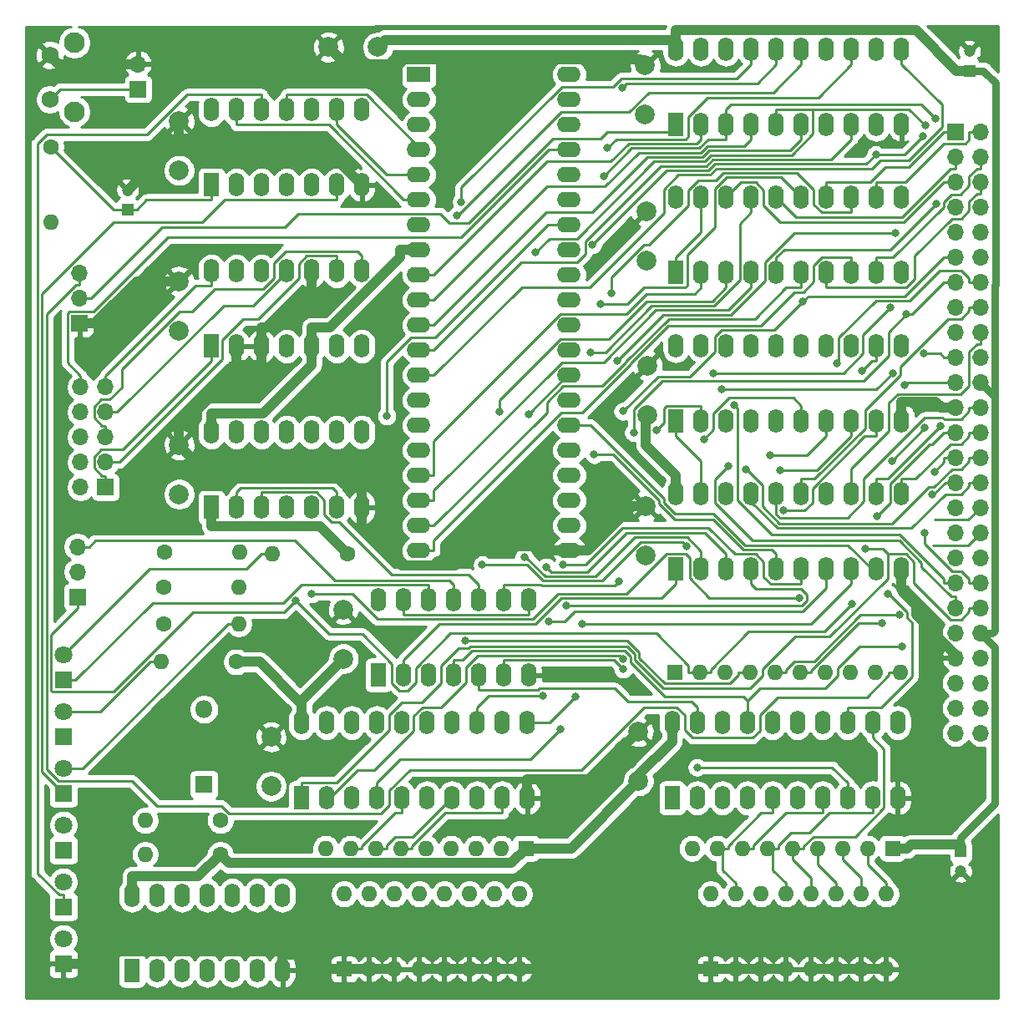
<source format=gbr>
G04 #@! TF.GenerationSoftware,KiCad,Pcbnew,(5.1.5)-3*
G04 #@! TF.CreationDate,2021-12-13T19:45:03-06:00*
G04 #@! TF.ProjectId,Z8065C02,5a383036-3543-4303-922e-6b696361645f,rev?*
G04 #@! TF.SameCoordinates,Original*
G04 #@! TF.FileFunction,Copper,L1,Top*
G04 #@! TF.FilePolarity,Positive*
%FSLAX46Y46*%
G04 Gerber Fmt 4.6, Leading zero omitted, Abs format (unit mm)*
G04 Created by KiCad (PCBNEW (5.1.5)-3) date 2021-12-13 19:45:03*
%MOMM*%
%LPD*%
G04 APERTURE LIST*
%ADD10O,1.600000X2.400000*%
%ADD11R,1.600000X2.400000*%
%ADD12O,1.700000X1.700000*%
%ADD13R,1.700000X1.700000*%
%ADD14C,2.000000*%
%ADD15O,1.600000X1.600000*%
%ADD16C,1.600000*%
%ADD17C,1.800000*%
%ADD18R,1.800000X1.800000*%
%ADD19O,1.800000X1.800000*%
%ADD20R,1.600000X1.600000*%
%ADD21O,2.400000X1.600000*%
%ADD22R,2.400000X1.600000*%
%ADD23C,2.100000*%
%ADD24C,1.750000*%
%ADD25C,1.200000*%
%ADD26R,1.200000X1.200000*%
%ADD27C,0.800000*%
%ADD28C,1.000000*%
%ADD29C,0.250000*%
%ADD30C,0.800000*%
%ADD31C,0.254000*%
G04 APERTURE END LIST*
D10*
X79475000Y-121855000D03*
X94715000Y-129475000D03*
X82015000Y-121855000D03*
X92175000Y-129475000D03*
X84555000Y-121855000D03*
X89635000Y-129475000D03*
X87095000Y-121855000D03*
X87095000Y-129475000D03*
X89635000Y-121855000D03*
X84555000Y-129475000D03*
X92175000Y-121855000D03*
X82015000Y-129475000D03*
X94715000Y-121855000D03*
D11*
X79475000Y-129475000D03*
D12*
X73950000Y-86520000D03*
X73950000Y-89060000D03*
D13*
X73950000Y-91600000D03*
D14*
X99400000Y-35875000D03*
X104400000Y-35875000D03*
D15*
X93730000Y-87225000D03*
D16*
X101350000Y-87225000D03*
D17*
X72525000Y-97460000D03*
D18*
X72525000Y-100000000D03*
D15*
X90395000Y-87050000D03*
D16*
X82775000Y-87050000D03*
D15*
X82430000Y-98200000D03*
D16*
X90050000Y-98200000D03*
D15*
X90295000Y-90650000D03*
D16*
X82675000Y-90650000D03*
D15*
X90295000Y-94325000D03*
D16*
X82675000Y-94325000D03*
D17*
X72525000Y-120500000D03*
D18*
X72525000Y-123040000D03*
D17*
X72525000Y-103220000D03*
D18*
X72525000Y-105760000D03*
D17*
X72525000Y-114740000D03*
D18*
X72525000Y-117280000D03*
D17*
X72525000Y-108980000D03*
D18*
X72525000Y-111520000D03*
D19*
X86775000Y-103005000D03*
D18*
X86775000Y-110625000D03*
D14*
X93575000Y-105800000D03*
X93575000Y-110800000D03*
X84250000Y-59625000D03*
X84250000Y-64625000D03*
X84250000Y-76200000D03*
X84250000Y-81200000D03*
X100900000Y-92875000D03*
X100900000Y-97875000D03*
X131700000Y-68150000D03*
X131700000Y-73150000D03*
X131600000Y-52550000D03*
X131600000Y-57550000D03*
X84250000Y-43375000D03*
X84250000Y-48375000D03*
X131500000Y-37725000D03*
X131500000Y-42725000D03*
X130800000Y-105275000D03*
X130800000Y-110275000D03*
X131575000Y-82400000D03*
X131575000Y-87400000D03*
D15*
X100975000Y-121730000D03*
X118755000Y-129350000D03*
X103515000Y-121730000D03*
X116215000Y-129350000D03*
X106055000Y-121730000D03*
X113675000Y-129350000D03*
X108595000Y-121730000D03*
X111135000Y-129350000D03*
X111135000Y-121730000D03*
X108595000Y-129350000D03*
X113675000Y-121730000D03*
X106055000Y-129350000D03*
X116215000Y-121730000D03*
X103515000Y-129350000D03*
X118755000Y-121730000D03*
D20*
X100975000Y-129350000D03*
D15*
X138125000Y-121730000D03*
X155905000Y-129350000D03*
X140665000Y-121730000D03*
X153365000Y-129350000D03*
X143205000Y-121730000D03*
X150825000Y-129350000D03*
X145745000Y-121730000D03*
X148285000Y-129350000D03*
X148285000Y-121730000D03*
X145745000Y-129350000D03*
X150825000Y-121730000D03*
X143205000Y-129350000D03*
X153365000Y-121730000D03*
X140665000Y-129350000D03*
X155905000Y-121730000D03*
D20*
X138125000Y-129350000D03*
D21*
X123790000Y-38650000D03*
X108550000Y-86910000D03*
X123790000Y-41190000D03*
X108550000Y-84370000D03*
X123790000Y-43730000D03*
X108550000Y-81830000D03*
X123790000Y-46270000D03*
X108550000Y-79290000D03*
X123790000Y-48810000D03*
X108550000Y-76750000D03*
X123790000Y-51350000D03*
X108550000Y-74210000D03*
X123790000Y-53890000D03*
X108550000Y-71670000D03*
X123790000Y-56430000D03*
X108550000Y-69130000D03*
X123790000Y-58970000D03*
X108550000Y-66590000D03*
X123790000Y-61510000D03*
X108550000Y-64050000D03*
X123790000Y-64050000D03*
X108550000Y-61510000D03*
X123790000Y-66590000D03*
X108550000Y-58970000D03*
X123790000Y-69130000D03*
X108550000Y-56430000D03*
X123790000Y-71670000D03*
X108550000Y-53890000D03*
X123790000Y-74210000D03*
X108550000Y-51350000D03*
X123790000Y-76750000D03*
X108550000Y-48810000D03*
X123790000Y-79290000D03*
X108550000Y-46270000D03*
X123790000Y-81830000D03*
X108550000Y-43730000D03*
X123790000Y-84370000D03*
X108550000Y-41190000D03*
X123790000Y-86910000D03*
D22*
X108550000Y-38650000D03*
D10*
X87525000Y-58567500D03*
X102765000Y-66187500D03*
X90065000Y-58567500D03*
X100225000Y-66187500D03*
X92605000Y-58567500D03*
X97685000Y-66187500D03*
X95145000Y-58567500D03*
X95145000Y-66187500D03*
X97685000Y-58567500D03*
X92605000Y-66187500D03*
X100225000Y-58567500D03*
X90065000Y-66187500D03*
X102765000Y-58567500D03*
D11*
X87525000Y-66187500D03*
D10*
X87525000Y-74905000D03*
X102765000Y-82525000D03*
X90065000Y-74905000D03*
X100225000Y-82525000D03*
X92605000Y-74905000D03*
X97685000Y-82525000D03*
X95145000Y-74905000D03*
X95145000Y-82525000D03*
X97685000Y-74905000D03*
X92605000Y-82525000D03*
X100225000Y-74905000D03*
X90065000Y-82525000D03*
X102765000Y-74905000D03*
D11*
X87525000Y-82525000D03*
D10*
X134625000Y-51109200D03*
X157485000Y-58729200D03*
X137165000Y-51109200D03*
X154945000Y-58729200D03*
X139705000Y-51109200D03*
X152405000Y-58729200D03*
X142245000Y-51109200D03*
X149865000Y-58729200D03*
X144785000Y-51109200D03*
X147325000Y-58729200D03*
X147325000Y-51109200D03*
X144785000Y-58729200D03*
X149865000Y-51109200D03*
X142245000Y-58729200D03*
X152405000Y-51109200D03*
X139705000Y-58729200D03*
X154945000Y-51109200D03*
X137165000Y-58729200D03*
X157485000Y-51109200D03*
D11*
X134625000Y-58729200D03*
D10*
X96675000Y-104355000D03*
X119535000Y-111975000D03*
X99215000Y-104355000D03*
X116995000Y-111975000D03*
X101755000Y-104355000D03*
X114455000Y-111975000D03*
X104295000Y-104355000D03*
X111915000Y-111975000D03*
X106835000Y-104355000D03*
X109375000Y-111975000D03*
X109375000Y-104355000D03*
X106835000Y-111975000D03*
X111915000Y-104355000D03*
X104295000Y-111975000D03*
X114455000Y-104355000D03*
X101755000Y-111975000D03*
X116995000Y-104355000D03*
X99215000Y-111975000D03*
X119535000Y-104355000D03*
D11*
X96675000Y-111975000D03*
D10*
X134625000Y-36080000D03*
X157485000Y-43700000D03*
X137165000Y-36080000D03*
X154945000Y-43700000D03*
X139705000Y-36080000D03*
X152405000Y-43700000D03*
X142245000Y-36080000D03*
X149865000Y-43700000D03*
X144785000Y-36080000D03*
X147325000Y-43700000D03*
X147325000Y-36080000D03*
X144785000Y-43700000D03*
X149865000Y-36080000D03*
X142245000Y-43700000D03*
X152405000Y-36080000D03*
X139705000Y-43700000D03*
X154945000Y-36080000D03*
X137165000Y-43700000D03*
X157485000Y-36080000D03*
D11*
X134625000Y-43700000D03*
D10*
X134625000Y-81167500D03*
X157485000Y-88787500D03*
X137165000Y-81167500D03*
X154945000Y-88787500D03*
X139705000Y-81167500D03*
X152405000Y-88787500D03*
X142245000Y-81167500D03*
X149865000Y-88787500D03*
X144785000Y-81167500D03*
X147325000Y-88787500D03*
X147325000Y-81167500D03*
X144785000Y-88787500D03*
X149865000Y-81167500D03*
X142245000Y-88787500D03*
X152405000Y-81167500D03*
X139705000Y-88787500D03*
X154945000Y-81167500D03*
X137165000Y-88787500D03*
X157485000Y-81167500D03*
D11*
X134625000Y-88787500D03*
D10*
X134225000Y-104355000D03*
X157085000Y-111975000D03*
X136765000Y-104355000D03*
X154545000Y-111975000D03*
X139305000Y-104355000D03*
X152005000Y-111975000D03*
X141845000Y-104355000D03*
X149465000Y-111975000D03*
X144385000Y-104355000D03*
X146925000Y-111975000D03*
X146925000Y-104355000D03*
X144385000Y-111975000D03*
X149465000Y-104355000D03*
X141845000Y-111975000D03*
X152005000Y-104355000D03*
X139305000Y-111975000D03*
X154545000Y-104355000D03*
X136765000Y-111975000D03*
X157085000Y-104355000D03*
D11*
X134225000Y-111975000D03*
D10*
X104455000Y-91905000D03*
X119695000Y-99525000D03*
X106995000Y-91905000D03*
X117155000Y-99525000D03*
X109535000Y-91905000D03*
X114615000Y-99525000D03*
X112075000Y-91905000D03*
X112075000Y-99525000D03*
X114615000Y-91905000D03*
X109535000Y-99525000D03*
X117155000Y-91905000D03*
X106995000Y-99525000D03*
X119695000Y-91905000D03*
D11*
X104455000Y-99525000D03*
D10*
X87525000Y-42230000D03*
X102765000Y-49850000D03*
X90065000Y-42230000D03*
X100225000Y-49850000D03*
X92605000Y-42230000D03*
X97685000Y-49850000D03*
X95145000Y-42230000D03*
X95145000Y-49850000D03*
X97685000Y-42230000D03*
X92605000Y-49850000D03*
X100225000Y-42230000D03*
X90065000Y-49850000D03*
X102765000Y-42230000D03*
D11*
X87525000Y-49850000D03*
D10*
X134625000Y-66138300D03*
X157485000Y-73758300D03*
X137165000Y-66138300D03*
X154945000Y-73758300D03*
X139705000Y-66138300D03*
X152405000Y-73758300D03*
X142245000Y-66138300D03*
X149865000Y-73758300D03*
X144785000Y-66138300D03*
X147325000Y-73758300D03*
X147325000Y-66138300D03*
X144785000Y-73758300D03*
X149865000Y-66138300D03*
X142245000Y-73758300D03*
X152405000Y-66138300D03*
X139705000Y-73758300D03*
X154945000Y-66138300D03*
X137165000Y-73758300D03*
X157485000Y-66138300D03*
D11*
X134625000Y-73758300D03*
D23*
X73640000Y-42425000D03*
D24*
X71150000Y-41175000D03*
X71150000Y-36675000D03*
D23*
X73640000Y-35415000D03*
D15*
X99105000Y-117088000D03*
X101645000Y-117088000D03*
X104185000Y-117088000D03*
X106725000Y-117088000D03*
X109265000Y-117088000D03*
X111805000Y-117088000D03*
X114345000Y-117088000D03*
X116885000Y-117088000D03*
D20*
X119425000Y-117088000D03*
D15*
X136255000Y-117088000D03*
X138795000Y-117088000D03*
X141335000Y-117088000D03*
X143875000Y-117088000D03*
X146415000Y-117088000D03*
X148955000Y-117088000D03*
X151495000Y-117088000D03*
X154035000Y-117088000D03*
D20*
X156575000Y-117088000D03*
D15*
X157335000Y-99262500D03*
X154795000Y-99262500D03*
X152255000Y-99262500D03*
X149715000Y-99262500D03*
X147175000Y-99262500D03*
X144635000Y-99262500D03*
X142095000Y-99262500D03*
X139555000Y-99262500D03*
X137015000Y-99262500D03*
D20*
X134475000Y-99262500D03*
D15*
X80805000Y-117700000D03*
D16*
X88425000Y-117700000D03*
D15*
X80805000Y-114275000D03*
D16*
X88425000Y-114275000D03*
D15*
X71225000Y-53620000D03*
D16*
X71225000Y-46000000D03*
D12*
X80100000Y-37585000D03*
D13*
X80100000Y-40125000D03*
D12*
X165515000Y-105410000D03*
X162975000Y-105410000D03*
X165515000Y-102870000D03*
X162975000Y-102870000D03*
X165515000Y-100330000D03*
X162975000Y-100330000D03*
X165515000Y-97790000D03*
X162975000Y-97790000D03*
X165515000Y-95250000D03*
X162975000Y-95250000D03*
X165515000Y-92710000D03*
X162975000Y-92710000D03*
X165515000Y-90170000D03*
X162975000Y-90170000D03*
X165515000Y-87630000D03*
X162975000Y-87630000D03*
X165515000Y-85090000D03*
X162975000Y-85090000D03*
X165515000Y-82550000D03*
X162975000Y-82550000D03*
X165515000Y-80010000D03*
X162975000Y-80010000D03*
X165515000Y-77470000D03*
X162975000Y-77470000D03*
X165515000Y-74930000D03*
X162975000Y-74930000D03*
X165515000Y-72390000D03*
X162975000Y-72390000D03*
X165515000Y-69850000D03*
X162975000Y-69850000D03*
X165515000Y-67310000D03*
X162975000Y-67310000D03*
X165515000Y-64770000D03*
X162975000Y-64770000D03*
X165515000Y-62230000D03*
X162975000Y-62230000D03*
X165515000Y-59690000D03*
X162975000Y-59690000D03*
X165515000Y-57150000D03*
X162975000Y-57150000D03*
X165515000Y-54610000D03*
X162975000Y-54610000D03*
X165515000Y-52070000D03*
X162975000Y-52070000D03*
X165515000Y-49530000D03*
X162975000Y-49530000D03*
X165515000Y-46990000D03*
X162975000Y-46990000D03*
X165515000Y-44450000D03*
D13*
X162975000Y-44450000D03*
D12*
X74260000Y-70340000D03*
X76800000Y-70340000D03*
X74260000Y-72880000D03*
X76800000Y-72880000D03*
X74260000Y-75420000D03*
X76800000Y-75420000D03*
X74260000Y-77960000D03*
X76800000Y-77960000D03*
X74260000Y-80500000D03*
D13*
X76800000Y-80500000D03*
D12*
X74150000Y-58795000D03*
X74150000Y-61335000D03*
D13*
X74150000Y-63875000D03*
D17*
X72525000Y-126260000D03*
D18*
X72525000Y-128800000D03*
D25*
X164375000Y-36300000D03*
D26*
X164375000Y-38300000D03*
D25*
X163475000Y-119400000D03*
D26*
X163475000Y-117400000D03*
D25*
X79025000Y-50375000D03*
D26*
X79025000Y-52375000D03*
D27*
X128810000Y-90038600D03*
X153444000Y-68716200D03*
X153771700Y-86738000D03*
X139945200Y-78326100D03*
X159832800Y-85136900D03*
X140501800Y-72173700D03*
X157323400Y-93441800D03*
X155510300Y-94227400D03*
X97685000Y-91319100D03*
X147138300Y-91707000D03*
X152494700Y-92289000D03*
X160558100Y-81227000D03*
X96072300Y-91982200D03*
X141684600Y-78702600D03*
X160837300Y-78916800D03*
X154993400Y-83466400D03*
X129260300Y-97915300D03*
X139254600Y-70572200D03*
X156569100Y-68924300D03*
X157805800Y-70154900D03*
X161454200Y-74247700D03*
X122870000Y-105058600D03*
X129137800Y-40028300D03*
X159728000Y-66918100D03*
X154872500Y-46772500D03*
X159677900Y-44889300D03*
X126154100Y-55914700D03*
X150960800Y-67967200D03*
X124418800Y-101716400D03*
X130318400Y-74958800D03*
X157996700Y-62944000D03*
X121123600Y-101644700D03*
X129233500Y-72796100D03*
X147445500Y-61695600D03*
X157572900Y-96654300D03*
X159897800Y-43834500D03*
X120386300Y-56712400D03*
X160988600Y-51732500D03*
X160880500Y-43133100D03*
X127277300Y-48977200D03*
X156137600Y-91286900D03*
X156489200Y-77812900D03*
X159849200Y-74452900D03*
X136759000Y-108888200D03*
X138435000Y-68974800D03*
X156365800Y-62298000D03*
X113268200Y-96076900D03*
X145518900Y-82873000D03*
X145147600Y-78756100D03*
X114980300Y-88345200D03*
X135707600Y-86511500D03*
X144181500Y-77231600D03*
X129260300Y-98941100D03*
X137433000Y-75660600D03*
X116694200Y-72861400D03*
X112855800Y-51560400D03*
X112409600Y-52979700D03*
X127675300Y-46126400D03*
X119232100Y-87558400D03*
X121479300Y-88588500D03*
X123461900Y-92524900D03*
X126326100Y-77186600D03*
X123203100Y-88319700D03*
X119682500Y-73065900D03*
X121690500Y-94091500D03*
X125120500Y-94388800D03*
X125944400Y-66790400D03*
X126984300Y-61928200D03*
X128078000Y-60789900D03*
X128667100Y-67699000D03*
X156893700Y-54736300D03*
X132674700Y-74677900D03*
X105314700Y-73282900D03*
D28*
X162975000Y-72390000D02*
X161424700Y-72390000D01*
X157485000Y-73758300D02*
X157485000Y-71858000D01*
X157485000Y-71858000D02*
X160892700Y-71858000D01*
X160892700Y-71858000D02*
X161424700Y-72390000D01*
X121889700Y-86910000D02*
X121425600Y-86445900D01*
X121425600Y-86445900D02*
X114256800Y-86445900D01*
X114256800Y-86445900D02*
X112244700Y-88458000D01*
X112244700Y-88458000D02*
X106797700Y-88458000D01*
X106797700Y-88458000D02*
X102765000Y-84425300D01*
X162975000Y-97790000D02*
X162975000Y-97486200D01*
X162975000Y-97486200D02*
X158941700Y-93452900D01*
X158941700Y-93452900D02*
X158941700Y-92144500D01*
X158941700Y-92144500D02*
X157485000Y-90687800D01*
X131575000Y-82400000D02*
X130200300Y-82400000D01*
X130200300Y-82400000D02*
X125690300Y-86910000D01*
X80100000Y-37585000D02*
X72060000Y-37585000D01*
X72060000Y-37585000D02*
X71150000Y-36675000D01*
X84250000Y-45150000D02*
X84250000Y-43375000D01*
X79025000Y-50375000D02*
X84250000Y-45150000D01*
X102765000Y-49850000D02*
X98065000Y-45150000D01*
X98065000Y-45150000D02*
X84250000Y-45150000D01*
X119535000Y-111975000D02*
X119535000Y-110074700D01*
X119535000Y-110074700D02*
X126000300Y-110074700D01*
X126000300Y-110074700D02*
X130800000Y-105275000D01*
X118755000Y-129350000D02*
X138125000Y-129350000D01*
X116215000Y-129350000D02*
X118755000Y-129350000D01*
X90377700Y-68400400D02*
X84250000Y-74528100D01*
X84250000Y-74528100D02*
X84250000Y-76200000D01*
X92605000Y-68087800D02*
X90690300Y-68087800D01*
X90690300Y-68087800D02*
X90377700Y-68400400D01*
X90065000Y-68087800D02*
X90377700Y-68400400D01*
X90065000Y-66187500D02*
X90065000Y-68087800D01*
X92605000Y-66187500D02*
X92605000Y-68087800D01*
X97685000Y-58567500D02*
X97685000Y-60467800D01*
X92605000Y-66187500D02*
X92605000Y-64287200D01*
X97685000Y-60467800D02*
X93865600Y-64287200D01*
X93865600Y-64287200D02*
X92605000Y-64287200D01*
X84250000Y-76200000D02*
X87645400Y-79595400D01*
X87645400Y-79595400D02*
X101735700Y-79595400D01*
X101735700Y-79595400D02*
X102765000Y-80624700D01*
X102765000Y-82525000D02*
X102765000Y-80624700D01*
X123790000Y-86910000D02*
X125690300Y-86910000D01*
X123736400Y-86910000D02*
X123790000Y-86910000D01*
X99400000Y-35875000D02*
X101137600Y-37612600D01*
X101137600Y-37612600D02*
X106580200Y-37612600D01*
X106580200Y-37612600D02*
X107043200Y-37149600D01*
X107043200Y-37149600D02*
X130924600Y-37149600D01*
X130924600Y-37149600D02*
X131500000Y-37725000D01*
X113675000Y-129350000D02*
X111135000Y-129350000D01*
X116215000Y-129350000D02*
X113675000Y-129350000D01*
X157485000Y-88787500D02*
X157485000Y-90687800D01*
X148285000Y-129350000D02*
X150825000Y-129350000D01*
X123736400Y-86910000D02*
X121889700Y-86910000D01*
X99474700Y-129350000D02*
X97999500Y-127874800D01*
X97999500Y-127874800D02*
X94715000Y-127874800D01*
X72525000Y-128800000D02*
X74125300Y-128800000D01*
X94715000Y-127874800D02*
X94414900Y-127574700D01*
X94414900Y-127574700D02*
X75350600Y-127574700D01*
X75350600Y-127574700D02*
X74125300Y-128800000D01*
X94715000Y-129475000D02*
X94715000Y-127874800D01*
X103515000Y-129350000D02*
X100975000Y-129350000D01*
X106055000Y-129350000D02*
X103515000Y-129350000D01*
X74150000Y-63875000D02*
X75700300Y-63875000D01*
X84250000Y-59625000D02*
X79950300Y-59625000D01*
X79950300Y-59625000D02*
X75700300Y-63875000D01*
X102765000Y-82525000D02*
X102765000Y-84425300D01*
X100975000Y-129350000D02*
X99474700Y-129350000D01*
X108595000Y-129350000D02*
X111135000Y-129350000D01*
X140665000Y-129350000D02*
X138125000Y-129350000D01*
X153365000Y-129350000D02*
X155905000Y-129350000D01*
X150825000Y-129350000D02*
X153365000Y-129350000D01*
X143205000Y-129350000D02*
X145745000Y-129350000D01*
X140665000Y-129350000D02*
X143205000Y-129350000D01*
D29*
X79025000Y-52375000D02*
X79950300Y-52375000D01*
X79950300Y-52375000D02*
X80950000Y-51375300D01*
X80950000Y-51375300D02*
X87525000Y-51375300D01*
X79025000Y-52375000D02*
X77600000Y-52375000D01*
X77600000Y-52375000D02*
X71225000Y-46000000D01*
X87525000Y-49850000D02*
X87525000Y-51375300D01*
D28*
X131700000Y-73150000D02*
X131574400Y-73275600D01*
X131574400Y-73275600D02*
X131574400Y-76216600D01*
X131574400Y-76216600D02*
X134625000Y-79267200D01*
X156575000Y-117088000D02*
X158075300Y-117088000D01*
X163475000Y-116700000D02*
X158463300Y-116700000D01*
X158463300Y-116700000D02*
X158075300Y-117088000D01*
D30*
X163475000Y-116700000D02*
X163475000Y-116000000D01*
X163475000Y-116000000D02*
X166965000Y-112510000D01*
X166965000Y-112510000D02*
X166965000Y-96700000D01*
X166965000Y-96700000D02*
X165515000Y-95250000D01*
X163475000Y-117400000D02*
X163475000Y-116700000D01*
D28*
X130800000Y-110275000D02*
X123987000Y-117088000D01*
X123987000Y-117088000D02*
X119425000Y-117088000D01*
X134225000Y-106255300D02*
X130800000Y-109680300D01*
X130800000Y-109680300D02*
X130800000Y-110275000D01*
X134625000Y-35129800D02*
X105145200Y-35129800D01*
X105145200Y-35129800D02*
X104400000Y-35875000D01*
X134625000Y-35129800D02*
X134625000Y-34179700D01*
X134625000Y-36080000D02*
X134625000Y-35129800D01*
X164375000Y-38300000D02*
X163074700Y-38300000D01*
X163074700Y-38300000D02*
X158954400Y-34179700D01*
X158954400Y-34179700D02*
X134625000Y-34179700D01*
D30*
X166965000Y-71300000D02*
X166965000Y-59985000D01*
X166965000Y-59985000D02*
X167000000Y-59950000D01*
X167000000Y-59950000D02*
X167000000Y-39525000D01*
X167000000Y-39525000D02*
X165775000Y-38300000D01*
X165775000Y-38300000D02*
X164375000Y-38300000D01*
D28*
X88425000Y-117700000D02*
X86170300Y-119954700D01*
X86170300Y-119954700D02*
X79475000Y-119954700D01*
X79475000Y-121855000D02*
X79475000Y-119954700D01*
X119425000Y-117088000D02*
X117908200Y-118604800D01*
X117908200Y-118604800D02*
X89329800Y-118604800D01*
X89329800Y-118604800D02*
X88425000Y-117700000D01*
X97685000Y-66187500D02*
X97685000Y-68087800D01*
X87525000Y-74905000D02*
X87525000Y-73004700D01*
X87525000Y-73004700D02*
X92768100Y-73004700D01*
X92768100Y-73004700D02*
X97685000Y-68087800D01*
X108550000Y-56430000D02*
X106649700Y-56430000D01*
X97685000Y-66187500D02*
X97685000Y-64287200D01*
X97685000Y-64287200D02*
X99574000Y-64287200D01*
X99574000Y-64287200D02*
X106649700Y-57211500D01*
X106649700Y-57211500D02*
X106649700Y-56430000D01*
X87525000Y-82525000D02*
X87525000Y-84425300D01*
X101350000Y-87225000D02*
X98550300Y-84425300D01*
X98550300Y-84425300D02*
X87525000Y-84425300D01*
X134225000Y-104355000D02*
X134225000Y-106255300D01*
X96497700Y-102277300D02*
X96675000Y-102454700D01*
X90050000Y-98200000D02*
X92420300Y-98200000D01*
X92420300Y-98200000D02*
X96497700Y-102277300D01*
X100900000Y-97875000D02*
X96497700Y-102277300D01*
X134625000Y-81167500D02*
X134625000Y-79267200D01*
X96675000Y-104355000D02*
X96675000Y-102454700D01*
D30*
X165515000Y-95250000D02*
X166717000Y-95250000D01*
X166717000Y-95250000D02*
X166965000Y-95002100D01*
X166965000Y-95002100D02*
X166965000Y-71300000D01*
X166965000Y-71300000D02*
X165515000Y-69850000D01*
D29*
X74150000Y-59970300D02*
X73782700Y-59970300D01*
X73782700Y-59970300D02*
X70807400Y-62945600D01*
X70807400Y-62945600D02*
X70807400Y-109043000D01*
X70807400Y-109043000D02*
X72059000Y-110294600D01*
X72059000Y-110294600D02*
X79485400Y-110294600D01*
X79485400Y-110294600D02*
X82021800Y-112831000D01*
X82021800Y-112831000D02*
X88572600Y-112831000D01*
X88572600Y-112831000D02*
X89291900Y-113550300D01*
X89291900Y-113550300D02*
X104732000Y-113550300D01*
X104732000Y-113550300D02*
X105565000Y-112717300D01*
X105565000Y-112717300D02*
X105565000Y-111236000D01*
X105565000Y-111236000D02*
X107628200Y-109172800D01*
X107628200Y-109172800D02*
X125028000Y-109172800D01*
X125028000Y-109172800D02*
X125028000Y-109172700D01*
X125028000Y-109172700D02*
X131410300Y-102790400D01*
X131410300Y-102790400D02*
X134686400Y-102790400D01*
X134686400Y-102790400D02*
X135495000Y-103599000D01*
X135495000Y-103599000D02*
X135495000Y-105110700D01*
X135495000Y-105110700D02*
X136282400Y-105898100D01*
X136282400Y-105898100D02*
X142390500Y-105898100D01*
X142390500Y-105898100D02*
X143115000Y-105173600D01*
X143115000Y-105173600D02*
X143115000Y-103618500D01*
X143115000Y-103618500D02*
X144953400Y-101780100D01*
X144953400Y-101780100D02*
X153973400Y-101780100D01*
X153973400Y-101780100D02*
X156209700Y-99543800D01*
X156209700Y-99543800D02*
X156209700Y-99262500D01*
X74150000Y-58795000D02*
X74150000Y-59970300D01*
X157335000Y-99262500D02*
X156209700Y-99262500D01*
X117155000Y-90379700D02*
X120929300Y-90379700D01*
X120929300Y-90379700D02*
X120989200Y-90439600D01*
X120989200Y-90439600D02*
X128409000Y-90439600D01*
X128409000Y-90439600D02*
X128810000Y-90038600D01*
X117155000Y-91905000D02*
X117155000Y-90379700D01*
X75325300Y-61335000D02*
X82547800Y-54112500D01*
X82547800Y-54112500D02*
X94934000Y-54112500D01*
X94934000Y-54112500D02*
X96284400Y-52762100D01*
X96284400Y-52762100D02*
X110717300Y-52762100D01*
X110717300Y-52762100D02*
X111664200Y-53709000D01*
X111664200Y-53709000D02*
X113621300Y-53709000D01*
X113621300Y-53709000D02*
X122185600Y-45144700D01*
X122185600Y-45144700D02*
X127002500Y-45144700D01*
X127002500Y-45144700D02*
X127646400Y-44500800D01*
X127646400Y-44500800D02*
X133824200Y-44500800D01*
X133824200Y-44500800D02*
X134625000Y-43700000D01*
X134625000Y-75283600D02*
X137165000Y-77823600D01*
X137165000Y-77823600D02*
X137165000Y-79642200D01*
X74150000Y-61335000D02*
X75325300Y-61335000D01*
X134625000Y-57203900D02*
X137165000Y-54663900D01*
X137165000Y-54663900D02*
X137165000Y-51109200D01*
X137165000Y-81167500D02*
X137165000Y-79642200D01*
X134625000Y-73758300D02*
X134625000Y-75283600D01*
X134625000Y-58729200D02*
X134625000Y-57203900D01*
X74260000Y-69164700D02*
X72974600Y-67879300D01*
X72974600Y-67879300D02*
X72974600Y-62843900D01*
X72974600Y-62843900D02*
X73118900Y-62699600D01*
X73118900Y-62699600D02*
X75564500Y-62699600D01*
X75564500Y-62699600D02*
X83104100Y-55160000D01*
X83104100Y-55160000D02*
X112807200Y-55160000D01*
X112807200Y-55160000D02*
X121697200Y-46270000D01*
X121697200Y-46270000D02*
X122264700Y-46270000D01*
X123790000Y-46270000D02*
X122264700Y-46270000D01*
X74260000Y-70340000D02*
X74260000Y-69164700D01*
X87525000Y-58567500D02*
X87525000Y-60092800D01*
X76800000Y-70340000D02*
X76800000Y-69164700D01*
X76800000Y-69164700D02*
X85871900Y-60092800D01*
X85871900Y-60092800D02*
X87525000Y-60092800D01*
X76800000Y-72880000D02*
X77975300Y-72880000D01*
X77975300Y-72880000D02*
X88773300Y-62082000D01*
X88773300Y-62082000D02*
X91751600Y-62082000D01*
X91751600Y-62082000D02*
X95145000Y-58688600D01*
X95145000Y-58688600D02*
X95145000Y-58567500D01*
X76800000Y-74244700D02*
X76432700Y-74244700D01*
X76432700Y-74244700D02*
X75624600Y-73436600D01*
X75624600Y-73436600D02*
X75624600Y-72354400D01*
X75624600Y-72354400D02*
X76369000Y-71610000D01*
X76369000Y-71610000D02*
X77199400Y-71610000D01*
X77199400Y-71610000D02*
X78425700Y-70383700D01*
X78425700Y-70383700D02*
X78425700Y-68519600D01*
X78425700Y-68519600D02*
X84266000Y-62679300D01*
X84266000Y-62679300D02*
X85575400Y-62679300D01*
X85575400Y-62679300D02*
X87871100Y-60383600D01*
X87871100Y-60383600D02*
X92793800Y-60383600D01*
X92793800Y-60383600D02*
X93875000Y-59302400D01*
X93875000Y-59302400D02*
X93875000Y-57793100D01*
X93875000Y-57793100D02*
X95081100Y-56587000D01*
X95081100Y-56587000D02*
X102309800Y-56587000D01*
X102309800Y-56587000D02*
X102765000Y-57042200D01*
X102765000Y-58567500D02*
X102765000Y-57042200D01*
X76800000Y-75420000D02*
X76800000Y-74244700D01*
X100225000Y-58567500D02*
X100225000Y-57042200D01*
X76800000Y-77960000D02*
X78212600Y-77960000D01*
X78212600Y-77960000D02*
X88650400Y-67522200D01*
X88650400Y-67522200D02*
X88650400Y-65569900D01*
X88650400Y-65569900D02*
X90758500Y-63461800D01*
X90758500Y-63461800D02*
X92272900Y-63461800D01*
X92272900Y-63461800D02*
X96415000Y-59319700D01*
X96415000Y-59319700D02*
X96415000Y-57836800D01*
X96415000Y-57836800D02*
X97209600Y-57042200D01*
X97209600Y-57042200D02*
X100225000Y-57042200D01*
X87525000Y-66187500D02*
X87525000Y-67712800D01*
X76800000Y-80500000D02*
X76800000Y-79324700D01*
X76800000Y-79324700D02*
X76432700Y-79324700D01*
X76432700Y-79324700D02*
X75624600Y-78516600D01*
X75624600Y-78516600D02*
X75624600Y-77434400D01*
X75624600Y-77434400D02*
X76369000Y-76690000D01*
X76369000Y-76690000D02*
X78547800Y-76690000D01*
X78547800Y-76690000D02*
X87525000Y-67712800D01*
X156070400Y-87256500D02*
X156070400Y-89739100D01*
X156070400Y-89739100D02*
X150189300Y-95620200D01*
X150189300Y-95620200D02*
X146679700Y-95620200D01*
X146679700Y-95620200D02*
X143365000Y-98934900D01*
X143365000Y-98934900D02*
X143365000Y-99613700D01*
X143365000Y-99613700D02*
X142137500Y-100841200D01*
X142137500Y-100841200D02*
X133293600Y-100841200D01*
X133293600Y-100841200D02*
X130435900Y-97983500D01*
X130435900Y-97983500D02*
X130435900Y-97428200D01*
X130435900Y-97428200D02*
X129645400Y-96637700D01*
X129645400Y-96637700D02*
X113733200Y-96637700D01*
X113733200Y-96637700D02*
X113568700Y-96802200D01*
X113568700Y-96802200D02*
X112582900Y-96802200D01*
X112582900Y-96802200D02*
X110805000Y-98580100D01*
X110805000Y-98580100D02*
X110805000Y-100346300D01*
X110805000Y-100346300D02*
X108828300Y-102323000D01*
X108828300Y-102323000D02*
X106836400Y-102323000D01*
X106836400Y-102323000D02*
X105565000Y-103594400D01*
X105565000Y-103594400D02*
X105565000Y-105081600D01*
X105565000Y-105081600D02*
X100196900Y-110449700D01*
X100196900Y-110449700D02*
X96675000Y-110449700D01*
X154945000Y-67663600D02*
X154496600Y-67663600D01*
X154496600Y-67663600D02*
X153444000Y-68716200D01*
X156070400Y-87256500D02*
X155551900Y-86738000D01*
X155551900Y-86738000D02*
X153771700Y-86738000D01*
X156070400Y-87256500D02*
X157952200Y-87256500D01*
X157952200Y-87256500D02*
X158754400Y-88058700D01*
X158754400Y-88058700D02*
X158754400Y-90208000D01*
X158754400Y-90208000D02*
X162435500Y-93889100D01*
X162435500Y-93889100D02*
X163527900Y-93889100D01*
X163527900Y-93889100D02*
X164339700Y-93077300D01*
X164339700Y-93077300D02*
X164339700Y-92710000D01*
X96675000Y-111975000D02*
X96675000Y-110449700D01*
X154945000Y-66138300D02*
X154945000Y-67663600D01*
X165515000Y-92710000D02*
X164339700Y-92710000D01*
X162975000Y-92710000D02*
X162975000Y-91534700D01*
X162975000Y-91534700D02*
X162492700Y-91534700D01*
X162492700Y-91534700D02*
X159517200Y-88559200D01*
X159517200Y-88559200D02*
X159517200Y-88143400D01*
X159517200Y-88143400D02*
X157272700Y-85898900D01*
X157272700Y-85898900D02*
X142417300Y-85898900D01*
X142417300Y-85898900D02*
X138579600Y-82061200D01*
X138579600Y-82061200D02*
X138579600Y-79691700D01*
X138579600Y-79691700D02*
X139945200Y-78326100D01*
X165515000Y-90170000D02*
X164339700Y-90170000D01*
X164339700Y-90170000D02*
X164339700Y-89802600D01*
X164339700Y-89802600D02*
X163531800Y-88994700D01*
X163531800Y-88994700D02*
X162643400Y-88994700D01*
X162643400Y-88994700D02*
X159832800Y-86184100D01*
X159832800Y-86184100D02*
X159832800Y-85136900D01*
X140501800Y-72173700D02*
X140830400Y-72502300D01*
X140830400Y-72502300D02*
X140830400Y-81787400D01*
X140830400Y-81787400D02*
X144332600Y-85289600D01*
X144332600Y-85289600D02*
X157317400Y-85289600D01*
X157317400Y-85289600D02*
X161799700Y-89771900D01*
X161799700Y-89771900D02*
X161799700Y-90170000D01*
X162975000Y-90170000D02*
X161799700Y-90170000D01*
X165515000Y-85090000D02*
X164230000Y-86375000D01*
X164230000Y-86375000D02*
X160675000Y-86375000D01*
X144635000Y-99262500D02*
X145760300Y-99262500D01*
X157323400Y-93441800D02*
X153303600Y-93441800D01*
X153303600Y-93441800D02*
X148608200Y-98137200D01*
X148608200Y-98137200D02*
X146604200Y-98137200D01*
X146604200Y-98137200D02*
X145760300Y-98981100D01*
X145760300Y-98981100D02*
X145760300Y-99262500D01*
X165515000Y-82550000D02*
X164265000Y-83800000D01*
X164265000Y-83800000D02*
X160825000Y-83800000D01*
X147138300Y-91707000D02*
X138005600Y-91707000D01*
X138005600Y-91707000D02*
X136014500Y-89715900D01*
X136014500Y-89715900D02*
X136014500Y-87655300D01*
X136014500Y-87655300D02*
X135621300Y-87262100D01*
X135621300Y-87262100D02*
X133667000Y-87262100D01*
X133667000Y-87262100D02*
X129619800Y-91309300D01*
X129619800Y-91309300D02*
X122643000Y-91309300D01*
X122643000Y-91309300D02*
X120071600Y-93880700D01*
X120071600Y-93880700D02*
X104348200Y-93880700D01*
X104348200Y-93880700D02*
X101786600Y-91319100D01*
X101786600Y-91319100D02*
X97685000Y-91319100D01*
X148300300Y-99262500D02*
X148300300Y-99083800D01*
X148300300Y-99083800D02*
X153156700Y-94227400D01*
X153156700Y-94227400D02*
X155510300Y-94227400D01*
X147175000Y-99262500D02*
X148300300Y-99262500D01*
X142245000Y-81167500D02*
X142245000Y-81955800D01*
X142245000Y-81955800D02*
X144931200Y-84642000D01*
X144931200Y-84642000D02*
X158449500Y-84642000D01*
X158449500Y-84642000D02*
X161906200Y-81185300D01*
X161906200Y-81185300D02*
X163531800Y-81185300D01*
X163531800Y-81185300D02*
X164339700Y-80377400D01*
X164339700Y-80377400D02*
X164339700Y-80010000D01*
X165515000Y-80010000D02*
X164339700Y-80010000D01*
X96072300Y-91982200D02*
X99465100Y-95375000D01*
X99465100Y-95375000D02*
X102841300Y-95375000D01*
X102841300Y-95375000D02*
X105838800Y-98372500D01*
X105838800Y-98372500D02*
X105838800Y-100360400D01*
X105838800Y-100360400D02*
X106576400Y-101098000D01*
X106576400Y-101098000D02*
X107424400Y-101098000D01*
X107424400Y-101098000D02*
X108265000Y-100257400D01*
X108265000Y-100257400D02*
X108265000Y-98796100D01*
X108265000Y-98796100D02*
X111749600Y-95311500D01*
X111749600Y-95311500D02*
X132642000Y-95311500D01*
X132642000Y-95311500D02*
X135889700Y-98559200D01*
X135889700Y-98559200D02*
X135889700Y-99262500D01*
X162975000Y-80010000D02*
X161904100Y-80010000D01*
X161904100Y-80010000D02*
X160687200Y-81226900D01*
X160687200Y-81226900D02*
X160558100Y-81226900D01*
X160558100Y-81226900D02*
X160558100Y-81227000D01*
X137015000Y-99262500D02*
X138140300Y-99262500D01*
X152494700Y-92289000D02*
X149653400Y-95130300D01*
X149653400Y-95130300D02*
X141991200Y-95130300D01*
X141991200Y-95130300D02*
X138140300Y-98981200D01*
X138140300Y-98981200D02*
X138140300Y-99262500D01*
X73950000Y-91600000D02*
X73950000Y-92775300D01*
X73950000Y-92775300D02*
X71299600Y-95425700D01*
X71299600Y-95425700D02*
X71299600Y-101086300D01*
X71299600Y-101086300D02*
X71438700Y-101225400D01*
X71438700Y-101225400D02*
X77624100Y-101225400D01*
X77624100Y-101225400D02*
X85652200Y-93197300D01*
X85652200Y-93197300D02*
X94857200Y-93197300D01*
X94857200Y-93197300D02*
X96072300Y-91982200D01*
X137015000Y-99262500D02*
X135889700Y-99262500D01*
X141684600Y-78702600D02*
X141802000Y-78702600D01*
X141802000Y-78702600D02*
X143370400Y-80271000D01*
X143370400Y-80271000D02*
X143370400Y-82444300D01*
X143370400Y-82444300D02*
X145117800Y-84191700D01*
X145117800Y-84191700D02*
X156557500Y-84191700D01*
X156557500Y-84191700D02*
X160252600Y-80496600D01*
X160252600Y-80496600D02*
X160726700Y-80496600D01*
X160726700Y-80496600D02*
X162578000Y-78645300D01*
X162578000Y-78645300D02*
X163531800Y-78645300D01*
X163531800Y-78645300D02*
X164339700Y-77837400D01*
X164339700Y-77837400D02*
X164339700Y-77470000D01*
X165515000Y-77470000D02*
X164339700Y-77470000D01*
X162975000Y-77470000D02*
X161799700Y-77470000D01*
X161799700Y-77470000D02*
X161799700Y-77954400D01*
X161799700Y-77954400D02*
X160837300Y-78916800D01*
X157485000Y-81167500D02*
X157485000Y-79642200D01*
X157485000Y-79642200D02*
X158911300Y-79642200D01*
X158911300Y-79642200D02*
X162448200Y-76105300D01*
X162448200Y-76105300D02*
X163531800Y-76105300D01*
X163531800Y-76105300D02*
X164339700Y-75297400D01*
X164339700Y-75297400D02*
X164339700Y-74930000D01*
X165515000Y-74930000D02*
X164339700Y-74930000D01*
X162975000Y-74930000D02*
X161799700Y-74930000D01*
X161799700Y-74930000D02*
X160624400Y-76105300D01*
X160624400Y-76105300D02*
X160346900Y-76105300D01*
X160346900Y-76105300D02*
X156359600Y-80092600D01*
X156359600Y-80092600D02*
X156359600Y-82100200D01*
X156359600Y-82100200D02*
X154993400Y-83466400D01*
X144785000Y-81167500D02*
X144785000Y-83222000D01*
X144785000Y-83222000D02*
X145166900Y-83603900D01*
X145166900Y-83603900D02*
X151998000Y-83603900D01*
X151998000Y-83603900D02*
X153675000Y-81926900D01*
X153675000Y-81926900D02*
X153675000Y-79601200D01*
X153675000Y-79601200D02*
X159800600Y-73475600D01*
X159800600Y-73475600D02*
X161707900Y-73475600D01*
X161707900Y-73475600D02*
X161797700Y-73565400D01*
X161797700Y-73565400D02*
X163531600Y-73565400D01*
X163531600Y-73565400D02*
X164339700Y-72757300D01*
X164339700Y-72757300D02*
X164339700Y-72390000D01*
X165515000Y-72390000D02*
X164339700Y-72390000D01*
X99215000Y-111975000D02*
X99554700Y-111975000D01*
X99554700Y-111975000D02*
X102356200Y-109173500D01*
X102356200Y-109173500D02*
X104016600Y-109173500D01*
X104016600Y-109173500D02*
X107989600Y-105200500D01*
X107989600Y-105200500D02*
X107989600Y-103695100D01*
X107989600Y-103695100D02*
X108911300Y-102773400D01*
X108911300Y-102773400D02*
X110832200Y-102773400D01*
X110832200Y-102773400D02*
X113345000Y-100260600D01*
X113345000Y-100260600D02*
X113345000Y-98752800D01*
X113345000Y-98752800D02*
X114548500Y-97549300D01*
X114548500Y-97549300D02*
X128894300Y-97549300D01*
X128894300Y-97549300D02*
X129260300Y-97915300D01*
X156569100Y-68924300D02*
X154921200Y-70572200D01*
X154921200Y-70572200D02*
X139254600Y-70572200D01*
X162975000Y-69850000D02*
X158110700Y-69850000D01*
X158110700Y-69850000D02*
X157805800Y-70154900D01*
X154945000Y-81167500D02*
X154945000Y-79642200D01*
X161454200Y-74247700D02*
X156059700Y-79642200D01*
X156059700Y-79642200D02*
X154945000Y-79642200D01*
X144785000Y-36080000D02*
X144785000Y-37605300D01*
X104295000Y-111975000D02*
X104295000Y-110449700D01*
X122870000Y-105058600D02*
X119864400Y-108064200D01*
X119864400Y-108064200D02*
X106680500Y-108064200D01*
X106680500Y-108064200D02*
X104295000Y-110449700D01*
X144785000Y-37605300D02*
X142862200Y-39528100D01*
X142862200Y-39528100D02*
X129638000Y-39528100D01*
X129638000Y-39528100D02*
X129137800Y-40028300D01*
X162975000Y-67310000D02*
X161799700Y-67310000D01*
X161799700Y-67310000D02*
X161407800Y-66918100D01*
X161407800Y-66918100D02*
X159728000Y-66918100D01*
X165515000Y-64770000D02*
X165515000Y-65945300D01*
X165515000Y-65945300D02*
X165147600Y-65945300D01*
X165147600Y-65945300D02*
X164339700Y-66753200D01*
X164339700Y-66753200D02*
X164339700Y-70186200D01*
X164339700Y-70186200D02*
X163493400Y-71032500D01*
X163493400Y-71032500D02*
X157122600Y-71032500D01*
X157122600Y-71032500D02*
X156215000Y-71940100D01*
X156215000Y-71940100D02*
X156215000Y-74817000D01*
X156215000Y-74817000D02*
X152405000Y-78627000D01*
X152405000Y-78627000D02*
X152405000Y-81167500D01*
X164339700Y-62230000D02*
X164339700Y-62597400D01*
X164339700Y-62597400D02*
X163531800Y-63405300D01*
X163531800Y-63405300D02*
X162215100Y-63405300D01*
X162215100Y-63405300D02*
X157383500Y-68236900D01*
X157383500Y-68236900D02*
X157383500Y-69135700D01*
X157383500Y-69135700D02*
X153819600Y-72699600D01*
X153819600Y-72699600D02*
X153819600Y-74509500D01*
X153819600Y-74509500D02*
X148686900Y-79642200D01*
X148686900Y-79642200D02*
X147325000Y-79642200D01*
X147325000Y-81167500D02*
X147325000Y-79642200D01*
X165515000Y-62230000D02*
X164339700Y-62230000D01*
X154872500Y-46772500D02*
X153910700Y-47734300D01*
X153910700Y-47734300D02*
X138540700Y-47734300D01*
X138540700Y-47734300D02*
X137897600Y-48377400D01*
X137897600Y-48377400D02*
X133691400Y-48377400D01*
X133691400Y-48377400D02*
X126154100Y-55914700D01*
X159677900Y-44889300D02*
X157794700Y-46772500D01*
X157794700Y-46772500D02*
X154872500Y-46772500D01*
X164339700Y-59690000D02*
X164339700Y-59322600D01*
X164339700Y-59322600D02*
X163531800Y-58514700D01*
X163531800Y-58514700D02*
X161324500Y-58514700D01*
X161324500Y-58514700D02*
X158266500Y-61572700D01*
X158266500Y-61572700D02*
X154907000Y-61572700D01*
X154907000Y-61572700D02*
X151135000Y-65344700D01*
X151135000Y-65344700D02*
X151135000Y-67793000D01*
X151135000Y-67793000D02*
X150960800Y-67967200D01*
X165515000Y-59690000D02*
X164339700Y-59690000D01*
X124418800Y-101716400D02*
X121780200Y-104355000D01*
X121780200Y-104355000D02*
X119535000Y-104355000D01*
X157996700Y-62944000D02*
X156141100Y-64799600D01*
X156141100Y-64799600D02*
X156141100Y-67177800D01*
X156141100Y-67177800D02*
X153618400Y-69700500D01*
X153618400Y-69700500D02*
X133218300Y-69700500D01*
X133218300Y-69700500D02*
X130318400Y-72600400D01*
X130318400Y-72600400D02*
X130318400Y-74958800D01*
X162975000Y-59690000D02*
X161799700Y-59690000D01*
X161799700Y-59690000D02*
X158545700Y-62944000D01*
X158545700Y-62944000D02*
X157996700Y-62944000D01*
X147445500Y-61695600D02*
X144558800Y-64582300D01*
X144558800Y-64582300D02*
X139260000Y-64582300D01*
X139260000Y-64582300D02*
X138579600Y-65262700D01*
X138579600Y-65262700D02*
X138579600Y-66725800D01*
X138579600Y-66725800D02*
X136055300Y-69250100D01*
X136055300Y-69250100D02*
X132779500Y-69250100D01*
X132779500Y-69250100D02*
X129233500Y-72796100D01*
X114455000Y-104355000D02*
X114455000Y-102829700D01*
X121123600Y-101644700D02*
X115640000Y-101644700D01*
X115640000Y-101644700D02*
X114455000Y-102829700D01*
X161799700Y-57150000D02*
X157827300Y-61122400D01*
X157827300Y-61122400D02*
X148018700Y-61122400D01*
X148018700Y-61122400D02*
X147445500Y-61695600D01*
X162975000Y-57150000D02*
X161799700Y-57150000D01*
X141845000Y-102152700D02*
X141434000Y-101741700D01*
X141434000Y-101741700D02*
X133511300Y-101741700D01*
X133511300Y-101741700D02*
X129985600Y-98216000D01*
X129985600Y-98216000D02*
X129985600Y-97614800D01*
X129985600Y-97614800D02*
X129468000Y-97097200D01*
X129468000Y-97097200D02*
X113910600Y-97097200D01*
X113910600Y-97097200D02*
X113008100Y-97999700D01*
X113008100Y-97999700D02*
X112075000Y-97999700D01*
X157572900Y-96654300D02*
X153200000Y-96654300D01*
X153200000Y-96654300D02*
X150985000Y-98869300D01*
X150985000Y-98869300D02*
X150985000Y-99628700D01*
X150985000Y-99628700D02*
X149734300Y-100879400D01*
X149734300Y-100879400D02*
X143118300Y-100879400D01*
X143118300Y-100879400D02*
X141845000Y-102152700D01*
X112075000Y-99525000D02*
X112075000Y-97999700D01*
X141845000Y-102152700D02*
X141845000Y-102829700D01*
X141845000Y-104355000D02*
X141845000Y-102829700D01*
X148512200Y-42174700D02*
X148512200Y-44685600D01*
X148512200Y-44685600D02*
X146364100Y-46833700D01*
X146364100Y-46833700D02*
X138167500Y-46833700D01*
X138167500Y-46833700D02*
X137524400Y-47476800D01*
X137524400Y-47476800D02*
X132403400Y-47476800D01*
X132403400Y-47476800D02*
X124575600Y-55304600D01*
X124575600Y-55304600D02*
X121794100Y-55304600D01*
X121794100Y-55304600D02*
X120386300Y-56712400D01*
X144785000Y-42174700D02*
X148512200Y-42174700D01*
X159897800Y-43834500D02*
X158238000Y-42174700D01*
X158238000Y-42174700D02*
X148512200Y-42174700D01*
X144785000Y-43700000D02*
X144785000Y-42174700D01*
X144785000Y-57203900D02*
X145606400Y-56382500D01*
X145606400Y-56382500D02*
X156338600Y-56382500D01*
X156338600Y-56382500D02*
X160988600Y-51732500D01*
X144785000Y-58729200D02*
X144785000Y-57203900D01*
X139705000Y-45225300D02*
X137865200Y-45225300D01*
X137865200Y-45225300D02*
X136964600Y-46125900D01*
X136964600Y-46125900D02*
X130128600Y-46125900D01*
X130128600Y-46125900D02*
X127277300Y-48977200D01*
X139705000Y-43700000D02*
X139705000Y-42174700D01*
X139705000Y-43700000D02*
X139705000Y-45225300D01*
X139705000Y-42174700D02*
X140173400Y-41706300D01*
X140173400Y-41706300D02*
X159453700Y-41706300D01*
X159453700Y-41706300D02*
X160880500Y-43133100D01*
X156489200Y-77812900D02*
X159849200Y-74452900D01*
X152005000Y-102829700D02*
X155384300Y-102829700D01*
X155384300Y-102829700D02*
X158514600Y-99699400D01*
X158514600Y-99699400D02*
X158514600Y-94193000D01*
X158514600Y-94193000D02*
X158048700Y-93727100D01*
X158048700Y-93727100D02*
X158048700Y-93141300D01*
X158048700Y-93141300D02*
X156194300Y-91286900D01*
X156194300Y-91286900D02*
X156137600Y-91286900D01*
X149865000Y-58729200D02*
X149865000Y-60254500D01*
X165515000Y-49530000D02*
X165515000Y-50705300D01*
X165515000Y-50705300D02*
X165147600Y-50705300D01*
X165147600Y-50705300D02*
X164339700Y-51513200D01*
X164339700Y-51513200D02*
X164339700Y-52437400D01*
X164339700Y-52437400D02*
X163531800Y-53245300D01*
X163531800Y-53245300D02*
X162591900Y-53245300D01*
X162591900Y-53245300D02*
X158810500Y-57026700D01*
X158810500Y-57026700D02*
X158810500Y-59395300D01*
X158810500Y-59395300D02*
X157951300Y-60254500D01*
X157951300Y-60254500D02*
X149865000Y-60254500D01*
X152005000Y-104355000D02*
X152005000Y-102829700D01*
X162975000Y-49530000D02*
X161799700Y-49530000D01*
X139705000Y-51109200D02*
X141232600Y-49581600D01*
X141232600Y-49581600D02*
X142716700Y-49581600D01*
X142716700Y-49581600D02*
X143515000Y-50379900D01*
X143515000Y-50379900D02*
X143515000Y-51890500D01*
X143515000Y-51890500D02*
X145209900Y-53585400D01*
X145209900Y-53585400D02*
X157744300Y-53585400D01*
X157744300Y-53585400D02*
X161799700Y-49530000D01*
X154945000Y-57203900D02*
X156618300Y-57203900D01*
X156618300Y-57203900D02*
X161758400Y-52063800D01*
X161758400Y-52063800D02*
X161758400Y-51614500D01*
X161758400Y-51614500D02*
X162572900Y-50800000D01*
X162572900Y-50800000D02*
X163433200Y-50800000D01*
X163433200Y-50800000D02*
X164339700Y-49893500D01*
X164339700Y-49893500D02*
X164339700Y-48973200D01*
X164339700Y-48973200D02*
X165147600Y-48165300D01*
X165147600Y-48165300D02*
X165515000Y-48165300D01*
X154945000Y-58729200D02*
X154945000Y-57203900D01*
X165515000Y-46990000D02*
X165515000Y-48165300D01*
X162975000Y-46990000D02*
X162975000Y-48165300D01*
X144785000Y-51109200D02*
X146786000Y-53110200D01*
X146786000Y-53110200D02*
X157526100Y-53110200D01*
X157526100Y-53110200D02*
X162471000Y-48165300D01*
X162471000Y-48165300D02*
X162975000Y-48165300D01*
X156365800Y-62298000D02*
X153598700Y-65065100D01*
X153598700Y-65065100D02*
X153598700Y-66946600D01*
X153598700Y-66946600D02*
X151570500Y-68974800D01*
X151570500Y-68974800D02*
X138435000Y-68974800D01*
X164339700Y-44450000D02*
X164339700Y-45258100D01*
X164339700Y-45258100D02*
X163972500Y-45625300D01*
X163972500Y-45625300D02*
X161799700Y-45625300D01*
X161799700Y-45625300D02*
X157841100Y-49583900D01*
X157841100Y-49583900D02*
X154945000Y-49583900D01*
X154945000Y-51109200D02*
X154945000Y-49583900D01*
X165515000Y-44450000D02*
X164339700Y-44450000D01*
X136759000Y-108888200D02*
X150443500Y-108888200D01*
X150443500Y-108888200D02*
X152005000Y-110449700D01*
X152005000Y-111975000D02*
X152005000Y-110449700D01*
X161799700Y-44450000D02*
X158213000Y-48036700D01*
X158213000Y-48036700D02*
X155855200Y-48036700D01*
X155855200Y-48036700D02*
X154308000Y-49583900D01*
X154308000Y-49583900D02*
X149865000Y-49583900D01*
X149865000Y-51109200D02*
X149865000Y-49583900D01*
X162975000Y-44450000D02*
X161799700Y-44450000D01*
X80100000Y-40125000D02*
X72200000Y-40125000D01*
X72200000Y-40125000D02*
X71150000Y-41175000D01*
X140665000Y-121730000D02*
X140665000Y-120604700D01*
X139357700Y-117088000D02*
X139357700Y-119297400D01*
X139357700Y-119297400D02*
X140665000Y-120604700D01*
X139357700Y-117088000D02*
X139920300Y-117088000D01*
X138795000Y-117088000D02*
X139357700Y-117088000D01*
X144385000Y-111975000D02*
X144385000Y-113500300D01*
X139920300Y-117088000D02*
X139920300Y-116844900D01*
X139920300Y-116844900D02*
X143264900Y-113500300D01*
X143264900Y-113500300D02*
X144385000Y-113500300D01*
X141335000Y-117088000D02*
X142460300Y-117088000D01*
X149465000Y-111975000D02*
X149465000Y-113500300D01*
X149465000Y-113500300D02*
X145766700Y-113500300D01*
X145766700Y-113500300D02*
X142460300Y-116806700D01*
X142460300Y-116806700D02*
X142460300Y-117088000D01*
X154545000Y-113500300D02*
X150144000Y-113500300D01*
X150144000Y-113500300D02*
X148131900Y-115512400D01*
X148131900Y-115512400D02*
X146294500Y-115512400D01*
X146294500Y-115512400D02*
X145000300Y-116806600D01*
X145000300Y-116806600D02*
X145000300Y-117088000D01*
X145745000Y-121730000D02*
X145745000Y-120604700D01*
X144437700Y-117088000D02*
X144437700Y-119297400D01*
X144437700Y-119297400D02*
X145745000Y-120604700D01*
X144437700Y-117088000D02*
X145000300Y-117088000D01*
X143875000Y-117088000D02*
X144437700Y-117088000D01*
X154545000Y-111975000D02*
X154545000Y-113500300D01*
X146415000Y-117088000D02*
X147540300Y-117088000D01*
X154545000Y-104355000D02*
X154545000Y-105880300D01*
X154545000Y-105880300D02*
X155694400Y-107029700D01*
X155694400Y-107029700D02*
X155694400Y-112987800D01*
X155694400Y-112987800D02*
X152774500Y-115907700D01*
X152774500Y-115907700D02*
X148543700Y-115907700D01*
X148543700Y-115907700D02*
X147540300Y-116911100D01*
X147540300Y-116911100D02*
X147540300Y-117088000D01*
X146415000Y-117088000D02*
X146415000Y-118213300D01*
X146415000Y-118213300D02*
X148285000Y-120083300D01*
X148285000Y-120083300D02*
X148285000Y-121730000D01*
X150825000Y-121730000D02*
X150825000Y-120604700D01*
X148955000Y-117088000D02*
X148955000Y-118734700D01*
X148955000Y-118734700D02*
X150825000Y-120604700D01*
X151495000Y-117088000D02*
X151495000Y-118213300D01*
X151495000Y-118213300D02*
X153365000Y-120083300D01*
X153365000Y-120083300D02*
X153365000Y-121730000D01*
X155905000Y-121730000D02*
X155905000Y-120604700D01*
X154035000Y-117088000D02*
X154035000Y-118734700D01*
X154035000Y-118734700D02*
X155905000Y-120604700D01*
X106835000Y-111975000D02*
X106835000Y-113500300D01*
X101645000Y-117088000D02*
X102770300Y-117088000D01*
X102770300Y-117088000D02*
X102770300Y-116873200D01*
X102770300Y-116873200D02*
X106143200Y-113500300D01*
X106143200Y-113500300D02*
X106835000Y-113500300D01*
X104185000Y-117088000D02*
X105310300Y-117088000D01*
X105310300Y-117088000D02*
X105310300Y-116806600D01*
X105310300Y-116806600D02*
X106154200Y-115962700D01*
X106154200Y-115962700D02*
X107927300Y-115962700D01*
X107927300Y-115962700D02*
X111915000Y-111975000D01*
X116995000Y-111975000D02*
X116995000Y-113500300D01*
X106725000Y-117088000D02*
X107850300Y-117088000D01*
X107850300Y-117088000D02*
X107850300Y-116882300D01*
X107850300Y-116882300D02*
X111232300Y-113500300D01*
X111232300Y-113500300D02*
X116995000Y-113500300D01*
X140969700Y-99262500D02*
X140969700Y-99543800D01*
X140969700Y-99543800D02*
X140122800Y-100390700D01*
X140122800Y-100390700D02*
X133480100Y-100390700D01*
X133480100Y-100390700D02*
X130886200Y-97796800D01*
X130886200Y-97796800D02*
X130886200Y-97241600D01*
X130886200Y-97241600D02*
X129721500Y-96076900D01*
X129721500Y-96076900D02*
X113268200Y-96076900D01*
X142095000Y-99262500D02*
X140969700Y-99262500D01*
X154945000Y-73758300D02*
X154945000Y-75283600D01*
X145518900Y-82873000D02*
X147670100Y-82873000D01*
X147670100Y-82873000D02*
X148450400Y-82092700D01*
X148450400Y-82092700D02*
X148450400Y-80590600D01*
X148450400Y-80590600D02*
X153757400Y-75283600D01*
X153757400Y-75283600D02*
X154945000Y-75283600D01*
X95145000Y-42230000D02*
X95145000Y-40704700D01*
X108550000Y-46270000D02*
X108550000Y-45993700D01*
X108550000Y-45993700D02*
X103261000Y-40704700D01*
X103261000Y-40704700D02*
X95145000Y-40704700D01*
X114615000Y-99525000D02*
X114615000Y-101050300D01*
X136765000Y-104355000D02*
X136765000Y-102829700D01*
X136765000Y-102829700D02*
X136166600Y-102231300D01*
X136166600Y-102231300D02*
X129729400Y-102231300D01*
X129729400Y-102231300D02*
X128403100Y-100905000D01*
X128403100Y-100905000D02*
X120797400Y-100905000D01*
X120797400Y-100905000D02*
X120652100Y-101050300D01*
X120652100Y-101050300D02*
X114615000Y-101050300D01*
X152405000Y-73758300D02*
X152405000Y-75283600D01*
X152405000Y-75283600D02*
X148932500Y-78756100D01*
X148932500Y-78756100D02*
X145147600Y-78756100D01*
X114980300Y-88345200D02*
X119542600Y-88345200D01*
X119542600Y-88345200D02*
X121155800Y-89958400D01*
X121155800Y-89958400D02*
X127142300Y-89958400D01*
X127142300Y-89958400D02*
X131067600Y-86033100D01*
X131067600Y-86033100D02*
X135229200Y-86033100D01*
X135229200Y-86033100D02*
X135707600Y-86511500D01*
X149865000Y-75283600D02*
X147917000Y-77231600D01*
X147917000Y-77231600D02*
X144181500Y-77231600D01*
X149865000Y-73758300D02*
X149865000Y-75283600D01*
X90065000Y-43755300D02*
X99430000Y-43755300D01*
X99430000Y-43755300D02*
X107024700Y-51350000D01*
X108550000Y-51350000D02*
X107024700Y-51350000D01*
X90065000Y-42230000D02*
X90065000Y-43755300D01*
X117155000Y-97999700D02*
X128318900Y-97999700D01*
X128318900Y-97999700D02*
X129260300Y-98941100D01*
X147325000Y-73758300D02*
X147325000Y-72233000D01*
X147325000Y-72233000D02*
X146518700Y-71426700D01*
X146518700Y-71426700D02*
X140014900Y-71426700D01*
X140014900Y-71426700D02*
X138435000Y-73006600D01*
X138435000Y-73006600D02*
X138435000Y-74658600D01*
X138435000Y-74658600D02*
X137433000Y-75660600D01*
X117155000Y-99525000D02*
X117155000Y-97999700D01*
X106995000Y-99525000D02*
X106995000Y-97999700D01*
X134625000Y-88787500D02*
X134625000Y-90312800D01*
X134625000Y-90312800D02*
X133178100Y-91759700D01*
X133178100Y-91759700D02*
X122950000Y-91759700D01*
X122950000Y-91759700D02*
X120378600Y-94331100D01*
X120378600Y-94331100D02*
X110663600Y-94331100D01*
X110663600Y-94331100D02*
X106995000Y-97999700D01*
X92605000Y-80999700D02*
X98161600Y-80999700D01*
X98161600Y-80999700D02*
X98955000Y-81793100D01*
X98955000Y-81793100D02*
X98955000Y-83276700D01*
X98955000Y-83276700D02*
X99728600Y-84050300D01*
X99728600Y-84050300D02*
X100443700Y-84050300D01*
X100443700Y-84050300D02*
X105764200Y-89370800D01*
X105764200Y-89370800D02*
X113606100Y-89370800D01*
X113606100Y-89370800D02*
X114615000Y-90379700D01*
X92605000Y-82525000D02*
X92605000Y-80999700D01*
X114615000Y-91905000D02*
X114615000Y-90379700D01*
X139705000Y-60254500D02*
X138304400Y-61655100D01*
X138304400Y-61655100D02*
X131619800Y-61655100D01*
X131619800Y-61655100D02*
X127829000Y-65445900D01*
X127829000Y-65445900D02*
X122909500Y-65445900D01*
X122909500Y-65445900D02*
X116694200Y-71661200D01*
X116694200Y-71661200D02*
X116694200Y-72861400D01*
X139705000Y-58729200D02*
X139705000Y-60254500D01*
X119695000Y-93430300D02*
X106995000Y-93430300D01*
X119695000Y-91905000D02*
X119695000Y-93430300D01*
X106995000Y-91905000D02*
X106995000Y-93430300D01*
X110075300Y-86910000D02*
X110075300Y-85893400D01*
X110075300Y-85893400D02*
X123028700Y-72940000D01*
X123028700Y-72940000D02*
X125102500Y-72940000D01*
X125102500Y-72940000D02*
X130002100Y-68040400D01*
X130002100Y-68040400D02*
X130002100Y-67967500D01*
X130002100Y-67967500D02*
X133837500Y-64132100D01*
X133837500Y-64132100D02*
X134287900Y-64132100D01*
X134287900Y-64132100D02*
X134287900Y-64132000D01*
X134287900Y-64132000D02*
X143187800Y-64132000D01*
X143187800Y-64132000D02*
X146614900Y-60704900D01*
X146614900Y-60704900D02*
X147549500Y-60704900D01*
X147549500Y-60704900D02*
X148595000Y-59659400D01*
X148595000Y-59659400D02*
X148595000Y-58001500D01*
X148595000Y-58001500D02*
X149392600Y-57203900D01*
X149392600Y-57203900D02*
X152405000Y-57203900D01*
X152405000Y-58729200D02*
X152405000Y-57203900D01*
X108550000Y-86910000D02*
X110075300Y-86910000D01*
X108550000Y-84370000D02*
X110075300Y-84370000D01*
X147325000Y-58729200D02*
X147325000Y-60254500D01*
X147325000Y-60254500D02*
X145799700Y-60254500D01*
X145799700Y-60254500D02*
X142597600Y-63456600D01*
X142597600Y-63456600D02*
X133876100Y-63456600D01*
X133876100Y-63456600D02*
X129551800Y-67780900D01*
X129551800Y-67780900D02*
X129551800Y-67840300D01*
X129551800Y-67840300D02*
X127136700Y-70255400D01*
X127136700Y-70255400D02*
X123202800Y-70255400D01*
X123202800Y-70255400D02*
X121540500Y-71917700D01*
X121540500Y-71917700D02*
X121540500Y-72904800D01*
X121540500Y-72904800D02*
X110075300Y-84370000D01*
X142245000Y-60254500D02*
X139943700Y-62555800D01*
X139943700Y-62555800D02*
X132570600Y-62555800D01*
X132570600Y-62555800D02*
X127282700Y-67843700D01*
X127282700Y-67843700D02*
X123068200Y-67843700D01*
X123068200Y-67843700D02*
X110075300Y-80836600D01*
X110075300Y-80836600D02*
X110075300Y-81830000D01*
X108550000Y-81830000D02*
X110075300Y-81830000D01*
X142245000Y-58729200D02*
X142245000Y-60254500D01*
X110075300Y-79290000D02*
X110075300Y-75773200D01*
X110075300Y-75773200D02*
X122949000Y-62899500D01*
X122949000Y-62899500D02*
X129626100Y-62899500D01*
X129626100Y-62899500D02*
X131634100Y-60891500D01*
X131634100Y-60891500D02*
X136528000Y-60891500D01*
X136528000Y-60891500D02*
X137165000Y-60254500D01*
X108550000Y-79290000D02*
X110075300Y-79290000D01*
X137165000Y-58729200D02*
X137165000Y-60254500D01*
X142245000Y-37605300D02*
X140772600Y-39077700D01*
X140772600Y-39077700D02*
X129062700Y-39077700D01*
X129062700Y-39077700D02*
X128220500Y-39919900D01*
X128220500Y-39919900D02*
X128220500Y-39920000D01*
X128220500Y-39920000D02*
X123045200Y-39920000D01*
X123045200Y-39920000D02*
X112855800Y-50109400D01*
X112855800Y-50109400D02*
X112855800Y-51560400D01*
X142245000Y-36080000D02*
X142245000Y-37605300D01*
X147325000Y-36080000D02*
X147325000Y-37605300D01*
X147325000Y-37605300D02*
X144462700Y-40467600D01*
X144462700Y-40467600D02*
X131883000Y-40467600D01*
X131883000Y-40467600D02*
X129890600Y-42460000D01*
X129890600Y-42460000D02*
X123001200Y-42460000D01*
X123001200Y-42460000D02*
X112481500Y-52979700D01*
X112481500Y-52979700D02*
X112409600Y-52979700D01*
X152405000Y-37605300D02*
X149037900Y-40972400D01*
X149037900Y-40972400D02*
X137833000Y-40972400D01*
X137833000Y-40972400D02*
X135852700Y-42952700D01*
X135852700Y-42952700D02*
X135852700Y-44941200D01*
X135852700Y-44941200D02*
X135568600Y-45225300D01*
X135568600Y-45225300D02*
X128576400Y-45225300D01*
X128576400Y-45225300D02*
X127675300Y-46126400D01*
X152405000Y-36080000D02*
X152405000Y-37605300D01*
X119232100Y-87558400D02*
X119392700Y-87558400D01*
X119392700Y-87558400D02*
X121342400Y-89508100D01*
X121342400Y-89508100D02*
X126434400Y-89508100D01*
X126434400Y-89508100D02*
X130401400Y-85541100D01*
X130401400Y-85541100D02*
X135763200Y-85541100D01*
X135763200Y-85541100D02*
X137164900Y-86942800D01*
X137164900Y-86942800D02*
X137164900Y-87262200D01*
X137164900Y-87262200D02*
X137165000Y-87262200D01*
X137165000Y-88787500D02*
X137165000Y-87262200D01*
X157485000Y-37605300D02*
X161605800Y-41726100D01*
X161605800Y-41726100D02*
X161605800Y-43987500D01*
X161605800Y-43987500D02*
X158225900Y-47367400D01*
X158225900Y-47367400D02*
X155303800Y-47367400D01*
X155303800Y-47367400D02*
X154486600Y-48184600D01*
X154486600Y-48184600D02*
X138727300Y-48184600D01*
X138727300Y-48184600D02*
X138084200Y-48827700D01*
X138084200Y-48827700D02*
X134859400Y-48827700D01*
X134859400Y-48827700D02*
X133389900Y-50297200D01*
X133389900Y-50297200D02*
X133389900Y-52668300D01*
X133389900Y-52668300D02*
X125850600Y-60207600D01*
X125850600Y-60207600D02*
X118997700Y-60207600D01*
X118997700Y-60207600D02*
X110075300Y-69130000D01*
X108550000Y-69130000D02*
X110075300Y-69130000D01*
X157485000Y-36080000D02*
X157485000Y-37605300D01*
X139705000Y-88787500D02*
X139705000Y-87262200D01*
X139705000Y-87262200D02*
X137533500Y-85090700D01*
X137533500Y-85090700D02*
X129578100Y-85090700D01*
X129578100Y-85090700D02*
X125611100Y-89057700D01*
X125611100Y-89057700D02*
X121948500Y-89057700D01*
X121948500Y-89057700D02*
X121479300Y-88588500D01*
X152405000Y-45225300D02*
X150346300Y-47284000D01*
X150346300Y-47284000D02*
X138354100Y-47284000D01*
X138354100Y-47284000D02*
X137711000Y-47927100D01*
X137711000Y-47927100D02*
X133074700Y-47927100D01*
X133074700Y-47927100D02*
X125428800Y-55573000D01*
X125428800Y-55573000D02*
X125428800Y-56837900D01*
X125428800Y-56837900D02*
X124566700Y-57700000D01*
X124566700Y-57700000D02*
X118965300Y-57700000D01*
X118965300Y-57700000D02*
X110075300Y-66590000D01*
X108550000Y-66590000D02*
X110075300Y-66590000D01*
X152405000Y-43700000D02*
X152405000Y-45225300D01*
X142245000Y-90312800D02*
X142701000Y-90768800D01*
X142701000Y-90768800D02*
X147277600Y-90768800D01*
X147277600Y-90768800D02*
X147911300Y-91402500D01*
X147911300Y-91402500D02*
X147911300Y-91976200D01*
X147911300Y-91976200D02*
X147362600Y-92524900D01*
X147362600Y-92524900D02*
X123461900Y-92524900D01*
X142245000Y-88787500D02*
X142245000Y-90312800D01*
X147325000Y-45225300D02*
X146166900Y-46383400D01*
X146166900Y-46383400D02*
X137980900Y-46383400D01*
X137980900Y-46383400D02*
X137337800Y-47026500D01*
X137337800Y-47026500D02*
X131704100Y-47026500D01*
X131704100Y-47026500D02*
X126110600Y-52620000D01*
X126110600Y-52620000D02*
X121505300Y-52620000D01*
X121505300Y-52620000D02*
X110075300Y-64050000D01*
X108550000Y-64050000D02*
X110075300Y-64050000D01*
X147325000Y-43700000D02*
X147325000Y-45225300D01*
X144785000Y-87262200D02*
X144322400Y-86799600D01*
X144322400Y-86799600D02*
X141416700Y-86799600D01*
X141416700Y-86799600D02*
X138382000Y-83764900D01*
X138382000Y-83764900D02*
X134525300Y-83764900D01*
X134525300Y-83764900D02*
X132900400Y-82140000D01*
X132900400Y-82140000D02*
X132900400Y-81819100D01*
X132900400Y-81819100D02*
X128268000Y-77186700D01*
X128268000Y-77186700D02*
X126326100Y-77186700D01*
X126326100Y-77186700D02*
X126326100Y-77186600D01*
X144785000Y-88787500D02*
X144785000Y-87262200D01*
X142245000Y-45225300D02*
X141537300Y-45933000D01*
X141537300Y-45933000D02*
X137794400Y-45933000D01*
X137794400Y-45933000D02*
X137151200Y-46576200D01*
X137151200Y-46576200D02*
X130843600Y-46576200D01*
X130843600Y-46576200D02*
X127405700Y-50014100D01*
X127405700Y-50014100D02*
X121571200Y-50014100D01*
X121571200Y-50014100D02*
X110075300Y-61510000D01*
X108550000Y-61510000D02*
X110075300Y-61510000D01*
X142245000Y-43700000D02*
X142245000Y-45225300D01*
X147325000Y-90312800D02*
X144225000Y-90312800D01*
X144225000Y-90312800D02*
X143515000Y-89602800D01*
X143515000Y-89602800D02*
X143515000Y-88061800D01*
X143515000Y-88061800D02*
X142715300Y-87262100D01*
X142715300Y-87262100D02*
X140568200Y-87262100D01*
X140568200Y-87262100D02*
X137896800Y-84590700D01*
X137896800Y-84590700D02*
X129199500Y-84590700D01*
X129199500Y-84590700D02*
X125470500Y-88319700D01*
X125470500Y-88319700D02*
X123203100Y-88319700D01*
X147325000Y-88787500D02*
X147325000Y-90312800D01*
X137165000Y-45225300D02*
X136714700Y-45675600D01*
X136714700Y-45675600D02*
X129833500Y-45675600D01*
X129833500Y-45675600D02*
X128027300Y-47481800D01*
X128027300Y-47481800D02*
X121563500Y-47481800D01*
X121563500Y-47481800D02*
X110075300Y-58970000D01*
X137165000Y-43700000D02*
X137165000Y-45225300D01*
X108550000Y-58970000D02*
X110075300Y-58970000D01*
X121690500Y-94091500D02*
X123331500Y-94091500D01*
X123331500Y-94091500D02*
X124312500Y-93110500D01*
X124312500Y-93110500D02*
X147465400Y-93110500D01*
X147465400Y-93110500D02*
X149865000Y-90710900D01*
X149865000Y-90710900D02*
X149865000Y-90312800D01*
X123790000Y-69130000D02*
X123618400Y-69130000D01*
X123618400Y-69130000D02*
X119682500Y-73065900D01*
X149865000Y-88787500D02*
X149865000Y-90312800D01*
X152405000Y-90312800D02*
X148329000Y-94388800D01*
X148329000Y-94388800D02*
X125120500Y-94388800D01*
X152405000Y-88787500D02*
X152405000Y-90312800D01*
X125315300Y-74210000D02*
X125995600Y-74210000D01*
X125995600Y-74210000D02*
X133440900Y-81655300D01*
X133440900Y-81655300D02*
X133440900Y-82041400D01*
X133440900Y-82041400D02*
X134542700Y-83143200D01*
X134542700Y-83143200D02*
X138397200Y-83143200D01*
X138397200Y-83143200D02*
X141603300Y-86349300D01*
X141603300Y-86349300D02*
X152053500Y-86349300D01*
X152053500Y-86349300D02*
X154491700Y-88787500D01*
X154491700Y-88787500D02*
X154945000Y-88787500D01*
X123790000Y-74210000D02*
X125315300Y-74210000D01*
X142245000Y-51109200D02*
X142245000Y-52634500D01*
X142245000Y-52634500D02*
X141119600Y-53759900D01*
X141119600Y-53759900D02*
X141119600Y-59476800D01*
X141119600Y-59476800D02*
X138491000Y-62105400D01*
X138491000Y-62105400D02*
X132124800Y-62105400D01*
X132124800Y-62105400D02*
X127439800Y-66790400D01*
X127439800Y-66790400D02*
X125944400Y-66790400D01*
X126984300Y-61928200D02*
X126984300Y-61928100D01*
X126984300Y-61928100D02*
X129671500Y-61928100D01*
X129671500Y-61928100D02*
X131345100Y-60254500D01*
X131345100Y-60254500D02*
X135559900Y-60254500D01*
X135559900Y-60254500D02*
X135750400Y-60064000D01*
X135750400Y-60064000D02*
X135750400Y-56944900D01*
X135750400Y-56944900D02*
X138579600Y-54115700D01*
X138579600Y-54115700D02*
X138579600Y-50237600D01*
X138579600Y-50237600D02*
X139731800Y-49085400D01*
X139731800Y-49085400D02*
X145301200Y-49085400D01*
X145301200Y-49085400D02*
X147325000Y-51109200D01*
X152405000Y-51109200D02*
X152405000Y-52634500D01*
X152405000Y-52634500D02*
X149366300Y-52634500D01*
X149366300Y-52634500D02*
X148595000Y-51863200D01*
X148595000Y-51863200D02*
X148595000Y-50323600D01*
X148595000Y-50323600D02*
X146906400Y-48635000D01*
X146906400Y-48635000D02*
X139454900Y-48635000D01*
X139454900Y-48635000D02*
X138667200Y-49422700D01*
X138667200Y-49422700D02*
X136856500Y-49422700D01*
X136856500Y-49422700D02*
X135895000Y-50384200D01*
X135895000Y-50384200D02*
X135895000Y-51893300D01*
X135895000Y-51893300D02*
X131872800Y-55915500D01*
X131872800Y-55915500D02*
X131358600Y-55915500D01*
X131358600Y-55915500D02*
X128078000Y-59196100D01*
X128078000Y-59196100D02*
X128078000Y-60789900D01*
X156893700Y-54736300D02*
X146608500Y-54736300D01*
X146608500Y-54736300D02*
X143659600Y-57685200D01*
X143659600Y-57685200D02*
X143659600Y-59513900D01*
X143659600Y-59513900D02*
X140167300Y-63006200D01*
X140167300Y-63006200D02*
X133359900Y-63006200D01*
X133359900Y-63006200D02*
X128667100Y-67699000D01*
X90295000Y-94325000D02*
X89169700Y-94325000D01*
X72525000Y-108980000D02*
X74514700Y-108980000D01*
X74514700Y-108980000D02*
X89169700Y-94325000D01*
X100225000Y-49850000D02*
X100225000Y-51375300D01*
X72525000Y-111520000D02*
X70341900Y-109336900D01*
X70341900Y-109336900D02*
X70341900Y-60939300D01*
X70341900Y-60939300D02*
X77619100Y-53662100D01*
X77619100Y-53662100D02*
X86555100Y-53662100D01*
X86555100Y-53662100D02*
X88841900Y-51375300D01*
X88841900Y-51375300D02*
X100225000Y-51375300D01*
X82430000Y-98200000D02*
X81304700Y-98200000D01*
X72525000Y-103220000D02*
X76284700Y-103220000D01*
X76284700Y-103220000D02*
X81304700Y-98200000D01*
X92605000Y-42230000D02*
X92605000Y-40704700D01*
X72525000Y-123040000D02*
X72525000Y-121814700D01*
X72525000Y-121814700D02*
X72065500Y-121814700D01*
X72065500Y-121814700D02*
X69876400Y-119625600D01*
X69876400Y-119625600D02*
X69876400Y-45687500D01*
X69876400Y-45687500D02*
X70818700Y-44745200D01*
X70818700Y-44745200D02*
X81002400Y-44745200D01*
X81002400Y-44745200D02*
X85042900Y-40704700D01*
X85042900Y-40704700D02*
X92605000Y-40704700D01*
X108550000Y-48810000D02*
X105279700Y-48810000D01*
X105279700Y-48810000D02*
X100225000Y-43755300D01*
X100225000Y-42230000D02*
X100225000Y-43755300D01*
X72525000Y-97460000D02*
X81210600Y-88774400D01*
X81210600Y-88774400D02*
X91055300Y-88774400D01*
X91055300Y-88774400D02*
X92604700Y-87225000D01*
X93730000Y-87225000D02*
X92604700Y-87225000D01*
X109535000Y-90379700D02*
X96649100Y-90379700D01*
X96649100Y-90379700D02*
X94834500Y-92194300D01*
X94834500Y-92194300D02*
X81556000Y-92194300D01*
X81556000Y-92194300D02*
X73750300Y-100000000D01*
X109535000Y-91905000D02*
X109535000Y-90379700D01*
X72525000Y-100000000D02*
X73750300Y-100000000D01*
X112075000Y-90379700D02*
X111624600Y-89929300D01*
X111624600Y-89929300D02*
X100026300Y-89929300D01*
X100026300Y-89929300D02*
X96020300Y-85923300D01*
X96020300Y-85923300D02*
X75722000Y-85923300D01*
X75722000Y-85923300D02*
X75125300Y-86520000D01*
X73950000Y-86520000D02*
X75125300Y-86520000D01*
X112075000Y-91905000D02*
X112075000Y-90379700D01*
X100225000Y-80999700D02*
X99774700Y-80549400D01*
X99774700Y-80549400D02*
X90515300Y-80549400D01*
X90515300Y-80549400D02*
X90065000Y-80999700D01*
X100225000Y-82525000D02*
X100225000Y-80999700D01*
X90065000Y-82525000D02*
X90065000Y-80999700D01*
X137165000Y-72233000D02*
X133667900Y-72233000D01*
X133667900Y-72233000D02*
X133421800Y-72479100D01*
X133421800Y-72479100D02*
X133421800Y-73930800D01*
X133421800Y-73930800D02*
X132674700Y-74677900D01*
X137165000Y-73758300D02*
X137165000Y-72233000D01*
X105314700Y-73282900D02*
X105314700Y-67792300D01*
X105314700Y-67792300D02*
X107787000Y-65320000D01*
X107787000Y-65320000D02*
X110215300Y-65320000D01*
X110215300Y-65320000D02*
X121645300Y-53890000D01*
X121645300Y-53890000D02*
X123790000Y-53890000D01*
D31*
G36*
X133571324Y-33743253D02*
G01*
X133506423Y-33957201D01*
X133502720Y-33994800D01*
X105200951Y-33994800D01*
X105145200Y-33989309D01*
X105089448Y-33994800D01*
X104922701Y-34011223D01*
X104708753Y-34076124D01*
X104511577Y-34181516D01*
X104440314Y-34240000D01*
X104238967Y-34240000D01*
X103923088Y-34302832D01*
X103625537Y-34426082D01*
X103357748Y-34605013D01*
X103130013Y-34832748D01*
X102951082Y-35100537D01*
X102827832Y-35398088D01*
X102765000Y-35713967D01*
X102765000Y-36036033D01*
X102827832Y-36351912D01*
X102951082Y-36649463D01*
X103130013Y-36917252D01*
X103357748Y-37144987D01*
X103625537Y-37323918D01*
X103923088Y-37447168D01*
X104238967Y-37510000D01*
X104561033Y-37510000D01*
X104876912Y-37447168D01*
X105174463Y-37323918D01*
X105442252Y-37144987D01*
X105669987Y-36917252D01*
X105848918Y-36649463D01*
X105972168Y-36351912D01*
X105989496Y-36264800D01*
X130752931Y-36264800D01*
X130639956Y-36325186D01*
X130544192Y-36589587D01*
X131500000Y-37545395D01*
X132455808Y-36589587D01*
X132360044Y-36325186D01*
X132235914Y-36264800D01*
X133190000Y-36264800D01*
X133190000Y-36550492D01*
X133210764Y-36761309D01*
X133292818Y-37031808D01*
X133426068Y-37281101D01*
X133605393Y-37499608D01*
X133823900Y-37678932D01*
X134073193Y-37812182D01*
X134343692Y-37894236D01*
X134625000Y-37921943D01*
X134906309Y-37894236D01*
X135176808Y-37812182D01*
X135426101Y-37678932D01*
X135644608Y-37499608D01*
X135823932Y-37281101D01*
X135895000Y-37148142D01*
X135966068Y-37281101D01*
X136145393Y-37499608D01*
X136363900Y-37678932D01*
X136613193Y-37812182D01*
X136883692Y-37894236D01*
X137165000Y-37921943D01*
X137446309Y-37894236D01*
X137716808Y-37812182D01*
X137966101Y-37678932D01*
X138184608Y-37499608D01*
X138363932Y-37281101D01*
X138435000Y-37148142D01*
X138506068Y-37281101D01*
X138685393Y-37499608D01*
X138903900Y-37678932D01*
X139153193Y-37812182D01*
X139423692Y-37894236D01*
X139705000Y-37921943D01*
X139986309Y-37894236D01*
X140256808Y-37812182D01*
X140506101Y-37678932D01*
X140724608Y-37499608D01*
X140903932Y-37281101D01*
X140975000Y-37148142D01*
X141046068Y-37281101D01*
X141225393Y-37499608D01*
X141253128Y-37522370D01*
X140457799Y-38317700D01*
X133029870Y-38317700D01*
X133040704Y-38295429D01*
X133122384Y-37983892D01*
X133141718Y-37662405D01*
X133097961Y-37343325D01*
X132992795Y-37038912D01*
X132899814Y-36864956D01*
X132635413Y-36769192D01*
X131679605Y-37725000D01*
X131693748Y-37739143D01*
X131514143Y-37918748D01*
X131500000Y-37904605D01*
X131485858Y-37918748D01*
X131306253Y-37739143D01*
X131320395Y-37725000D01*
X130364587Y-36769192D01*
X130100186Y-36864956D01*
X129959296Y-37154571D01*
X129877616Y-37466108D01*
X129858282Y-37787595D01*
X129902039Y-38106675D01*
X129974942Y-38317700D01*
X129100025Y-38317700D01*
X129062700Y-38314024D01*
X129025375Y-38317700D01*
X129025367Y-38317700D01*
X128913714Y-38328697D01*
X128770453Y-38372154D01*
X128638424Y-38442726D01*
X128522699Y-38537699D01*
X128498901Y-38566697D01*
X127905599Y-39160000D01*
X125534864Y-39160000D01*
X125604236Y-38931309D01*
X125631943Y-38650000D01*
X125604236Y-38368691D01*
X125522182Y-38098192D01*
X125388932Y-37848899D01*
X125209608Y-37630392D01*
X124991101Y-37451068D01*
X124741808Y-37317818D01*
X124471309Y-37235764D01*
X124260492Y-37215000D01*
X123319508Y-37215000D01*
X123108691Y-37235764D01*
X122838192Y-37317818D01*
X122588899Y-37451068D01*
X122370392Y-37630392D01*
X122191068Y-37848899D01*
X122057818Y-38098192D01*
X121975764Y-38368691D01*
X121948057Y-38650000D01*
X121975764Y-38931309D01*
X122057818Y-39201808D01*
X122191068Y-39451101D01*
X122302958Y-39587440D01*
X112344803Y-49545596D01*
X112315799Y-49569399D01*
X112273843Y-49620523D01*
X112220826Y-49685124D01*
X112164263Y-49790946D01*
X112150254Y-49817154D01*
X112106797Y-49960415D01*
X112095800Y-50072068D01*
X112095800Y-50072078D01*
X112092124Y-50109400D01*
X112095800Y-50146723D01*
X112095801Y-50856688D01*
X112051863Y-50900626D01*
X111938595Y-51070144D01*
X111860574Y-51258502D01*
X111820800Y-51458461D01*
X111820800Y-51662339D01*
X111860574Y-51862298D01*
X111938595Y-52050656D01*
X111940618Y-52053683D01*
X111919344Y-52062495D01*
X111749826Y-52175763D01*
X111605663Y-52319926D01*
X111503230Y-52473229D01*
X111281104Y-52251102D01*
X111257301Y-52222099D01*
X111141576Y-52127126D01*
X111009547Y-52056554D01*
X110866286Y-52013097D01*
X110754633Y-52002100D01*
X110754622Y-52002100D01*
X110717300Y-51998424D01*
X110679978Y-52002100D01*
X110228575Y-52002100D01*
X110282182Y-51901808D01*
X110364236Y-51631309D01*
X110391943Y-51350000D01*
X110364236Y-51068691D01*
X110282182Y-50798192D01*
X110148932Y-50548899D01*
X109969608Y-50330392D01*
X109751101Y-50151068D01*
X109618142Y-50080000D01*
X109751101Y-50008932D01*
X109969608Y-49829608D01*
X110148932Y-49611101D01*
X110282182Y-49361808D01*
X110364236Y-49091309D01*
X110391943Y-48810000D01*
X110364236Y-48528691D01*
X110282182Y-48258192D01*
X110148932Y-48008899D01*
X109969608Y-47790392D01*
X109751101Y-47611068D01*
X109618142Y-47540000D01*
X109751101Y-47468932D01*
X109969608Y-47289608D01*
X110148932Y-47071101D01*
X110282182Y-46821808D01*
X110364236Y-46551309D01*
X110391943Y-46270000D01*
X110364236Y-45988691D01*
X110282182Y-45718192D01*
X110148932Y-45468899D01*
X109969608Y-45250392D01*
X109751101Y-45071068D01*
X109618142Y-45000000D01*
X109751101Y-44928932D01*
X109969608Y-44749608D01*
X110148932Y-44531101D01*
X110282182Y-44281808D01*
X110364236Y-44011309D01*
X110391943Y-43730000D01*
X110364236Y-43448691D01*
X110282182Y-43178192D01*
X110148932Y-42928899D01*
X109969608Y-42710392D01*
X109751101Y-42531068D01*
X109618142Y-42460000D01*
X109751101Y-42388932D01*
X109969608Y-42209608D01*
X110148932Y-41991101D01*
X110282182Y-41741808D01*
X110364236Y-41471309D01*
X110391943Y-41190000D01*
X110364236Y-40908691D01*
X110282182Y-40638192D01*
X110148932Y-40388899D01*
X109969608Y-40170392D01*
X109856518Y-40077581D01*
X109874482Y-40075812D01*
X109994180Y-40039502D01*
X110104494Y-39980537D01*
X110201185Y-39901185D01*
X110280537Y-39804494D01*
X110339502Y-39694180D01*
X110375812Y-39574482D01*
X110388072Y-39450000D01*
X110388072Y-37850000D01*
X110375812Y-37725518D01*
X110339502Y-37605820D01*
X110280537Y-37495506D01*
X110201185Y-37398815D01*
X110104494Y-37319463D01*
X109994180Y-37260498D01*
X109874482Y-37224188D01*
X109750000Y-37211928D01*
X107350000Y-37211928D01*
X107225518Y-37224188D01*
X107105820Y-37260498D01*
X106995506Y-37319463D01*
X106898815Y-37398815D01*
X106819463Y-37495506D01*
X106760498Y-37605820D01*
X106724188Y-37725518D01*
X106711928Y-37850000D01*
X106711928Y-39450000D01*
X106724188Y-39574482D01*
X106760498Y-39694180D01*
X106819463Y-39804494D01*
X106898815Y-39901185D01*
X106995506Y-39980537D01*
X107105820Y-40039502D01*
X107225518Y-40075812D01*
X107243482Y-40077581D01*
X107130392Y-40170392D01*
X106951068Y-40388899D01*
X106817818Y-40638192D01*
X106735764Y-40908691D01*
X106708057Y-41190000D01*
X106735764Y-41471309D01*
X106817818Y-41741808D01*
X106951068Y-41991101D01*
X107130392Y-42209608D01*
X107348899Y-42388932D01*
X107481858Y-42460000D01*
X107348899Y-42531068D01*
X107130392Y-42710392D01*
X106951068Y-42928899D01*
X106817818Y-43178192D01*
X106815834Y-43184732D01*
X103824804Y-40193703D01*
X103801001Y-40164699D01*
X103685276Y-40069726D01*
X103553247Y-39999154D01*
X103409986Y-39955697D01*
X103298333Y-39944700D01*
X103298322Y-39944700D01*
X103261000Y-39941024D01*
X103223678Y-39944700D01*
X95182333Y-39944700D01*
X95145000Y-39941023D01*
X95107667Y-39944700D01*
X94996014Y-39955697D01*
X94852753Y-39999154D01*
X94720724Y-40069726D01*
X94604999Y-40164699D01*
X94510026Y-40280424D01*
X94439454Y-40412453D01*
X94395997Y-40555714D01*
X94391058Y-40605861D01*
X94343899Y-40631068D01*
X94125392Y-40810393D01*
X93946068Y-41028900D01*
X93875000Y-41161858D01*
X93803932Y-41028899D01*
X93624607Y-40810392D01*
X93406100Y-40631068D01*
X93358942Y-40605862D01*
X93354003Y-40555714D01*
X93310546Y-40412453D01*
X93239974Y-40280424D01*
X93145001Y-40164699D01*
X93029276Y-40069726D01*
X92897247Y-39999154D01*
X92753986Y-39955697D01*
X92642333Y-39944700D01*
X92605000Y-39941023D01*
X92567667Y-39944700D01*
X85080223Y-39944700D01*
X85042900Y-39941024D01*
X85005577Y-39944700D01*
X85005567Y-39944700D01*
X84893914Y-39955697D01*
X84750653Y-39999154D01*
X84618623Y-40069726D01*
X84551272Y-40125000D01*
X84502899Y-40164699D01*
X84479101Y-40193697D01*
X80687599Y-43985200D01*
X74276461Y-43985200D01*
X74438147Y-43918228D01*
X74714125Y-43733825D01*
X74948825Y-43499125D01*
X75133228Y-43223147D01*
X75260246Y-42916496D01*
X75325000Y-42590958D01*
X75325000Y-42259042D01*
X75260246Y-41933504D01*
X75133228Y-41626853D01*
X74948825Y-41350875D01*
X74714125Y-41116175D01*
X74438147Y-40931772D01*
X74325229Y-40885000D01*
X78611928Y-40885000D01*
X78611928Y-40975000D01*
X78624188Y-41099482D01*
X78660498Y-41219180D01*
X78719463Y-41329494D01*
X78798815Y-41426185D01*
X78895506Y-41505537D01*
X79005820Y-41564502D01*
X79125518Y-41600812D01*
X79250000Y-41613072D01*
X80950000Y-41613072D01*
X81074482Y-41600812D01*
X81194180Y-41564502D01*
X81304494Y-41505537D01*
X81401185Y-41426185D01*
X81480537Y-41329494D01*
X81539502Y-41219180D01*
X81575812Y-41099482D01*
X81588072Y-40975000D01*
X81588072Y-39275000D01*
X81575812Y-39150518D01*
X81539502Y-39030820D01*
X81480537Y-38920506D01*
X81401185Y-38823815D01*
X81304494Y-38744463D01*
X81194180Y-38685498D01*
X81113534Y-38661034D01*
X81197588Y-38585269D01*
X81371641Y-38351920D01*
X81496825Y-38089099D01*
X81541476Y-37941890D01*
X81420155Y-37712000D01*
X80227000Y-37712000D01*
X80227000Y-37732000D01*
X79973000Y-37732000D01*
X79973000Y-37712000D01*
X78779845Y-37712000D01*
X78658524Y-37941890D01*
X78703175Y-38089099D01*
X78828359Y-38351920D01*
X79002412Y-38585269D01*
X79086466Y-38661034D01*
X79005820Y-38685498D01*
X78895506Y-38744463D01*
X78798815Y-38823815D01*
X78719463Y-38920506D01*
X78660498Y-39030820D01*
X78624188Y-39150518D01*
X78611928Y-39275000D01*
X78611928Y-39365000D01*
X72237322Y-39365000D01*
X72199999Y-39361324D01*
X72162676Y-39365000D01*
X72162667Y-39365000D01*
X72051014Y-39375997D01*
X71907753Y-39419454D01*
X71775724Y-39490026D01*
X71659999Y-39584999D01*
X71636201Y-39613997D01*
X71537668Y-39712530D01*
X71298722Y-39665000D01*
X71001278Y-39665000D01*
X70709549Y-39723029D01*
X70434747Y-39836856D01*
X70187431Y-40002107D01*
X69977107Y-40212431D01*
X69811856Y-40459747D01*
X69698029Y-40734549D01*
X69640000Y-41026278D01*
X69640000Y-41323722D01*
X69698029Y-41615451D01*
X69811856Y-41890253D01*
X69977107Y-42137569D01*
X70187431Y-42347893D01*
X70434747Y-42513144D01*
X70709549Y-42626971D01*
X71001278Y-42685000D01*
X71298722Y-42685000D01*
X71590451Y-42626971D01*
X71865253Y-42513144D01*
X71955000Y-42453177D01*
X71955000Y-42590958D01*
X72019754Y-42916496D01*
X72146772Y-43223147D01*
X72331175Y-43499125D01*
X72565875Y-43733825D01*
X72841853Y-43918228D01*
X73003539Y-43985200D01*
X70856022Y-43985200D01*
X70818699Y-43981524D01*
X70781376Y-43985200D01*
X70781367Y-43985200D01*
X70669714Y-43996197D01*
X70526453Y-44039654D01*
X70394424Y-44110226D01*
X70394422Y-44110227D01*
X70394423Y-44110227D01*
X70307696Y-44181401D01*
X70307692Y-44181405D01*
X70278699Y-44205199D01*
X70254905Y-44234192D01*
X69365398Y-45123701D01*
X69336400Y-45147499D01*
X69312602Y-45176497D01*
X69312601Y-45176498D01*
X69241426Y-45263224D01*
X69170854Y-45395254D01*
X69144783Y-45481201D01*
X69127398Y-45538514D01*
X69119399Y-45619724D01*
X69112724Y-45687500D01*
X69116401Y-45724833D01*
X69116400Y-119588278D01*
X69112724Y-119625600D01*
X69116400Y-119662922D01*
X69116400Y-119662932D01*
X69127397Y-119774585D01*
X69165184Y-119899154D01*
X69170854Y-119917846D01*
X69241426Y-120049876D01*
X69258072Y-120070159D01*
X69336399Y-120165601D01*
X69365403Y-120189404D01*
X71048149Y-121872151D01*
X71035498Y-121895820D01*
X70999188Y-122015518D01*
X70986928Y-122140000D01*
X70986928Y-123940000D01*
X70999188Y-124064482D01*
X71035498Y-124184180D01*
X71094463Y-124294494D01*
X71173815Y-124391185D01*
X71270506Y-124470537D01*
X71380820Y-124529502D01*
X71500518Y-124565812D01*
X71625000Y-124578072D01*
X73425000Y-124578072D01*
X73549482Y-124565812D01*
X73669180Y-124529502D01*
X73779494Y-124470537D01*
X73876185Y-124391185D01*
X73955537Y-124294494D01*
X74014502Y-124184180D01*
X74050812Y-124064482D01*
X74063072Y-123940000D01*
X74063072Y-122140000D01*
X74050812Y-122015518D01*
X74014502Y-121895820D01*
X73955537Y-121785506D01*
X73876185Y-121688815D01*
X73779494Y-121609463D01*
X73669180Y-121550498D01*
X73650873Y-121544944D01*
X73717312Y-121478505D01*
X73885299Y-121227095D01*
X74001011Y-120947743D01*
X74060000Y-120651184D01*
X74060000Y-120348816D01*
X74001011Y-120052257D01*
X73885299Y-119772905D01*
X73717312Y-119521495D01*
X73503505Y-119307688D01*
X73252095Y-119139701D01*
X72972743Y-119023989D01*
X72676184Y-118965000D01*
X72373816Y-118965000D01*
X72077257Y-119023989D01*
X71797905Y-119139701D01*
X71546495Y-119307688D01*
X71332688Y-119521495D01*
X71164701Y-119772905D01*
X71145313Y-119819712D01*
X70636400Y-119310799D01*
X70636400Y-116380000D01*
X70986928Y-116380000D01*
X70986928Y-118180000D01*
X70999188Y-118304482D01*
X71035498Y-118424180D01*
X71094463Y-118534494D01*
X71173815Y-118631185D01*
X71270506Y-118710537D01*
X71380820Y-118769502D01*
X71500518Y-118805812D01*
X71625000Y-118818072D01*
X73425000Y-118818072D01*
X73549482Y-118805812D01*
X73669180Y-118769502D01*
X73779494Y-118710537D01*
X73876185Y-118631185D01*
X73955537Y-118534494D01*
X74014502Y-118424180D01*
X74050812Y-118304482D01*
X74063072Y-118180000D01*
X74063072Y-116380000D01*
X74050812Y-116255518D01*
X74014502Y-116135820D01*
X73955537Y-116025506D01*
X73876185Y-115928815D01*
X73779494Y-115849463D01*
X73669180Y-115790498D01*
X73650873Y-115784944D01*
X73717312Y-115718505D01*
X73885299Y-115467095D01*
X74001011Y-115187743D01*
X74060000Y-114891184D01*
X74060000Y-114588816D01*
X74001011Y-114292257D01*
X73885299Y-114012905D01*
X73717312Y-113761495D01*
X73503505Y-113547688D01*
X73252095Y-113379701D01*
X72972743Y-113263989D01*
X72676184Y-113205000D01*
X72373816Y-113205000D01*
X72077257Y-113263989D01*
X71797905Y-113379701D01*
X71546495Y-113547688D01*
X71332688Y-113761495D01*
X71164701Y-114012905D01*
X71048989Y-114292257D01*
X70990000Y-114588816D01*
X70990000Y-114891184D01*
X71048989Y-115187743D01*
X71164701Y-115467095D01*
X71332688Y-115718505D01*
X71399127Y-115784944D01*
X71380820Y-115790498D01*
X71270506Y-115849463D01*
X71173815Y-115928815D01*
X71094463Y-116025506D01*
X71035498Y-116135820D01*
X70999188Y-116255518D01*
X70986928Y-116380000D01*
X70636400Y-116380000D01*
X70636400Y-110706201D01*
X70986928Y-111056730D01*
X70986928Y-112420000D01*
X70999188Y-112544482D01*
X71035498Y-112664180D01*
X71094463Y-112774494D01*
X71173815Y-112871185D01*
X71270506Y-112950537D01*
X71380820Y-113009502D01*
X71500518Y-113045812D01*
X71625000Y-113058072D01*
X73425000Y-113058072D01*
X73549482Y-113045812D01*
X73669180Y-113009502D01*
X73779494Y-112950537D01*
X73876185Y-112871185D01*
X73955537Y-112774494D01*
X74014502Y-112664180D01*
X74050812Y-112544482D01*
X74063072Y-112420000D01*
X74063072Y-111054600D01*
X79170599Y-111054600D01*
X80958398Y-112842399D01*
X80946335Y-112840000D01*
X80663665Y-112840000D01*
X80386426Y-112895147D01*
X80125273Y-113003320D01*
X79890241Y-113160363D01*
X79690363Y-113360241D01*
X79533320Y-113595273D01*
X79425147Y-113856426D01*
X79370000Y-114133665D01*
X79370000Y-114416335D01*
X79425147Y-114693574D01*
X79533320Y-114954727D01*
X79690363Y-115189759D01*
X79890241Y-115389637D01*
X80125273Y-115546680D01*
X80386426Y-115654853D01*
X80663665Y-115710000D01*
X80946335Y-115710000D01*
X81223574Y-115654853D01*
X81484727Y-115546680D01*
X81719759Y-115389637D01*
X81919637Y-115189759D01*
X82076680Y-114954727D01*
X82184853Y-114693574D01*
X82240000Y-114416335D01*
X82240000Y-114133665D01*
X82184853Y-113856426D01*
X82076680Y-113595273D01*
X82073825Y-113591000D01*
X87156175Y-113591000D01*
X87153320Y-113595273D01*
X87045147Y-113856426D01*
X86990000Y-114133665D01*
X86990000Y-114416335D01*
X87045147Y-114693574D01*
X87153320Y-114954727D01*
X87310363Y-115189759D01*
X87510241Y-115389637D01*
X87745273Y-115546680D01*
X88006426Y-115654853D01*
X88283665Y-115710000D01*
X88566335Y-115710000D01*
X88843574Y-115654853D01*
X89104727Y-115546680D01*
X89339759Y-115389637D01*
X89539637Y-115189759D01*
X89696680Y-114954727D01*
X89804853Y-114693574D01*
X89860000Y-114416335D01*
X89860000Y-114310300D01*
X104258398Y-114310300D01*
X102577547Y-115991151D01*
X102559759Y-115973363D01*
X102324727Y-115816320D01*
X102063574Y-115708147D01*
X101786335Y-115653000D01*
X101503665Y-115653000D01*
X101226426Y-115708147D01*
X100965273Y-115816320D01*
X100730241Y-115973363D01*
X100530363Y-116173241D01*
X100375000Y-116405759D01*
X100219637Y-116173241D01*
X100019759Y-115973363D01*
X99784727Y-115816320D01*
X99523574Y-115708147D01*
X99246335Y-115653000D01*
X98963665Y-115653000D01*
X98686426Y-115708147D01*
X98425273Y-115816320D01*
X98190241Y-115973363D01*
X97990363Y-116173241D01*
X97833320Y-116408273D01*
X97725147Y-116669426D01*
X97670000Y-116946665D01*
X97670000Y-117229335D01*
X97717832Y-117469800D01*
X89842323Y-117469800D01*
X89804853Y-117281426D01*
X89696680Y-117020273D01*
X89539637Y-116785241D01*
X89339759Y-116585363D01*
X89104727Y-116428320D01*
X88843574Y-116320147D01*
X88566335Y-116265000D01*
X88283665Y-116265000D01*
X88006426Y-116320147D01*
X87745273Y-116428320D01*
X87510241Y-116585363D01*
X87310363Y-116785241D01*
X87153320Y-117020273D01*
X87045147Y-117281426D01*
X86997150Y-117522718D01*
X85700169Y-118819700D01*
X81712182Y-118819700D01*
X81719759Y-118814637D01*
X81919637Y-118614759D01*
X82076680Y-118379727D01*
X82184853Y-118118574D01*
X82240000Y-117841335D01*
X82240000Y-117558665D01*
X82184853Y-117281426D01*
X82076680Y-117020273D01*
X81919637Y-116785241D01*
X81719759Y-116585363D01*
X81484727Y-116428320D01*
X81223574Y-116320147D01*
X80946335Y-116265000D01*
X80663665Y-116265000D01*
X80386426Y-116320147D01*
X80125273Y-116428320D01*
X79890241Y-116585363D01*
X79690363Y-116785241D01*
X79533320Y-117020273D01*
X79425147Y-117281426D01*
X79370000Y-117558665D01*
X79370000Y-117841335D01*
X79425147Y-118118574D01*
X79533320Y-118379727D01*
X79690363Y-118614759D01*
X79890241Y-118814637D01*
X79897818Y-118819700D01*
X79530752Y-118819700D01*
X79475000Y-118814209D01*
X79419249Y-118819700D01*
X79419248Y-118819700D01*
X79252501Y-118836123D01*
X79038553Y-118901024D01*
X78841377Y-119006416D01*
X78668551Y-119148251D01*
X78526716Y-119321077D01*
X78421324Y-119518253D01*
X78356423Y-119732201D01*
X78334509Y-119954700D01*
X78340001Y-120010461D01*
X78340001Y-120575998D01*
X78276068Y-120653900D01*
X78142818Y-120903193D01*
X78060764Y-121173692D01*
X78040000Y-121384509D01*
X78040000Y-122325492D01*
X78060764Y-122536309D01*
X78142818Y-122806808D01*
X78276068Y-123056101D01*
X78455393Y-123274608D01*
X78673900Y-123453932D01*
X78923193Y-123587182D01*
X79193692Y-123669236D01*
X79475000Y-123696943D01*
X79756309Y-123669236D01*
X80026808Y-123587182D01*
X80276101Y-123453932D01*
X80494608Y-123274608D01*
X80673932Y-123056101D01*
X80745000Y-122923142D01*
X80816068Y-123056101D01*
X80995393Y-123274608D01*
X81213900Y-123453932D01*
X81463193Y-123587182D01*
X81733692Y-123669236D01*
X82015000Y-123696943D01*
X82296309Y-123669236D01*
X82566808Y-123587182D01*
X82816101Y-123453932D01*
X83034608Y-123274608D01*
X83213932Y-123056101D01*
X83285000Y-122923142D01*
X83356068Y-123056101D01*
X83535393Y-123274608D01*
X83753900Y-123453932D01*
X84003193Y-123587182D01*
X84273692Y-123669236D01*
X84555000Y-123696943D01*
X84836309Y-123669236D01*
X85106808Y-123587182D01*
X85356101Y-123453932D01*
X85574608Y-123274608D01*
X85753932Y-123056101D01*
X85825000Y-122923142D01*
X85896068Y-123056101D01*
X86075393Y-123274608D01*
X86293900Y-123453932D01*
X86543193Y-123587182D01*
X86813692Y-123669236D01*
X87095000Y-123696943D01*
X87376309Y-123669236D01*
X87646808Y-123587182D01*
X87896101Y-123453932D01*
X88114608Y-123274608D01*
X88293932Y-123056101D01*
X88365000Y-122923142D01*
X88436068Y-123056101D01*
X88615393Y-123274608D01*
X88833900Y-123453932D01*
X89083193Y-123587182D01*
X89353692Y-123669236D01*
X89635000Y-123696943D01*
X89916309Y-123669236D01*
X90186808Y-123587182D01*
X90436101Y-123453932D01*
X90654608Y-123274608D01*
X90833932Y-123056101D01*
X90905000Y-122923142D01*
X90976068Y-123056101D01*
X91155393Y-123274608D01*
X91373900Y-123453932D01*
X91623193Y-123587182D01*
X91893692Y-123669236D01*
X92175000Y-123696943D01*
X92456309Y-123669236D01*
X92726808Y-123587182D01*
X92976101Y-123453932D01*
X93194608Y-123274608D01*
X93373932Y-123056101D01*
X93445000Y-122923142D01*
X93516068Y-123056101D01*
X93695393Y-123274608D01*
X93913900Y-123453932D01*
X94163193Y-123587182D01*
X94433692Y-123669236D01*
X94715000Y-123696943D01*
X94996309Y-123669236D01*
X95266808Y-123587182D01*
X95516101Y-123453932D01*
X95734608Y-123274608D01*
X95913932Y-123056101D01*
X96047182Y-122806808D01*
X96129236Y-122536309D01*
X96150000Y-122325491D01*
X96150000Y-121588665D01*
X99540000Y-121588665D01*
X99540000Y-121871335D01*
X99595147Y-122148574D01*
X99703320Y-122409727D01*
X99860363Y-122644759D01*
X100060241Y-122844637D01*
X100295273Y-123001680D01*
X100556426Y-123109853D01*
X100833665Y-123165000D01*
X101116335Y-123165000D01*
X101393574Y-123109853D01*
X101654727Y-123001680D01*
X101889759Y-122844637D01*
X102089637Y-122644759D01*
X102245000Y-122412241D01*
X102400363Y-122644759D01*
X102600241Y-122844637D01*
X102835273Y-123001680D01*
X103096426Y-123109853D01*
X103373665Y-123165000D01*
X103656335Y-123165000D01*
X103933574Y-123109853D01*
X104194727Y-123001680D01*
X104429759Y-122844637D01*
X104629637Y-122644759D01*
X104785000Y-122412241D01*
X104940363Y-122644759D01*
X105140241Y-122844637D01*
X105375273Y-123001680D01*
X105636426Y-123109853D01*
X105913665Y-123165000D01*
X106196335Y-123165000D01*
X106473574Y-123109853D01*
X106734727Y-123001680D01*
X106969759Y-122844637D01*
X107169637Y-122644759D01*
X107325000Y-122412241D01*
X107480363Y-122644759D01*
X107680241Y-122844637D01*
X107915273Y-123001680D01*
X108176426Y-123109853D01*
X108453665Y-123165000D01*
X108736335Y-123165000D01*
X109013574Y-123109853D01*
X109274727Y-123001680D01*
X109509759Y-122844637D01*
X109709637Y-122644759D01*
X109865000Y-122412241D01*
X110020363Y-122644759D01*
X110220241Y-122844637D01*
X110455273Y-123001680D01*
X110716426Y-123109853D01*
X110993665Y-123165000D01*
X111276335Y-123165000D01*
X111553574Y-123109853D01*
X111814727Y-123001680D01*
X112049759Y-122844637D01*
X112249637Y-122644759D01*
X112405000Y-122412241D01*
X112560363Y-122644759D01*
X112760241Y-122844637D01*
X112995273Y-123001680D01*
X113256426Y-123109853D01*
X113533665Y-123165000D01*
X113816335Y-123165000D01*
X114093574Y-123109853D01*
X114354727Y-123001680D01*
X114589759Y-122844637D01*
X114789637Y-122644759D01*
X114945000Y-122412241D01*
X115100363Y-122644759D01*
X115300241Y-122844637D01*
X115535273Y-123001680D01*
X115796426Y-123109853D01*
X116073665Y-123165000D01*
X116356335Y-123165000D01*
X116633574Y-123109853D01*
X116894727Y-123001680D01*
X117129759Y-122844637D01*
X117329637Y-122644759D01*
X117485000Y-122412241D01*
X117640363Y-122644759D01*
X117840241Y-122844637D01*
X118075273Y-123001680D01*
X118336426Y-123109853D01*
X118613665Y-123165000D01*
X118896335Y-123165000D01*
X119173574Y-123109853D01*
X119434727Y-123001680D01*
X119669759Y-122844637D01*
X119869637Y-122644759D01*
X120026680Y-122409727D01*
X120134853Y-122148574D01*
X120190000Y-121871335D01*
X120190000Y-121588665D01*
X120134853Y-121311426D01*
X120026680Y-121050273D01*
X119869637Y-120815241D01*
X119669759Y-120615363D01*
X119434727Y-120458320D01*
X119173574Y-120350147D01*
X118896335Y-120295000D01*
X118613665Y-120295000D01*
X118336426Y-120350147D01*
X118075273Y-120458320D01*
X117840241Y-120615363D01*
X117640363Y-120815241D01*
X117485000Y-121047759D01*
X117329637Y-120815241D01*
X117129759Y-120615363D01*
X116894727Y-120458320D01*
X116633574Y-120350147D01*
X116356335Y-120295000D01*
X116073665Y-120295000D01*
X115796426Y-120350147D01*
X115535273Y-120458320D01*
X115300241Y-120615363D01*
X115100363Y-120815241D01*
X114945000Y-121047759D01*
X114789637Y-120815241D01*
X114589759Y-120615363D01*
X114354727Y-120458320D01*
X114093574Y-120350147D01*
X113816335Y-120295000D01*
X113533665Y-120295000D01*
X113256426Y-120350147D01*
X112995273Y-120458320D01*
X112760241Y-120615363D01*
X112560363Y-120815241D01*
X112405000Y-121047759D01*
X112249637Y-120815241D01*
X112049759Y-120615363D01*
X111814727Y-120458320D01*
X111553574Y-120350147D01*
X111276335Y-120295000D01*
X110993665Y-120295000D01*
X110716426Y-120350147D01*
X110455273Y-120458320D01*
X110220241Y-120615363D01*
X110020363Y-120815241D01*
X109865000Y-121047759D01*
X109709637Y-120815241D01*
X109509759Y-120615363D01*
X109274727Y-120458320D01*
X109013574Y-120350147D01*
X108736335Y-120295000D01*
X108453665Y-120295000D01*
X108176426Y-120350147D01*
X107915273Y-120458320D01*
X107680241Y-120615363D01*
X107480363Y-120815241D01*
X107325000Y-121047759D01*
X107169637Y-120815241D01*
X106969759Y-120615363D01*
X106734727Y-120458320D01*
X106473574Y-120350147D01*
X106196335Y-120295000D01*
X105913665Y-120295000D01*
X105636426Y-120350147D01*
X105375273Y-120458320D01*
X105140241Y-120615363D01*
X104940363Y-120815241D01*
X104785000Y-121047759D01*
X104629637Y-120815241D01*
X104429759Y-120615363D01*
X104194727Y-120458320D01*
X103933574Y-120350147D01*
X103656335Y-120295000D01*
X103373665Y-120295000D01*
X103096426Y-120350147D01*
X102835273Y-120458320D01*
X102600241Y-120615363D01*
X102400363Y-120815241D01*
X102245000Y-121047759D01*
X102089637Y-120815241D01*
X101889759Y-120615363D01*
X101654727Y-120458320D01*
X101393574Y-120350147D01*
X101116335Y-120295000D01*
X100833665Y-120295000D01*
X100556426Y-120350147D01*
X100295273Y-120458320D01*
X100060241Y-120615363D01*
X99860363Y-120815241D01*
X99703320Y-121050273D01*
X99595147Y-121311426D01*
X99540000Y-121588665D01*
X96150000Y-121588665D01*
X96150000Y-121384508D01*
X96129236Y-121173691D01*
X96047182Y-120903192D01*
X95913932Y-120653899D01*
X95734607Y-120435392D01*
X95516100Y-120256068D01*
X95266807Y-120122818D01*
X94996308Y-120040764D01*
X94715000Y-120013057D01*
X94433691Y-120040764D01*
X94163192Y-120122818D01*
X93913899Y-120256068D01*
X93695392Y-120435393D01*
X93516068Y-120653900D01*
X93445000Y-120786858D01*
X93373932Y-120653899D01*
X93194607Y-120435392D01*
X92976100Y-120256068D01*
X92726807Y-120122818D01*
X92456308Y-120040764D01*
X92175000Y-120013057D01*
X91893691Y-120040764D01*
X91623192Y-120122818D01*
X91373899Y-120256068D01*
X91155392Y-120435393D01*
X90976068Y-120653900D01*
X90905000Y-120786858D01*
X90833932Y-120653899D01*
X90654607Y-120435392D01*
X90436100Y-120256068D01*
X90186807Y-120122818D01*
X89916308Y-120040764D01*
X89635000Y-120013057D01*
X89353691Y-120040764D01*
X89083192Y-120122818D01*
X88833899Y-120256068D01*
X88615392Y-120435393D01*
X88436068Y-120653900D01*
X88365000Y-120786858D01*
X88293932Y-120653899D01*
X88114607Y-120435392D01*
X87896100Y-120256068D01*
X87646807Y-120122818D01*
X87616505Y-120113626D01*
X88425000Y-119305132D01*
X88487808Y-119367940D01*
X88523351Y-119411249D01*
X88696177Y-119553084D01*
X88893353Y-119658476D01*
X89107301Y-119723377D01*
X89274048Y-119739800D01*
X89274057Y-119739800D01*
X89329799Y-119745290D01*
X89385541Y-119739800D01*
X117852449Y-119739800D01*
X117908200Y-119745291D01*
X117963951Y-119739800D01*
X117963952Y-119739800D01*
X118130699Y-119723377D01*
X118344647Y-119658476D01*
X118541823Y-119553084D01*
X118714649Y-119411249D01*
X118750196Y-119367935D01*
X119592060Y-118526072D01*
X120225000Y-118526072D01*
X120349482Y-118513812D01*
X120469180Y-118477502D01*
X120579494Y-118418537D01*
X120676185Y-118339185D01*
X120755537Y-118242494D01*
X120765957Y-118223000D01*
X123931249Y-118223000D01*
X123987000Y-118228491D01*
X124042751Y-118223000D01*
X124042752Y-118223000D01*
X124209499Y-118206577D01*
X124423447Y-118141676D01*
X124620623Y-118036284D01*
X124793449Y-117894449D01*
X124828996Y-117851135D01*
X130770132Y-111910000D01*
X130961033Y-111910000D01*
X131276912Y-111847168D01*
X131574463Y-111723918D01*
X131842252Y-111544987D01*
X132069987Y-111317252D01*
X132248918Y-111049463D01*
X132372168Y-110751912D01*
X132435000Y-110436033D01*
X132435000Y-110113967D01*
X132372168Y-109798088D01*
X132347323Y-109738108D01*
X134988141Y-107097291D01*
X135031449Y-107061749D01*
X135173284Y-106888923D01*
X135278676Y-106691747D01*
X135343577Y-106477799D01*
X135360000Y-106311052D01*
X135360000Y-106311043D01*
X135365490Y-106255301D01*
X135360000Y-106199559D01*
X135360000Y-106050502D01*
X135718601Y-106409102D01*
X135742399Y-106438101D01*
X135858124Y-106533074D01*
X135990153Y-106603646D01*
X136133414Y-106647103D01*
X136245067Y-106658100D01*
X136245075Y-106658100D01*
X136282400Y-106661776D01*
X136319725Y-106658100D01*
X142353178Y-106658100D01*
X142390500Y-106661776D01*
X142427822Y-106658100D01*
X142427833Y-106658100D01*
X142539486Y-106647103D01*
X142682747Y-106603646D01*
X142814776Y-106533074D01*
X142930501Y-106438101D01*
X142954303Y-106409098D01*
X143488095Y-105875307D01*
X143583900Y-105953932D01*
X143833193Y-106087182D01*
X144103692Y-106169236D01*
X144385000Y-106196943D01*
X144666309Y-106169236D01*
X144936808Y-106087182D01*
X145186101Y-105953932D01*
X145404608Y-105774608D01*
X145583932Y-105556101D01*
X145655000Y-105423142D01*
X145726068Y-105556101D01*
X145905393Y-105774608D01*
X146123900Y-105953932D01*
X146373193Y-106087182D01*
X146643692Y-106169236D01*
X146925000Y-106196943D01*
X147206309Y-106169236D01*
X147476808Y-106087182D01*
X147726101Y-105953932D01*
X147944608Y-105774608D01*
X148123932Y-105556101D01*
X148195000Y-105423142D01*
X148266068Y-105556101D01*
X148445393Y-105774608D01*
X148663900Y-105953932D01*
X148913193Y-106087182D01*
X149183692Y-106169236D01*
X149465000Y-106196943D01*
X149746309Y-106169236D01*
X150016808Y-106087182D01*
X150266101Y-105953932D01*
X150484608Y-105774608D01*
X150663932Y-105556101D01*
X150735000Y-105423142D01*
X150806068Y-105556101D01*
X150985393Y-105774608D01*
X151203900Y-105953932D01*
X151453193Y-106087182D01*
X151723692Y-106169236D01*
X152005000Y-106196943D01*
X152286309Y-106169236D01*
X152556808Y-106087182D01*
X152806101Y-105953932D01*
X153024608Y-105774608D01*
X153203932Y-105556101D01*
X153275000Y-105423142D01*
X153346068Y-105556101D01*
X153525393Y-105774608D01*
X153743900Y-105953932D01*
X153791059Y-105979139D01*
X153795998Y-106029286D01*
X153803442Y-106053826D01*
X153839454Y-106172546D01*
X153910026Y-106304576D01*
X153952748Y-106356632D01*
X154005000Y-106420301D01*
X154033998Y-106444099D01*
X154934400Y-107344502D01*
X154934401Y-110193553D01*
X154826308Y-110160764D01*
X154545000Y-110133057D01*
X154263691Y-110160764D01*
X153993192Y-110242818D01*
X153743899Y-110376068D01*
X153525392Y-110555393D01*
X153346068Y-110773900D01*
X153275000Y-110906858D01*
X153203932Y-110773899D01*
X153024607Y-110555392D01*
X152806100Y-110376068D01*
X152758942Y-110350862D01*
X152754003Y-110300714D01*
X152710546Y-110157453D01*
X152639974Y-110025424D01*
X152596027Y-109971874D01*
X152568799Y-109938696D01*
X152568795Y-109938692D01*
X152545001Y-109909699D01*
X152516008Y-109885905D01*
X151007303Y-108377202D01*
X150983501Y-108348199D01*
X150867776Y-108253226D01*
X150735747Y-108182654D01*
X150592486Y-108139197D01*
X150480833Y-108128200D01*
X150480822Y-108128200D01*
X150443500Y-108124524D01*
X150406178Y-108128200D01*
X137462711Y-108128200D01*
X137418774Y-108084263D01*
X137249256Y-107970995D01*
X137060898Y-107892974D01*
X136860939Y-107853200D01*
X136657061Y-107853200D01*
X136457102Y-107892974D01*
X136268744Y-107970995D01*
X136099226Y-108084263D01*
X135955063Y-108228426D01*
X135841795Y-108397944D01*
X135763774Y-108586302D01*
X135724000Y-108786261D01*
X135724000Y-108990139D01*
X135763774Y-109190098D01*
X135841795Y-109378456D01*
X135955063Y-109547974D01*
X136099226Y-109692137D01*
X136268744Y-109805405D01*
X136457102Y-109883426D01*
X136657061Y-109923200D01*
X136860939Y-109923200D01*
X137060898Y-109883426D01*
X137249256Y-109805405D01*
X137418774Y-109692137D01*
X137462711Y-109648200D01*
X150128699Y-109648200D01*
X151013128Y-110532630D01*
X150985392Y-110555393D01*
X150806068Y-110773900D01*
X150735000Y-110906858D01*
X150663932Y-110773899D01*
X150484607Y-110555392D01*
X150266100Y-110376068D01*
X150016807Y-110242818D01*
X149746308Y-110160764D01*
X149465000Y-110133057D01*
X149183691Y-110160764D01*
X148913192Y-110242818D01*
X148663899Y-110376068D01*
X148445392Y-110555393D01*
X148266068Y-110773900D01*
X148195000Y-110906858D01*
X148123932Y-110773899D01*
X147944607Y-110555392D01*
X147726100Y-110376068D01*
X147476807Y-110242818D01*
X147206308Y-110160764D01*
X146925000Y-110133057D01*
X146643691Y-110160764D01*
X146373192Y-110242818D01*
X146123899Y-110376068D01*
X145905392Y-110555393D01*
X145726068Y-110773900D01*
X145655000Y-110906858D01*
X145583932Y-110773899D01*
X145404607Y-110555392D01*
X145186100Y-110376068D01*
X144936807Y-110242818D01*
X144666308Y-110160764D01*
X144385000Y-110133057D01*
X144103691Y-110160764D01*
X143833192Y-110242818D01*
X143583899Y-110376068D01*
X143365392Y-110555393D01*
X143186068Y-110773900D01*
X143115000Y-110906858D01*
X143043932Y-110773899D01*
X142864607Y-110555392D01*
X142646100Y-110376068D01*
X142396807Y-110242818D01*
X142126308Y-110160764D01*
X141845000Y-110133057D01*
X141563691Y-110160764D01*
X141293192Y-110242818D01*
X141043899Y-110376068D01*
X140825392Y-110555393D01*
X140646068Y-110773900D01*
X140575000Y-110906858D01*
X140503932Y-110773899D01*
X140324607Y-110555392D01*
X140106100Y-110376068D01*
X139856807Y-110242818D01*
X139586308Y-110160764D01*
X139305000Y-110133057D01*
X139023691Y-110160764D01*
X138753192Y-110242818D01*
X138503899Y-110376068D01*
X138285392Y-110555393D01*
X138106068Y-110773900D01*
X138035000Y-110906858D01*
X137963932Y-110773899D01*
X137784607Y-110555392D01*
X137566100Y-110376068D01*
X137316807Y-110242818D01*
X137046308Y-110160764D01*
X136765000Y-110133057D01*
X136483691Y-110160764D01*
X136213192Y-110242818D01*
X135963899Y-110376068D01*
X135745392Y-110555393D01*
X135652581Y-110668483D01*
X135650812Y-110650518D01*
X135614502Y-110530820D01*
X135555537Y-110420506D01*
X135476185Y-110323815D01*
X135379494Y-110244463D01*
X135269180Y-110185498D01*
X135149482Y-110149188D01*
X135025000Y-110136928D01*
X133425000Y-110136928D01*
X133300518Y-110149188D01*
X133180820Y-110185498D01*
X133070506Y-110244463D01*
X132973815Y-110323815D01*
X132894463Y-110420506D01*
X132835498Y-110530820D01*
X132799188Y-110650518D01*
X132786928Y-110775000D01*
X132786928Y-113175000D01*
X132799188Y-113299482D01*
X132835498Y-113419180D01*
X132894463Y-113529494D01*
X132973815Y-113626185D01*
X133070506Y-113705537D01*
X133180820Y-113764502D01*
X133300518Y-113800812D01*
X133425000Y-113813072D01*
X135025000Y-113813072D01*
X135149482Y-113800812D01*
X135269180Y-113764502D01*
X135379494Y-113705537D01*
X135476185Y-113626185D01*
X135555537Y-113529494D01*
X135614502Y-113419180D01*
X135650812Y-113299482D01*
X135652581Y-113281517D01*
X135745393Y-113394608D01*
X135963900Y-113573932D01*
X136213193Y-113707182D01*
X136483692Y-113789236D01*
X136765000Y-113816943D01*
X137046309Y-113789236D01*
X137316808Y-113707182D01*
X137566101Y-113573932D01*
X137784608Y-113394608D01*
X137963932Y-113176101D01*
X138035000Y-113043142D01*
X138106068Y-113176101D01*
X138285393Y-113394608D01*
X138503900Y-113573932D01*
X138753193Y-113707182D01*
X139023692Y-113789236D01*
X139305000Y-113816943D01*
X139586309Y-113789236D01*
X139856808Y-113707182D01*
X140106101Y-113573932D01*
X140324608Y-113394608D01*
X140503932Y-113176101D01*
X140575000Y-113043142D01*
X140646068Y-113176101D01*
X140825393Y-113394608D01*
X141043900Y-113573932D01*
X141293193Y-113707182D01*
X141563692Y-113789236D01*
X141845000Y-113816943D01*
X141876564Y-113813834D01*
X139713397Y-115977001D01*
X139709759Y-115973363D01*
X139474727Y-115816320D01*
X139213574Y-115708147D01*
X138936335Y-115653000D01*
X138653665Y-115653000D01*
X138376426Y-115708147D01*
X138115273Y-115816320D01*
X137880241Y-115973363D01*
X137680363Y-116173241D01*
X137525000Y-116405759D01*
X137369637Y-116173241D01*
X137169759Y-115973363D01*
X136934727Y-115816320D01*
X136673574Y-115708147D01*
X136396335Y-115653000D01*
X136113665Y-115653000D01*
X135836426Y-115708147D01*
X135575273Y-115816320D01*
X135340241Y-115973363D01*
X135140363Y-116173241D01*
X134983320Y-116408273D01*
X134875147Y-116669426D01*
X134820000Y-116946665D01*
X134820000Y-117229335D01*
X134875147Y-117506574D01*
X134983320Y-117767727D01*
X135140363Y-118002759D01*
X135340241Y-118202637D01*
X135575273Y-118359680D01*
X135836426Y-118467853D01*
X136113665Y-118523000D01*
X136396335Y-118523000D01*
X136673574Y-118467853D01*
X136934727Y-118359680D01*
X137169759Y-118202637D01*
X137369637Y-118002759D01*
X137525000Y-117770241D01*
X137680363Y-118002759D01*
X137880241Y-118202637D01*
X138115273Y-118359680D01*
X138376426Y-118467853D01*
X138597701Y-118511868D01*
X138597701Y-119260068D01*
X138594024Y-119297400D01*
X138597701Y-119334733D01*
X138608698Y-119446386D01*
X138617868Y-119476615D01*
X138652154Y-119589646D01*
X138722726Y-119721676D01*
X138793901Y-119808402D01*
X138817700Y-119837401D01*
X138846698Y-119861199D01*
X139675551Y-120690053D01*
X139550363Y-120815241D01*
X139395000Y-121047759D01*
X139239637Y-120815241D01*
X139039759Y-120615363D01*
X138804727Y-120458320D01*
X138543574Y-120350147D01*
X138266335Y-120295000D01*
X137983665Y-120295000D01*
X137706426Y-120350147D01*
X137445273Y-120458320D01*
X137210241Y-120615363D01*
X137010363Y-120815241D01*
X136853320Y-121050273D01*
X136745147Y-121311426D01*
X136690000Y-121588665D01*
X136690000Y-121871335D01*
X136745147Y-122148574D01*
X136853320Y-122409727D01*
X137010363Y-122644759D01*
X137210241Y-122844637D01*
X137445273Y-123001680D01*
X137706426Y-123109853D01*
X137983665Y-123165000D01*
X138266335Y-123165000D01*
X138543574Y-123109853D01*
X138804727Y-123001680D01*
X139039759Y-122844637D01*
X139239637Y-122644759D01*
X139395000Y-122412241D01*
X139550363Y-122644759D01*
X139750241Y-122844637D01*
X139985273Y-123001680D01*
X140246426Y-123109853D01*
X140523665Y-123165000D01*
X140806335Y-123165000D01*
X141083574Y-123109853D01*
X141344727Y-123001680D01*
X141579759Y-122844637D01*
X141779637Y-122644759D01*
X141935000Y-122412241D01*
X142090363Y-122644759D01*
X142290241Y-122844637D01*
X142525273Y-123001680D01*
X142786426Y-123109853D01*
X143063665Y-123165000D01*
X143346335Y-123165000D01*
X143623574Y-123109853D01*
X143884727Y-123001680D01*
X144119759Y-122844637D01*
X144319637Y-122644759D01*
X144475000Y-122412241D01*
X144630363Y-122644759D01*
X144830241Y-122844637D01*
X145065273Y-123001680D01*
X145326426Y-123109853D01*
X145603665Y-123165000D01*
X145886335Y-123165000D01*
X146163574Y-123109853D01*
X146424727Y-123001680D01*
X146659759Y-122844637D01*
X146859637Y-122644759D01*
X147015000Y-122412241D01*
X147170363Y-122644759D01*
X147370241Y-122844637D01*
X147605273Y-123001680D01*
X147866426Y-123109853D01*
X148143665Y-123165000D01*
X148426335Y-123165000D01*
X148703574Y-123109853D01*
X148964727Y-123001680D01*
X149199759Y-122844637D01*
X149399637Y-122644759D01*
X149555000Y-122412241D01*
X149710363Y-122644759D01*
X149910241Y-122844637D01*
X150145273Y-123001680D01*
X150406426Y-123109853D01*
X150683665Y-123165000D01*
X150966335Y-123165000D01*
X151243574Y-123109853D01*
X151504727Y-123001680D01*
X151739759Y-122844637D01*
X151939637Y-122644759D01*
X152095000Y-122412241D01*
X152250363Y-122644759D01*
X152450241Y-122844637D01*
X152685273Y-123001680D01*
X152946426Y-123109853D01*
X153223665Y-123165000D01*
X153506335Y-123165000D01*
X153783574Y-123109853D01*
X154044727Y-123001680D01*
X154279759Y-122844637D01*
X154479637Y-122644759D01*
X154635000Y-122412241D01*
X154790363Y-122644759D01*
X154990241Y-122844637D01*
X155225273Y-123001680D01*
X155486426Y-123109853D01*
X155763665Y-123165000D01*
X156046335Y-123165000D01*
X156323574Y-123109853D01*
X156584727Y-123001680D01*
X156819759Y-122844637D01*
X157019637Y-122644759D01*
X157176680Y-122409727D01*
X157284853Y-122148574D01*
X157340000Y-121871335D01*
X157340000Y-121588665D01*
X157284853Y-121311426D01*
X157176680Y-121050273D01*
X157019637Y-120815241D01*
X156819759Y-120615363D01*
X156659158Y-120508053D01*
X156654003Y-120455714D01*
X156610546Y-120312453D01*
X156577038Y-120249764D01*
X162804841Y-120249764D01*
X162852148Y-120473348D01*
X163073516Y-120574237D01*
X163310313Y-120630000D01*
X163553438Y-120638495D01*
X163793549Y-120599395D01*
X164021418Y-120514202D01*
X164097852Y-120473348D01*
X164145159Y-120249764D01*
X163475000Y-119579605D01*
X162804841Y-120249764D01*
X156577038Y-120249764D01*
X156539974Y-120180424D01*
X156445001Y-120064699D01*
X156416003Y-120040901D01*
X154795000Y-118419899D01*
X154795000Y-118306043D01*
X154949759Y-118202637D01*
X155148357Y-118004039D01*
X155149188Y-118012482D01*
X155185498Y-118132180D01*
X155244463Y-118242494D01*
X155323815Y-118339185D01*
X155420506Y-118418537D01*
X155530820Y-118477502D01*
X155650518Y-118513812D01*
X155775000Y-118526072D01*
X157375000Y-118526072D01*
X157499482Y-118513812D01*
X157619180Y-118477502D01*
X157729494Y-118418537D01*
X157826185Y-118339185D01*
X157905537Y-118242494D01*
X157915957Y-118223000D01*
X158019549Y-118223000D01*
X158075300Y-118228491D01*
X158131051Y-118223000D01*
X158131052Y-118223000D01*
X158297799Y-118206577D01*
X158511747Y-118141676D01*
X158708923Y-118036284D01*
X158881749Y-117894449D01*
X158917296Y-117851135D01*
X158933431Y-117835000D01*
X162236928Y-117835000D01*
X162236928Y-118000000D01*
X162249188Y-118124482D01*
X162285498Y-118244180D01*
X162344463Y-118354494D01*
X162423815Y-118451185D01*
X162520506Y-118530537D01*
X162566006Y-118554858D01*
X162508128Y-118612736D01*
X162625234Y-118729842D01*
X162401652Y-118777148D01*
X162300763Y-118998516D01*
X162245000Y-119235313D01*
X162236505Y-119478438D01*
X162275605Y-119718549D01*
X162360798Y-119946418D01*
X162401652Y-120022852D01*
X162625236Y-120070159D01*
X163295395Y-119400000D01*
X163281253Y-119385858D01*
X163460858Y-119206253D01*
X163475000Y-119220395D01*
X163489143Y-119206253D01*
X163668748Y-119385858D01*
X163654605Y-119400000D01*
X164324764Y-120070159D01*
X164548348Y-120022852D01*
X164649237Y-119801484D01*
X164705000Y-119564687D01*
X164713495Y-119321562D01*
X164674395Y-119081451D01*
X164589202Y-118853582D01*
X164548348Y-118777148D01*
X164324766Y-118729842D01*
X164441872Y-118612736D01*
X164383994Y-118554858D01*
X164429494Y-118530537D01*
X164526185Y-118451185D01*
X164605537Y-118354494D01*
X164664502Y-118244180D01*
X164700812Y-118124482D01*
X164713072Y-118000000D01*
X164713072Y-116800000D01*
X164700812Y-116675518D01*
X164664502Y-116555820D01*
X164605537Y-116445506D01*
X164571167Y-116403626D01*
X164562769Y-116375941D01*
X167305001Y-113633710D01*
X167305001Y-132305000D01*
X68695000Y-132305000D01*
X68695000Y-129700000D01*
X70986928Y-129700000D01*
X70999188Y-129824482D01*
X71035498Y-129944180D01*
X71094463Y-130054494D01*
X71173815Y-130151185D01*
X71270506Y-130230537D01*
X71380820Y-130289502D01*
X71500518Y-130325812D01*
X71625000Y-130338072D01*
X72239250Y-130335000D01*
X72398000Y-130176250D01*
X72398000Y-128927000D01*
X72652000Y-128927000D01*
X72652000Y-130176250D01*
X72810750Y-130335000D01*
X73425000Y-130338072D01*
X73549482Y-130325812D01*
X73669180Y-130289502D01*
X73779494Y-130230537D01*
X73876185Y-130151185D01*
X73955537Y-130054494D01*
X74014502Y-129944180D01*
X74050812Y-129824482D01*
X74063072Y-129700000D01*
X74060000Y-129085750D01*
X73901250Y-128927000D01*
X72652000Y-128927000D01*
X72398000Y-128927000D01*
X71148750Y-128927000D01*
X70990000Y-129085750D01*
X70986928Y-129700000D01*
X68695000Y-129700000D01*
X68695000Y-127900000D01*
X70986928Y-127900000D01*
X70990000Y-128514250D01*
X71148750Y-128673000D01*
X72398000Y-128673000D01*
X72398000Y-128653000D01*
X72652000Y-128653000D01*
X72652000Y-128673000D01*
X73901250Y-128673000D01*
X74060000Y-128514250D01*
X74061196Y-128275000D01*
X78036928Y-128275000D01*
X78036928Y-130675000D01*
X78049188Y-130799482D01*
X78085498Y-130919180D01*
X78144463Y-131029494D01*
X78223815Y-131126185D01*
X78320506Y-131205537D01*
X78430820Y-131264502D01*
X78550518Y-131300812D01*
X78675000Y-131313072D01*
X80275000Y-131313072D01*
X80399482Y-131300812D01*
X80519180Y-131264502D01*
X80629494Y-131205537D01*
X80726185Y-131126185D01*
X80805537Y-131029494D01*
X80864502Y-130919180D01*
X80900812Y-130799482D01*
X80902581Y-130781517D01*
X80995393Y-130894608D01*
X81213900Y-131073932D01*
X81463193Y-131207182D01*
X81733692Y-131289236D01*
X82015000Y-131316943D01*
X82296309Y-131289236D01*
X82566808Y-131207182D01*
X82816101Y-131073932D01*
X83034608Y-130894608D01*
X83213932Y-130676101D01*
X83285000Y-130543142D01*
X83356068Y-130676101D01*
X83535393Y-130894608D01*
X83753900Y-131073932D01*
X84003193Y-131207182D01*
X84273692Y-131289236D01*
X84555000Y-131316943D01*
X84836309Y-131289236D01*
X85106808Y-131207182D01*
X85356101Y-131073932D01*
X85574608Y-130894608D01*
X85753932Y-130676101D01*
X85825000Y-130543142D01*
X85896068Y-130676101D01*
X86075393Y-130894608D01*
X86293900Y-131073932D01*
X86543193Y-131207182D01*
X86813692Y-131289236D01*
X87095000Y-131316943D01*
X87376309Y-131289236D01*
X87646808Y-131207182D01*
X87896101Y-131073932D01*
X88114608Y-130894608D01*
X88293932Y-130676101D01*
X88365000Y-130543142D01*
X88436068Y-130676101D01*
X88615393Y-130894608D01*
X88833900Y-131073932D01*
X89083193Y-131207182D01*
X89353692Y-131289236D01*
X89635000Y-131316943D01*
X89916309Y-131289236D01*
X90186808Y-131207182D01*
X90436101Y-131073932D01*
X90654608Y-130894608D01*
X90833932Y-130676101D01*
X90905000Y-130543142D01*
X90976068Y-130676101D01*
X91155393Y-130894608D01*
X91373900Y-131073932D01*
X91623193Y-131207182D01*
X91893692Y-131289236D01*
X92175000Y-131316943D01*
X92456309Y-131289236D01*
X92726808Y-131207182D01*
X92976101Y-131073932D01*
X93194608Y-130894608D01*
X93373932Y-130676101D01*
X93442265Y-130548259D01*
X93592399Y-130777839D01*
X93790105Y-130979500D01*
X94023354Y-131138715D01*
X94283182Y-131249367D01*
X94365961Y-131266904D01*
X94588000Y-131144915D01*
X94588000Y-129602000D01*
X94842000Y-129602000D01*
X94842000Y-131144915D01*
X95064039Y-131266904D01*
X95146818Y-131249367D01*
X95406646Y-131138715D01*
X95639895Y-130979500D01*
X95837601Y-130777839D01*
X95992166Y-130541483D01*
X96097650Y-130279514D01*
X96122081Y-130150000D01*
X99536928Y-130150000D01*
X99549188Y-130274482D01*
X99585498Y-130394180D01*
X99644463Y-130504494D01*
X99723815Y-130601185D01*
X99820506Y-130680537D01*
X99930820Y-130739502D01*
X100050518Y-130775812D01*
X100175000Y-130788072D01*
X100689250Y-130785000D01*
X100848000Y-130626250D01*
X100848000Y-129477000D01*
X101102000Y-129477000D01*
X101102000Y-130626250D01*
X101260750Y-130785000D01*
X101775000Y-130788072D01*
X101899482Y-130775812D01*
X102019180Y-130739502D01*
X102129494Y-130680537D01*
X102226185Y-130601185D01*
X102305537Y-130504494D01*
X102364502Y-130394180D01*
X102400812Y-130274482D01*
X102403231Y-130249920D01*
X102551586Y-130413519D01*
X102777580Y-130581037D01*
X103031913Y-130701246D01*
X103165961Y-130741904D01*
X103388000Y-130619915D01*
X103388000Y-129477000D01*
X103642000Y-129477000D01*
X103642000Y-130619915D01*
X103864039Y-130741904D01*
X103998087Y-130701246D01*
X104252420Y-130581037D01*
X104478414Y-130413519D01*
X104667385Y-130205131D01*
X104785000Y-130009018D01*
X104902615Y-130205131D01*
X105091586Y-130413519D01*
X105317580Y-130581037D01*
X105571913Y-130701246D01*
X105705961Y-130741904D01*
X105928000Y-130619915D01*
X105928000Y-129477000D01*
X106182000Y-129477000D01*
X106182000Y-130619915D01*
X106404039Y-130741904D01*
X106538087Y-130701246D01*
X106792420Y-130581037D01*
X107018414Y-130413519D01*
X107207385Y-130205131D01*
X107325000Y-130009018D01*
X107442615Y-130205131D01*
X107631586Y-130413519D01*
X107857580Y-130581037D01*
X108111913Y-130701246D01*
X108245961Y-130741904D01*
X108468000Y-130619915D01*
X108468000Y-129477000D01*
X108722000Y-129477000D01*
X108722000Y-130619915D01*
X108944039Y-130741904D01*
X109078087Y-130701246D01*
X109332420Y-130581037D01*
X109558414Y-130413519D01*
X109747385Y-130205131D01*
X109865000Y-130009018D01*
X109982615Y-130205131D01*
X110171586Y-130413519D01*
X110397580Y-130581037D01*
X110651913Y-130701246D01*
X110785961Y-130741904D01*
X111008000Y-130619915D01*
X111008000Y-129477000D01*
X111262000Y-129477000D01*
X111262000Y-130619915D01*
X111484039Y-130741904D01*
X111618087Y-130701246D01*
X111872420Y-130581037D01*
X112098414Y-130413519D01*
X112287385Y-130205131D01*
X112405000Y-130009018D01*
X112522615Y-130205131D01*
X112711586Y-130413519D01*
X112937580Y-130581037D01*
X113191913Y-130701246D01*
X113325961Y-130741904D01*
X113548000Y-130619915D01*
X113548000Y-129477000D01*
X113802000Y-129477000D01*
X113802000Y-130619915D01*
X114024039Y-130741904D01*
X114158087Y-130701246D01*
X114412420Y-130581037D01*
X114638414Y-130413519D01*
X114827385Y-130205131D01*
X114945000Y-130009018D01*
X115062615Y-130205131D01*
X115251586Y-130413519D01*
X115477580Y-130581037D01*
X115731913Y-130701246D01*
X115865961Y-130741904D01*
X116088000Y-130619915D01*
X116088000Y-129477000D01*
X116342000Y-129477000D01*
X116342000Y-130619915D01*
X116564039Y-130741904D01*
X116698087Y-130701246D01*
X116952420Y-130581037D01*
X117178414Y-130413519D01*
X117367385Y-130205131D01*
X117485000Y-130009018D01*
X117602615Y-130205131D01*
X117791586Y-130413519D01*
X118017580Y-130581037D01*
X118271913Y-130701246D01*
X118405961Y-130741904D01*
X118628000Y-130619915D01*
X118628000Y-129477000D01*
X118882000Y-129477000D01*
X118882000Y-130619915D01*
X119104039Y-130741904D01*
X119238087Y-130701246D01*
X119492420Y-130581037D01*
X119718414Y-130413519D01*
X119907385Y-130205131D01*
X119940448Y-130150000D01*
X136686928Y-130150000D01*
X136699188Y-130274482D01*
X136735498Y-130394180D01*
X136794463Y-130504494D01*
X136873815Y-130601185D01*
X136970506Y-130680537D01*
X137080820Y-130739502D01*
X137200518Y-130775812D01*
X137325000Y-130788072D01*
X137839250Y-130785000D01*
X137998000Y-130626250D01*
X137998000Y-129477000D01*
X138252000Y-129477000D01*
X138252000Y-130626250D01*
X138410750Y-130785000D01*
X138925000Y-130788072D01*
X139049482Y-130775812D01*
X139169180Y-130739502D01*
X139279494Y-130680537D01*
X139376185Y-130601185D01*
X139455537Y-130504494D01*
X139514502Y-130394180D01*
X139550812Y-130274482D01*
X139553231Y-130249920D01*
X139701586Y-130413519D01*
X139927580Y-130581037D01*
X140181913Y-130701246D01*
X140315961Y-130741904D01*
X140538000Y-130619915D01*
X140538000Y-129477000D01*
X140792000Y-129477000D01*
X140792000Y-130619915D01*
X141014039Y-130741904D01*
X141148087Y-130701246D01*
X141402420Y-130581037D01*
X141628414Y-130413519D01*
X141817385Y-130205131D01*
X141935000Y-130009018D01*
X142052615Y-130205131D01*
X142241586Y-130413519D01*
X142467580Y-130581037D01*
X142721913Y-130701246D01*
X142855961Y-130741904D01*
X143078000Y-130619915D01*
X143078000Y-129477000D01*
X143332000Y-129477000D01*
X143332000Y-130619915D01*
X143554039Y-130741904D01*
X143688087Y-130701246D01*
X143942420Y-130581037D01*
X144168414Y-130413519D01*
X144357385Y-130205131D01*
X144475000Y-130009018D01*
X144592615Y-130205131D01*
X144781586Y-130413519D01*
X145007580Y-130581037D01*
X145261913Y-130701246D01*
X145395961Y-130741904D01*
X145618000Y-130619915D01*
X145618000Y-129477000D01*
X145872000Y-129477000D01*
X145872000Y-130619915D01*
X146094039Y-130741904D01*
X146228087Y-130701246D01*
X146482420Y-130581037D01*
X146708414Y-130413519D01*
X146897385Y-130205131D01*
X147015000Y-130009018D01*
X147132615Y-130205131D01*
X147321586Y-130413519D01*
X147547580Y-130581037D01*
X147801913Y-130701246D01*
X147935961Y-130741904D01*
X148158000Y-130619915D01*
X148158000Y-129477000D01*
X148412000Y-129477000D01*
X148412000Y-130619915D01*
X148634039Y-130741904D01*
X148768087Y-130701246D01*
X149022420Y-130581037D01*
X149248414Y-130413519D01*
X149437385Y-130205131D01*
X149555000Y-130009018D01*
X149672615Y-130205131D01*
X149861586Y-130413519D01*
X150087580Y-130581037D01*
X150341913Y-130701246D01*
X150475961Y-130741904D01*
X150698000Y-130619915D01*
X150698000Y-129477000D01*
X150952000Y-129477000D01*
X150952000Y-130619915D01*
X151174039Y-130741904D01*
X151308087Y-130701246D01*
X151562420Y-130581037D01*
X151788414Y-130413519D01*
X151977385Y-130205131D01*
X152095000Y-130009018D01*
X152212615Y-130205131D01*
X152401586Y-130413519D01*
X152627580Y-130581037D01*
X152881913Y-130701246D01*
X153015961Y-130741904D01*
X153238000Y-130619915D01*
X153238000Y-129477000D01*
X153492000Y-129477000D01*
X153492000Y-130619915D01*
X153714039Y-130741904D01*
X153848087Y-130701246D01*
X154102420Y-130581037D01*
X154328414Y-130413519D01*
X154517385Y-130205131D01*
X154635000Y-130009018D01*
X154752615Y-130205131D01*
X154941586Y-130413519D01*
X155167580Y-130581037D01*
X155421913Y-130701246D01*
X155555961Y-130741904D01*
X155778000Y-130619915D01*
X155778000Y-129477000D01*
X156032000Y-129477000D01*
X156032000Y-130619915D01*
X156254039Y-130741904D01*
X156388087Y-130701246D01*
X156642420Y-130581037D01*
X156868414Y-130413519D01*
X157057385Y-130205131D01*
X157202070Y-129963881D01*
X157296909Y-129699040D01*
X157175624Y-129477000D01*
X156032000Y-129477000D01*
X155778000Y-129477000D01*
X153492000Y-129477000D01*
X153238000Y-129477000D01*
X150952000Y-129477000D01*
X150698000Y-129477000D01*
X148412000Y-129477000D01*
X148158000Y-129477000D01*
X145872000Y-129477000D01*
X145618000Y-129477000D01*
X143332000Y-129477000D01*
X143078000Y-129477000D01*
X140792000Y-129477000D01*
X140538000Y-129477000D01*
X138252000Y-129477000D01*
X137998000Y-129477000D01*
X136848750Y-129477000D01*
X136690000Y-129635750D01*
X136686928Y-130150000D01*
X119940448Y-130150000D01*
X120052070Y-129963881D01*
X120146909Y-129699040D01*
X120025624Y-129477000D01*
X118882000Y-129477000D01*
X118628000Y-129477000D01*
X116342000Y-129477000D01*
X116088000Y-129477000D01*
X113802000Y-129477000D01*
X113548000Y-129477000D01*
X111262000Y-129477000D01*
X111008000Y-129477000D01*
X108722000Y-129477000D01*
X108468000Y-129477000D01*
X106182000Y-129477000D01*
X105928000Y-129477000D01*
X103642000Y-129477000D01*
X103388000Y-129477000D01*
X101102000Y-129477000D01*
X100848000Y-129477000D01*
X99698750Y-129477000D01*
X99540000Y-129635750D01*
X99536928Y-130150000D01*
X96122081Y-130150000D01*
X96150000Y-130002000D01*
X96150000Y-129602000D01*
X94842000Y-129602000D01*
X94588000Y-129602000D01*
X94568000Y-129602000D01*
X94568000Y-129348000D01*
X94588000Y-129348000D01*
X94588000Y-127805085D01*
X94842000Y-127805085D01*
X94842000Y-129348000D01*
X96150000Y-129348000D01*
X96150000Y-128948000D01*
X96097650Y-128670486D01*
X96049136Y-128550000D01*
X99536928Y-128550000D01*
X99540000Y-129064250D01*
X99698750Y-129223000D01*
X100848000Y-129223000D01*
X100848000Y-128073750D01*
X101102000Y-128073750D01*
X101102000Y-129223000D01*
X103388000Y-129223000D01*
X103388000Y-128080085D01*
X103642000Y-128080085D01*
X103642000Y-129223000D01*
X105928000Y-129223000D01*
X105928000Y-128080085D01*
X106182000Y-128080085D01*
X106182000Y-129223000D01*
X108468000Y-129223000D01*
X108468000Y-128080085D01*
X108722000Y-128080085D01*
X108722000Y-129223000D01*
X111008000Y-129223000D01*
X111008000Y-128080085D01*
X111262000Y-128080085D01*
X111262000Y-129223000D01*
X113548000Y-129223000D01*
X113548000Y-128080085D01*
X113802000Y-128080085D01*
X113802000Y-129223000D01*
X116088000Y-129223000D01*
X116088000Y-128080085D01*
X116342000Y-128080085D01*
X116342000Y-129223000D01*
X118628000Y-129223000D01*
X118628000Y-128080085D01*
X118882000Y-128080085D01*
X118882000Y-129223000D01*
X120025624Y-129223000D01*
X120146909Y-129000960D01*
X120052070Y-128736119D01*
X119940449Y-128550000D01*
X136686928Y-128550000D01*
X136690000Y-129064250D01*
X136848750Y-129223000D01*
X137998000Y-129223000D01*
X137998000Y-128073750D01*
X138252000Y-128073750D01*
X138252000Y-129223000D01*
X140538000Y-129223000D01*
X140538000Y-128080085D01*
X140792000Y-128080085D01*
X140792000Y-129223000D01*
X143078000Y-129223000D01*
X143078000Y-128080085D01*
X143332000Y-128080085D01*
X143332000Y-129223000D01*
X145618000Y-129223000D01*
X145618000Y-128080085D01*
X145872000Y-128080085D01*
X145872000Y-129223000D01*
X148158000Y-129223000D01*
X148158000Y-128080085D01*
X148412000Y-128080085D01*
X148412000Y-129223000D01*
X150698000Y-129223000D01*
X150698000Y-128080085D01*
X150952000Y-128080085D01*
X150952000Y-129223000D01*
X153238000Y-129223000D01*
X153238000Y-128080085D01*
X153492000Y-128080085D01*
X153492000Y-129223000D01*
X155778000Y-129223000D01*
X155778000Y-128080085D01*
X156032000Y-128080085D01*
X156032000Y-129223000D01*
X157175624Y-129223000D01*
X157296909Y-129000960D01*
X157202070Y-128736119D01*
X157057385Y-128494869D01*
X156868414Y-128286481D01*
X156642420Y-128118963D01*
X156388087Y-127998754D01*
X156254039Y-127958096D01*
X156032000Y-128080085D01*
X155778000Y-128080085D01*
X155555961Y-127958096D01*
X155421913Y-127998754D01*
X155167580Y-128118963D01*
X154941586Y-128286481D01*
X154752615Y-128494869D01*
X154635000Y-128690982D01*
X154517385Y-128494869D01*
X154328414Y-128286481D01*
X154102420Y-128118963D01*
X153848087Y-127998754D01*
X153714039Y-127958096D01*
X153492000Y-128080085D01*
X153238000Y-128080085D01*
X153015961Y-127958096D01*
X152881913Y-127998754D01*
X152627580Y-128118963D01*
X152401586Y-128286481D01*
X152212615Y-128494869D01*
X152095000Y-128690982D01*
X151977385Y-128494869D01*
X151788414Y-128286481D01*
X151562420Y-128118963D01*
X151308087Y-127998754D01*
X151174039Y-127958096D01*
X150952000Y-128080085D01*
X150698000Y-128080085D01*
X150475961Y-127958096D01*
X150341913Y-127998754D01*
X150087580Y-128118963D01*
X149861586Y-128286481D01*
X149672615Y-128494869D01*
X149555000Y-128690982D01*
X149437385Y-128494869D01*
X149248414Y-128286481D01*
X149022420Y-128118963D01*
X148768087Y-127998754D01*
X148634039Y-127958096D01*
X148412000Y-128080085D01*
X148158000Y-128080085D01*
X147935961Y-127958096D01*
X147801913Y-127998754D01*
X147547580Y-128118963D01*
X147321586Y-128286481D01*
X147132615Y-128494869D01*
X147015000Y-128690982D01*
X146897385Y-128494869D01*
X146708414Y-128286481D01*
X146482420Y-128118963D01*
X146228087Y-127998754D01*
X146094039Y-127958096D01*
X145872000Y-128080085D01*
X145618000Y-128080085D01*
X145395961Y-127958096D01*
X145261913Y-127998754D01*
X145007580Y-128118963D01*
X144781586Y-128286481D01*
X144592615Y-128494869D01*
X144475000Y-128690982D01*
X144357385Y-128494869D01*
X144168414Y-128286481D01*
X143942420Y-128118963D01*
X143688087Y-127998754D01*
X143554039Y-127958096D01*
X143332000Y-128080085D01*
X143078000Y-128080085D01*
X142855961Y-127958096D01*
X142721913Y-127998754D01*
X142467580Y-128118963D01*
X142241586Y-128286481D01*
X142052615Y-128494869D01*
X141935000Y-128690982D01*
X141817385Y-128494869D01*
X141628414Y-128286481D01*
X141402420Y-128118963D01*
X141148087Y-127998754D01*
X141014039Y-127958096D01*
X140792000Y-128080085D01*
X140538000Y-128080085D01*
X140315961Y-127958096D01*
X140181913Y-127998754D01*
X139927580Y-128118963D01*
X139701586Y-128286481D01*
X139553231Y-128450080D01*
X139550812Y-128425518D01*
X139514502Y-128305820D01*
X139455537Y-128195506D01*
X139376185Y-128098815D01*
X139279494Y-128019463D01*
X139169180Y-127960498D01*
X139049482Y-127924188D01*
X138925000Y-127911928D01*
X138410750Y-127915000D01*
X138252000Y-128073750D01*
X137998000Y-128073750D01*
X137839250Y-127915000D01*
X137325000Y-127911928D01*
X137200518Y-127924188D01*
X137080820Y-127960498D01*
X136970506Y-128019463D01*
X136873815Y-128098815D01*
X136794463Y-128195506D01*
X136735498Y-128305820D01*
X136699188Y-128425518D01*
X136686928Y-128550000D01*
X119940449Y-128550000D01*
X119907385Y-128494869D01*
X119718414Y-128286481D01*
X119492420Y-128118963D01*
X119238087Y-127998754D01*
X119104039Y-127958096D01*
X118882000Y-128080085D01*
X118628000Y-128080085D01*
X118405961Y-127958096D01*
X118271913Y-127998754D01*
X118017580Y-128118963D01*
X117791586Y-128286481D01*
X117602615Y-128494869D01*
X117485000Y-128690982D01*
X117367385Y-128494869D01*
X117178414Y-128286481D01*
X116952420Y-128118963D01*
X116698087Y-127998754D01*
X116564039Y-127958096D01*
X116342000Y-128080085D01*
X116088000Y-128080085D01*
X115865961Y-127958096D01*
X115731913Y-127998754D01*
X115477580Y-128118963D01*
X115251586Y-128286481D01*
X115062615Y-128494869D01*
X114945000Y-128690982D01*
X114827385Y-128494869D01*
X114638414Y-128286481D01*
X114412420Y-128118963D01*
X114158087Y-127998754D01*
X114024039Y-127958096D01*
X113802000Y-128080085D01*
X113548000Y-128080085D01*
X113325961Y-127958096D01*
X113191913Y-127998754D01*
X112937580Y-128118963D01*
X112711586Y-128286481D01*
X112522615Y-128494869D01*
X112405000Y-128690982D01*
X112287385Y-128494869D01*
X112098414Y-128286481D01*
X111872420Y-128118963D01*
X111618087Y-127998754D01*
X111484039Y-127958096D01*
X111262000Y-128080085D01*
X111008000Y-128080085D01*
X110785961Y-127958096D01*
X110651913Y-127998754D01*
X110397580Y-128118963D01*
X110171586Y-128286481D01*
X109982615Y-128494869D01*
X109865000Y-128690982D01*
X109747385Y-128494869D01*
X109558414Y-128286481D01*
X109332420Y-128118963D01*
X109078087Y-127998754D01*
X108944039Y-127958096D01*
X108722000Y-128080085D01*
X108468000Y-128080085D01*
X108245961Y-127958096D01*
X108111913Y-127998754D01*
X107857580Y-128118963D01*
X107631586Y-128286481D01*
X107442615Y-128494869D01*
X107325000Y-128690982D01*
X107207385Y-128494869D01*
X107018414Y-128286481D01*
X106792420Y-128118963D01*
X106538087Y-127998754D01*
X106404039Y-127958096D01*
X106182000Y-128080085D01*
X105928000Y-128080085D01*
X105705961Y-127958096D01*
X105571913Y-127998754D01*
X105317580Y-128118963D01*
X105091586Y-128286481D01*
X104902615Y-128494869D01*
X104785000Y-128690982D01*
X104667385Y-128494869D01*
X104478414Y-128286481D01*
X104252420Y-128118963D01*
X103998087Y-127998754D01*
X103864039Y-127958096D01*
X103642000Y-128080085D01*
X103388000Y-128080085D01*
X103165961Y-127958096D01*
X103031913Y-127998754D01*
X102777580Y-128118963D01*
X102551586Y-128286481D01*
X102403231Y-128450080D01*
X102400812Y-128425518D01*
X102364502Y-128305820D01*
X102305537Y-128195506D01*
X102226185Y-128098815D01*
X102129494Y-128019463D01*
X102019180Y-127960498D01*
X101899482Y-127924188D01*
X101775000Y-127911928D01*
X101260750Y-127915000D01*
X101102000Y-128073750D01*
X100848000Y-128073750D01*
X100689250Y-127915000D01*
X100175000Y-127911928D01*
X100050518Y-127924188D01*
X99930820Y-127960498D01*
X99820506Y-128019463D01*
X99723815Y-128098815D01*
X99644463Y-128195506D01*
X99585498Y-128305820D01*
X99549188Y-128425518D01*
X99536928Y-128550000D01*
X96049136Y-128550000D01*
X95992166Y-128408517D01*
X95837601Y-128172161D01*
X95639895Y-127970500D01*
X95406646Y-127811285D01*
X95146818Y-127700633D01*
X95064039Y-127683096D01*
X94842000Y-127805085D01*
X94588000Y-127805085D01*
X94365961Y-127683096D01*
X94283182Y-127700633D01*
X94023354Y-127811285D01*
X93790105Y-127970500D01*
X93592399Y-128172161D01*
X93442265Y-128401741D01*
X93373932Y-128273899D01*
X93194607Y-128055392D01*
X92976100Y-127876068D01*
X92726807Y-127742818D01*
X92456308Y-127660764D01*
X92175000Y-127633057D01*
X91893691Y-127660764D01*
X91623192Y-127742818D01*
X91373899Y-127876068D01*
X91155392Y-128055393D01*
X90976068Y-128273900D01*
X90905000Y-128406858D01*
X90833932Y-128273899D01*
X90654607Y-128055392D01*
X90436100Y-127876068D01*
X90186807Y-127742818D01*
X89916308Y-127660764D01*
X89635000Y-127633057D01*
X89353691Y-127660764D01*
X89083192Y-127742818D01*
X88833899Y-127876068D01*
X88615392Y-128055393D01*
X88436068Y-128273900D01*
X88365000Y-128406858D01*
X88293932Y-128273899D01*
X88114607Y-128055392D01*
X87896100Y-127876068D01*
X87646807Y-127742818D01*
X87376308Y-127660764D01*
X87095000Y-127633057D01*
X86813691Y-127660764D01*
X86543192Y-127742818D01*
X86293899Y-127876068D01*
X86075392Y-128055393D01*
X85896068Y-128273900D01*
X85825000Y-128406858D01*
X85753932Y-128273899D01*
X85574607Y-128055392D01*
X85356100Y-127876068D01*
X85106807Y-127742818D01*
X84836308Y-127660764D01*
X84555000Y-127633057D01*
X84273691Y-127660764D01*
X84003192Y-127742818D01*
X83753899Y-127876068D01*
X83535392Y-128055393D01*
X83356068Y-128273900D01*
X83285000Y-128406858D01*
X83213932Y-128273899D01*
X83034607Y-128055392D01*
X82816100Y-127876068D01*
X82566807Y-127742818D01*
X82296308Y-127660764D01*
X82015000Y-127633057D01*
X81733691Y-127660764D01*
X81463192Y-127742818D01*
X81213899Y-127876068D01*
X80995392Y-128055393D01*
X80902581Y-128168483D01*
X80900812Y-128150518D01*
X80864502Y-128030820D01*
X80805537Y-127920506D01*
X80726185Y-127823815D01*
X80629494Y-127744463D01*
X80519180Y-127685498D01*
X80399482Y-127649188D01*
X80275000Y-127636928D01*
X78675000Y-127636928D01*
X78550518Y-127649188D01*
X78430820Y-127685498D01*
X78320506Y-127744463D01*
X78223815Y-127823815D01*
X78144463Y-127920506D01*
X78085498Y-128030820D01*
X78049188Y-128150518D01*
X78036928Y-128275000D01*
X74061196Y-128275000D01*
X74063072Y-127900000D01*
X74050812Y-127775518D01*
X74014502Y-127655820D01*
X73955537Y-127545506D01*
X73876185Y-127448815D01*
X73779494Y-127369463D01*
X73669180Y-127310498D01*
X73650873Y-127304944D01*
X73717312Y-127238505D01*
X73885299Y-126987095D01*
X74001011Y-126707743D01*
X74060000Y-126411184D01*
X74060000Y-126108816D01*
X74001011Y-125812257D01*
X73885299Y-125532905D01*
X73717312Y-125281495D01*
X73503505Y-125067688D01*
X73252095Y-124899701D01*
X72972743Y-124783989D01*
X72676184Y-124725000D01*
X72373816Y-124725000D01*
X72077257Y-124783989D01*
X71797905Y-124899701D01*
X71546495Y-125067688D01*
X71332688Y-125281495D01*
X71164701Y-125532905D01*
X71048989Y-125812257D01*
X70990000Y-126108816D01*
X70990000Y-126411184D01*
X71048989Y-126707743D01*
X71164701Y-126987095D01*
X71332688Y-127238505D01*
X71399127Y-127304944D01*
X71380820Y-127310498D01*
X71270506Y-127369463D01*
X71173815Y-127448815D01*
X71094463Y-127545506D01*
X71035498Y-127655820D01*
X70999188Y-127775518D01*
X70986928Y-127900000D01*
X68695000Y-127900000D01*
X68695000Y-37721240D01*
X70283365Y-37721240D01*
X70364025Y-37972868D01*
X70632329Y-38101267D01*
X70920526Y-38174855D01*
X71217543Y-38190804D01*
X71511963Y-38148501D01*
X71792474Y-38049572D01*
X71935975Y-37972868D01*
X72016635Y-37721240D01*
X71150000Y-36854605D01*
X70283365Y-37721240D01*
X68695000Y-37721240D01*
X68695000Y-36742543D01*
X69634196Y-36742543D01*
X69676499Y-37036963D01*
X69775428Y-37317474D01*
X69852132Y-37460975D01*
X70103760Y-37541635D01*
X70970395Y-36675000D01*
X70103760Y-35808365D01*
X69852132Y-35889025D01*
X69723733Y-36157329D01*
X69650145Y-36445526D01*
X69634196Y-36742543D01*
X68695000Y-36742543D01*
X68695000Y-33776871D01*
X73255775Y-33773416D01*
X73148504Y-33794754D01*
X72841853Y-33921772D01*
X72565875Y-34106175D01*
X72331175Y-34340875D01*
X72146772Y-34616853D01*
X72019754Y-34923504D01*
X71955000Y-35249042D01*
X71955000Y-35436483D01*
X71935975Y-35377132D01*
X71667671Y-35248733D01*
X71379474Y-35175145D01*
X71082457Y-35159196D01*
X70788037Y-35201499D01*
X70507526Y-35300428D01*
X70364025Y-35377132D01*
X70283365Y-35628760D01*
X71150000Y-36495395D01*
X71164143Y-36481253D01*
X71343748Y-36660858D01*
X71329605Y-36675000D01*
X72196240Y-37541635D01*
X72447868Y-37460975D01*
X72559307Y-37228110D01*
X78658524Y-37228110D01*
X78779845Y-37458000D01*
X79973000Y-37458000D01*
X79973000Y-36264186D01*
X80227000Y-36264186D01*
X80227000Y-37458000D01*
X81420155Y-37458000D01*
X81541476Y-37228110D01*
X81496825Y-37080901D01*
X81463251Y-37010413D01*
X98444192Y-37010413D01*
X98539956Y-37274814D01*
X98829571Y-37415704D01*
X99141108Y-37497384D01*
X99462595Y-37516718D01*
X99781675Y-37472961D01*
X100086088Y-37367795D01*
X100260044Y-37274814D01*
X100355808Y-37010413D01*
X99400000Y-36054605D01*
X98444192Y-37010413D01*
X81463251Y-37010413D01*
X81371641Y-36818080D01*
X81197588Y-36584731D01*
X80981355Y-36389822D01*
X80731252Y-36240843D01*
X80456891Y-36143519D01*
X80227000Y-36264186D01*
X79973000Y-36264186D01*
X79743109Y-36143519D01*
X79468748Y-36240843D01*
X79218645Y-36389822D01*
X79002412Y-36584731D01*
X78828359Y-36818080D01*
X78703175Y-37080901D01*
X78658524Y-37228110D01*
X72559307Y-37228110D01*
X72576267Y-37192671D01*
X72649855Y-36904474D01*
X72656311Y-36784252D01*
X72841853Y-36908228D01*
X73148504Y-37035246D01*
X73474042Y-37100000D01*
X73805958Y-37100000D01*
X74131496Y-37035246D01*
X74438147Y-36908228D01*
X74714125Y-36723825D01*
X74948825Y-36489125D01*
X75133228Y-36213147D01*
X75247364Y-35937595D01*
X97758282Y-35937595D01*
X97802039Y-36256675D01*
X97907205Y-36561088D01*
X98000186Y-36735044D01*
X98264587Y-36830808D01*
X99220395Y-35875000D01*
X99579605Y-35875000D01*
X100535413Y-36830808D01*
X100799814Y-36735044D01*
X100940704Y-36445429D01*
X101022384Y-36133892D01*
X101041718Y-35812405D01*
X100997961Y-35493325D01*
X100892795Y-35188912D01*
X100799814Y-35014956D01*
X100535413Y-34919192D01*
X99579605Y-35875000D01*
X99220395Y-35875000D01*
X98264587Y-34919192D01*
X98000186Y-35014956D01*
X97859296Y-35304571D01*
X97777616Y-35616108D01*
X97758282Y-35937595D01*
X75247364Y-35937595D01*
X75260246Y-35906496D01*
X75325000Y-35580958D01*
X75325000Y-35249042D01*
X75260246Y-34923504D01*
X75184066Y-34739587D01*
X98444192Y-34739587D01*
X99400000Y-35695395D01*
X100355808Y-34739587D01*
X100260044Y-34475186D01*
X99970429Y-34334296D01*
X99658892Y-34252616D01*
X99337405Y-34233282D01*
X99018325Y-34277039D01*
X98713912Y-34382205D01*
X98539956Y-34475186D01*
X98444192Y-34739587D01*
X75184066Y-34739587D01*
X75133228Y-34616853D01*
X74948825Y-34340875D01*
X74714125Y-34106175D01*
X74438147Y-33921772D01*
X74131496Y-33794754D01*
X74021309Y-33772836D01*
X133579629Y-33727716D01*
X133571324Y-33743253D01*
G37*
X133571324Y-33743253D02*
X133506423Y-33957201D01*
X133502720Y-33994800D01*
X105200951Y-33994800D01*
X105145200Y-33989309D01*
X105089448Y-33994800D01*
X104922701Y-34011223D01*
X104708753Y-34076124D01*
X104511577Y-34181516D01*
X104440314Y-34240000D01*
X104238967Y-34240000D01*
X103923088Y-34302832D01*
X103625537Y-34426082D01*
X103357748Y-34605013D01*
X103130013Y-34832748D01*
X102951082Y-35100537D01*
X102827832Y-35398088D01*
X102765000Y-35713967D01*
X102765000Y-36036033D01*
X102827832Y-36351912D01*
X102951082Y-36649463D01*
X103130013Y-36917252D01*
X103357748Y-37144987D01*
X103625537Y-37323918D01*
X103923088Y-37447168D01*
X104238967Y-37510000D01*
X104561033Y-37510000D01*
X104876912Y-37447168D01*
X105174463Y-37323918D01*
X105442252Y-37144987D01*
X105669987Y-36917252D01*
X105848918Y-36649463D01*
X105972168Y-36351912D01*
X105989496Y-36264800D01*
X130752931Y-36264800D01*
X130639956Y-36325186D01*
X130544192Y-36589587D01*
X131500000Y-37545395D01*
X132455808Y-36589587D01*
X132360044Y-36325186D01*
X132235914Y-36264800D01*
X133190000Y-36264800D01*
X133190000Y-36550492D01*
X133210764Y-36761309D01*
X133292818Y-37031808D01*
X133426068Y-37281101D01*
X133605393Y-37499608D01*
X133823900Y-37678932D01*
X134073193Y-37812182D01*
X134343692Y-37894236D01*
X134625000Y-37921943D01*
X134906309Y-37894236D01*
X135176808Y-37812182D01*
X135426101Y-37678932D01*
X135644608Y-37499608D01*
X135823932Y-37281101D01*
X135895000Y-37148142D01*
X135966068Y-37281101D01*
X136145393Y-37499608D01*
X136363900Y-37678932D01*
X136613193Y-37812182D01*
X136883692Y-37894236D01*
X137165000Y-37921943D01*
X137446309Y-37894236D01*
X137716808Y-37812182D01*
X137966101Y-37678932D01*
X138184608Y-37499608D01*
X138363932Y-37281101D01*
X138435000Y-37148142D01*
X138506068Y-37281101D01*
X138685393Y-37499608D01*
X138903900Y-37678932D01*
X139153193Y-37812182D01*
X139423692Y-37894236D01*
X139705000Y-37921943D01*
X139986309Y-37894236D01*
X140256808Y-37812182D01*
X140506101Y-37678932D01*
X140724608Y-37499608D01*
X140903932Y-37281101D01*
X140975000Y-37148142D01*
X141046068Y-37281101D01*
X141225393Y-37499608D01*
X141253128Y-37522370D01*
X140457799Y-38317700D01*
X133029870Y-38317700D01*
X133040704Y-38295429D01*
X133122384Y-37983892D01*
X133141718Y-37662405D01*
X133097961Y-37343325D01*
X132992795Y-37038912D01*
X132899814Y-36864956D01*
X132635413Y-36769192D01*
X131679605Y-37725000D01*
X131693748Y-37739143D01*
X131514143Y-37918748D01*
X131500000Y-37904605D01*
X131485858Y-37918748D01*
X131306253Y-37739143D01*
X131320395Y-37725000D01*
X130364587Y-36769192D01*
X130100186Y-36864956D01*
X129959296Y-37154571D01*
X129877616Y-37466108D01*
X129858282Y-37787595D01*
X129902039Y-38106675D01*
X129974942Y-38317700D01*
X129100025Y-38317700D01*
X129062700Y-38314024D01*
X129025375Y-38317700D01*
X129025367Y-38317700D01*
X128913714Y-38328697D01*
X128770453Y-38372154D01*
X128638424Y-38442726D01*
X128522699Y-38537699D01*
X128498901Y-38566697D01*
X127905599Y-39160000D01*
X125534864Y-39160000D01*
X125604236Y-38931309D01*
X125631943Y-38650000D01*
X125604236Y-38368691D01*
X125522182Y-38098192D01*
X125388932Y-37848899D01*
X125209608Y-37630392D01*
X124991101Y-37451068D01*
X124741808Y-37317818D01*
X124471309Y-37235764D01*
X124260492Y-37215000D01*
X123319508Y-37215000D01*
X123108691Y-37235764D01*
X122838192Y-37317818D01*
X122588899Y-37451068D01*
X122370392Y-37630392D01*
X122191068Y-37848899D01*
X122057818Y-38098192D01*
X121975764Y-38368691D01*
X121948057Y-38650000D01*
X121975764Y-38931309D01*
X122057818Y-39201808D01*
X122191068Y-39451101D01*
X122302958Y-39587440D01*
X112344803Y-49545596D01*
X112315799Y-49569399D01*
X112273843Y-49620523D01*
X112220826Y-49685124D01*
X112164263Y-49790946D01*
X112150254Y-49817154D01*
X112106797Y-49960415D01*
X112095800Y-50072068D01*
X112095800Y-50072078D01*
X112092124Y-50109400D01*
X112095800Y-50146723D01*
X112095801Y-50856688D01*
X112051863Y-50900626D01*
X111938595Y-51070144D01*
X111860574Y-51258502D01*
X111820800Y-51458461D01*
X111820800Y-51662339D01*
X111860574Y-51862298D01*
X111938595Y-52050656D01*
X111940618Y-52053683D01*
X111919344Y-52062495D01*
X111749826Y-52175763D01*
X111605663Y-52319926D01*
X111503230Y-52473229D01*
X111281104Y-52251102D01*
X111257301Y-52222099D01*
X111141576Y-52127126D01*
X111009547Y-52056554D01*
X110866286Y-52013097D01*
X110754633Y-52002100D01*
X110754622Y-52002100D01*
X110717300Y-51998424D01*
X110679978Y-52002100D01*
X110228575Y-52002100D01*
X110282182Y-51901808D01*
X110364236Y-51631309D01*
X110391943Y-51350000D01*
X110364236Y-51068691D01*
X110282182Y-50798192D01*
X110148932Y-50548899D01*
X109969608Y-50330392D01*
X109751101Y-50151068D01*
X109618142Y-50080000D01*
X109751101Y-50008932D01*
X109969608Y-49829608D01*
X110148932Y-49611101D01*
X110282182Y-49361808D01*
X110364236Y-49091309D01*
X110391943Y-48810000D01*
X110364236Y-48528691D01*
X110282182Y-48258192D01*
X110148932Y-48008899D01*
X109969608Y-47790392D01*
X109751101Y-47611068D01*
X109618142Y-47540000D01*
X109751101Y-47468932D01*
X109969608Y-47289608D01*
X110148932Y-47071101D01*
X110282182Y-46821808D01*
X110364236Y-46551309D01*
X110391943Y-46270000D01*
X110364236Y-45988691D01*
X110282182Y-45718192D01*
X110148932Y-45468899D01*
X109969608Y-45250392D01*
X109751101Y-45071068D01*
X109618142Y-45000000D01*
X109751101Y-44928932D01*
X109969608Y-44749608D01*
X110148932Y-44531101D01*
X110282182Y-44281808D01*
X110364236Y-44011309D01*
X110391943Y-43730000D01*
X110364236Y-43448691D01*
X110282182Y-43178192D01*
X110148932Y-42928899D01*
X109969608Y-42710392D01*
X109751101Y-42531068D01*
X109618142Y-42460000D01*
X109751101Y-42388932D01*
X109969608Y-42209608D01*
X110148932Y-41991101D01*
X110282182Y-41741808D01*
X110364236Y-41471309D01*
X110391943Y-41190000D01*
X110364236Y-40908691D01*
X110282182Y-40638192D01*
X110148932Y-40388899D01*
X109969608Y-40170392D01*
X109856518Y-40077581D01*
X109874482Y-40075812D01*
X109994180Y-40039502D01*
X110104494Y-39980537D01*
X110201185Y-39901185D01*
X110280537Y-39804494D01*
X110339502Y-39694180D01*
X110375812Y-39574482D01*
X110388072Y-39450000D01*
X110388072Y-37850000D01*
X110375812Y-37725518D01*
X110339502Y-37605820D01*
X110280537Y-37495506D01*
X110201185Y-37398815D01*
X110104494Y-37319463D01*
X109994180Y-37260498D01*
X109874482Y-37224188D01*
X109750000Y-37211928D01*
X107350000Y-37211928D01*
X107225518Y-37224188D01*
X107105820Y-37260498D01*
X106995506Y-37319463D01*
X106898815Y-37398815D01*
X106819463Y-37495506D01*
X106760498Y-37605820D01*
X106724188Y-37725518D01*
X106711928Y-37850000D01*
X106711928Y-39450000D01*
X106724188Y-39574482D01*
X106760498Y-39694180D01*
X106819463Y-39804494D01*
X106898815Y-39901185D01*
X106995506Y-39980537D01*
X107105820Y-40039502D01*
X107225518Y-40075812D01*
X107243482Y-40077581D01*
X107130392Y-40170392D01*
X106951068Y-40388899D01*
X106817818Y-40638192D01*
X106735764Y-40908691D01*
X106708057Y-41190000D01*
X106735764Y-41471309D01*
X106817818Y-41741808D01*
X106951068Y-41991101D01*
X107130392Y-42209608D01*
X107348899Y-42388932D01*
X107481858Y-42460000D01*
X107348899Y-42531068D01*
X107130392Y-42710392D01*
X106951068Y-42928899D01*
X106817818Y-43178192D01*
X106815834Y-43184732D01*
X103824804Y-40193703D01*
X103801001Y-40164699D01*
X103685276Y-40069726D01*
X103553247Y-39999154D01*
X103409986Y-39955697D01*
X103298333Y-39944700D01*
X103298322Y-39944700D01*
X103261000Y-39941024D01*
X103223678Y-39944700D01*
X95182333Y-39944700D01*
X95145000Y-39941023D01*
X95107667Y-39944700D01*
X94996014Y-39955697D01*
X94852753Y-39999154D01*
X94720724Y-40069726D01*
X94604999Y-40164699D01*
X94510026Y-40280424D01*
X94439454Y-40412453D01*
X94395997Y-40555714D01*
X94391058Y-40605861D01*
X94343899Y-40631068D01*
X94125392Y-40810393D01*
X93946068Y-41028900D01*
X93875000Y-41161858D01*
X93803932Y-41028899D01*
X93624607Y-40810392D01*
X93406100Y-40631068D01*
X93358942Y-40605862D01*
X93354003Y-40555714D01*
X93310546Y-40412453D01*
X93239974Y-40280424D01*
X93145001Y-40164699D01*
X93029276Y-40069726D01*
X92897247Y-39999154D01*
X92753986Y-39955697D01*
X92642333Y-39944700D01*
X92605000Y-39941023D01*
X92567667Y-39944700D01*
X85080223Y-39944700D01*
X85042900Y-39941024D01*
X85005577Y-39944700D01*
X85005567Y-39944700D01*
X84893914Y-39955697D01*
X84750653Y-39999154D01*
X84618623Y-40069726D01*
X84551272Y-40125000D01*
X84502899Y-40164699D01*
X84479101Y-40193697D01*
X80687599Y-43985200D01*
X74276461Y-43985200D01*
X74438147Y-43918228D01*
X74714125Y-43733825D01*
X74948825Y-43499125D01*
X75133228Y-43223147D01*
X75260246Y-42916496D01*
X75325000Y-42590958D01*
X75325000Y-42259042D01*
X75260246Y-41933504D01*
X75133228Y-41626853D01*
X74948825Y-41350875D01*
X74714125Y-41116175D01*
X74438147Y-40931772D01*
X74325229Y-40885000D01*
X78611928Y-40885000D01*
X78611928Y-40975000D01*
X78624188Y-41099482D01*
X78660498Y-41219180D01*
X78719463Y-41329494D01*
X78798815Y-41426185D01*
X78895506Y-41505537D01*
X79005820Y-41564502D01*
X79125518Y-41600812D01*
X79250000Y-41613072D01*
X80950000Y-41613072D01*
X81074482Y-41600812D01*
X81194180Y-41564502D01*
X81304494Y-41505537D01*
X81401185Y-41426185D01*
X81480537Y-41329494D01*
X81539502Y-41219180D01*
X81575812Y-41099482D01*
X81588072Y-40975000D01*
X81588072Y-39275000D01*
X81575812Y-39150518D01*
X81539502Y-39030820D01*
X81480537Y-38920506D01*
X81401185Y-38823815D01*
X81304494Y-38744463D01*
X81194180Y-38685498D01*
X81113534Y-38661034D01*
X81197588Y-38585269D01*
X81371641Y-38351920D01*
X81496825Y-38089099D01*
X81541476Y-37941890D01*
X81420155Y-37712000D01*
X80227000Y-37712000D01*
X80227000Y-37732000D01*
X79973000Y-37732000D01*
X79973000Y-37712000D01*
X78779845Y-37712000D01*
X78658524Y-37941890D01*
X78703175Y-38089099D01*
X78828359Y-38351920D01*
X79002412Y-38585269D01*
X79086466Y-38661034D01*
X79005820Y-38685498D01*
X78895506Y-38744463D01*
X78798815Y-38823815D01*
X78719463Y-38920506D01*
X78660498Y-39030820D01*
X78624188Y-39150518D01*
X78611928Y-39275000D01*
X78611928Y-39365000D01*
X72237322Y-39365000D01*
X72199999Y-39361324D01*
X72162676Y-39365000D01*
X72162667Y-39365000D01*
X72051014Y-39375997D01*
X71907753Y-39419454D01*
X71775724Y-39490026D01*
X71659999Y-39584999D01*
X71636201Y-39613997D01*
X71537668Y-39712530D01*
X71298722Y-39665000D01*
X71001278Y-39665000D01*
X70709549Y-39723029D01*
X70434747Y-39836856D01*
X70187431Y-40002107D01*
X69977107Y-40212431D01*
X69811856Y-40459747D01*
X69698029Y-40734549D01*
X69640000Y-41026278D01*
X69640000Y-41323722D01*
X69698029Y-41615451D01*
X69811856Y-41890253D01*
X69977107Y-42137569D01*
X70187431Y-42347893D01*
X70434747Y-42513144D01*
X70709549Y-42626971D01*
X71001278Y-42685000D01*
X71298722Y-42685000D01*
X71590451Y-42626971D01*
X71865253Y-42513144D01*
X71955000Y-42453177D01*
X71955000Y-42590958D01*
X72019754Y-42916496D01*
X72146772Y-43223147D01*
X72331175Y-43499125D01*
X72565875Y-43733825D01*
X72841853Y-43918228D01*
X73003539Y-43985200D01*
X70856022Y-43985200D01*
X70818699Y-43981524D01*
X70781376Y-43985200D01*
X70781367Y-43985200D01*
X70669714Y-43996197D01*
X70526453Y-44039654D01*
X70394424Y-44110226D01*
X70394422Y-44110227D01*
X70394423Y-44110227D01*
X70307696Y-44181401D01*
X70307692Y-44181405D01*
X70278699Y-44205199D01*
X70254905Y-44234192D01*
X69365398Y-45123701D01*
X69336400Y-45147499D01*
X69312602Y-45176497D01*
X69312601Y-45176498D01*
X69241426Y-45263224D01*
X69170854Y-45395254D01*
X69144783Y-45481201D01*
X69127398Y-45538514D01*
X69119399Y-45619724D01*
X69112724Y-45687500D01*
X69116401Y-45724833D01*
X69116400Y-119588278D01*
X69112724Y-119625600D01*
X69116400Y-119662922D01*
X69116400Y-119662932D01*
X69127397Y-119774585D01*
X69165184Y-119899154D01*
X69170854Y-119917846D01*
X69241426Y-120049876D01*
X69258072Y-120070159D01*
X69336399Y-120165601D01*
X69365403Y-120189404D01*
X71048149Y-121872151D01*
X71035498Y-121895820D01*
X70999188Y-122015518D01*
X70986928Y-122140000D01*
X70986928Y-123940000D01*
X70999188Y-124064482D01*
X71035498Y-124184180D01*
X71094463Y-124294494D01*
X71173815Y-124391185D01*
X71270506Y-124470537D01*
X71380820Y-124529502D01*
X71500518Y-124565812D01*
X71625000Y-124578072D01*
X73425000Y-124578072D01*
X73549482Y-124565812D01*
X73669180Y-124529502D01*
X73779494Y-124470537D01*
X73876185Y-124391185D01*
X73955537Y-124294494D01*
X74014502Y-124184180D01*
X74050812Y-124064482D01*
X74063072Y-123940000D01*
X74063072Y-122140000D01*
X74050812Y-122015518D01*
X74014502Y-121895820D01*
X73955537Y-121785506D01*
X73876185Y-121688815D01*
X73779494Y-121609463D01*
X73669180Y-121550498D01*
X73650873Y-121544944D01*
X73717312Y-121478505D01*
X73885299Y-121227095D01*
X74001011Y-120947743D01*
X74060000Y-120651184D01*
X74060000Y-120348816D01*
X74001011Y-120052257D01*
X73885299Y-119772905D01*
X73717312Y-119521495D01*
X73503505Y-119307688D01*
X73252095Y-119139701D01*
X72972743Y-119023989D01*
X72676184Y-118965000D01*
X72373816Y-118965000D01*
X72077257Y-119023989D01*
X71797905Y-119139701D01*
X71546495Y-119307688D01*
X71332688Y-119521495D01*
X71164701Y-119772905D01*
X71145313Y-119819712D01*
X70636400Y-119310799D01*
X70636400Y-116380000D01*
X70986928Y-116380000D01*
X70986928Y-118180000D01*
X70999188Y-118304482D01*
X71035498Y-118424180D01*
X71094463Y-118534494D01*
X71173815Y-118631185D01*
X71270506Y-118710537D01*
X71380820Y-118769502D01*
X71500518Y-118805812D01*
X71625000Y-118818072D01*
X73425000Y-118818072D01*
X73549482Y-118805812D01*
X73669180Y-118769502D01*
X73779494Y-118710537D01*
X73876185Y-118631185D01*
X73955537Y-118534494D01*
X74014502Y-118424180D01*
X74050812Y-118304482D01*
X74063072Y-118180000D01*
X74063072Y-116380000D01*
X74050812Y-116255518D01*
X74014502Y-116135820D01*
X73955537Y-116025506D01*
X73876185Y-115928815D01*
X73779494Y-115849463D01*
X73669180Y-115790498D01*
X73650873Y-115784944D01*
X73717312Y-115718505D01*
X73885299Y-115467095D01*
X74001011Y-115187743D01*
X74060000Y-114891184D01*
X74060000Y-114588816D01*
X74001011Y-114292257D01*
X73885299Y-114012905D01*
X73717312Y-113761495D01*
X73503505Y-113547688D01*
X73252095Y-113379701D01*
X72972743Y-113263989D01*
X72676184Y-113205000D01*
X72373816Y-113205000D01*
X72077257Y-113263989D01*
X71797905Y-113379701D01*
X71546495Y-113547688D01*
X71332688Y-113761495D01*
X71164701Y-114012905D01*
X71048989Y-114292257D01*
X70990000Y-114588816D01*
X70990000Y-114891184D01*
X71048989Y-115187743D01*
X71164701Y-115467095D01*
X71332688Y-115718505D01*
X71399127Y-115784944D01*
X71380820Y-115790498D01*
X71270506Y-115849463D01*
X71173815Y-115928815D01*
X71094463Y-116025506D01*
X71035498Y-116135820D01*
X70999188Y-116255518D01*
X70986928Y-116380000D01*
X70636400Y-116380000D01*
X70636400Y-110706201D01*
X70986928Y-111056730D01*
X70986928Y-112420000D01*
X70999188Y-112544482D01*
X71035498Y-112664180D01*
X71094463Y-112774494D01*
X71173815Y-112871185D01*
X71270506Y-112950537D01*
X71380820Y-113009502D01*
X71500518Y-113045812D01*
X71625000Y-113058072D01*
X73425000Y-113058072D01*
X73549482Y-113045812D01*
X73669180Y-113009502D01*
X73779494Y-112950537D01*
X73876185Y-112871185D01*
X73955537Y-112774494D01*
X74014502Y-112664180D01*
X74050812Y-112544482D01*
X74063072Y-112420000D01*
X74063072Y-111054600D01*
X79170599Y-111054600D01*
X80958398Y-112842399D01*
X80946335Y-112840000D01*
X80663665Y-112840000D01*
X80386426Y-112895147D01*
X80125273Y-113003320D01*
X79890241Y-113160363D01*
X79690363Y-113360241D01*
X79533320Y-113595273D01*
X79425147Y-113856426D01*
X79370000Y-114133665D01*
X79370000Y-114416335D01*
X79425147Y-114693574D01*
X79533320Y-114954727D01*
X79690363Y-115189759D01*
X79890241Y-115389637D01*
X80125273Y-115546680D01*
X80386426Y-115654853D01*
X80663665Y-115710000D01*
X80946335Y-115710000D01*
X81223574Y-115654853D01*
X81484727Y-115546680D01*
X81719759Y-115389637D01*
X81919637Y-115189759D01*
X82076680Y-114954727D01*
X82184853Y-114693574D01*
X82240000Y-114416335D01*
X82240000Y-114133665D01*
X82184853Y-113856426D01*
X82076680Y-113595273D01*
X82073825Y-113591000D01*
X87156175Y-113591000D01*
X87153320Y-113595273D01*
X87045147Y-113856426D01*
X86990000Y-114133665D01*
X86990000Y-114416335D01*
X87045147Y-114693574D01*
X87153320Y-114954727D01*
X87310363Y-115189759D01*
X87510241Y-115389637D01*
X87745273Y-115546680D01*
X88006426Y-115654853D01*
X88283665Y-115710000D01*
X88566335Y-115710000D01*
X88843574Y-115654853D01*
X89104727Y-115546680D01*
X89339759Y-115389637D01*
X89539637Y-115189759D01*
X89696680Y-114954727D01*
X89804853Y-114693574D01*
X89860000Y-114416335D01*
X89860000Y-114310300D01*
X104258398Y-114310300D01*
X102577547Y-115991151D01*
X102559759Y-115973363D01*
X102324727Y-115816320D01*
X102063574Y-115708147D01*
X101786335Y-115653000D01*
X101503665Y-115653000D01*
X101226426Y-115708147D01*
X100965273Y-115816320D01*
X100730241Y-115973363D01*
X100530363Y-116173241D01*
X100375000Y-116405759D01*
X100219637Y-116173241D01*
X100019759Y-115973363D01*
X99784727Y-115816320D01*
X99523574Y-115708147D01*
X99246335Y-115653000D01*
X98963665Y-115653000D01*
X98686426Y-115708147D01*
X98425273Y-115816320D01*
X98190241Y-115973363D01*
X97990363Y-116173241D01*
X97833320Y-116408273D01*
X97725147Y-116669426D01*
X97670000Y-116946665D01*
X97670000Y-117229335D01*
X97717832Y-117469800D01*
X89842323Y-117469800D01*
X89804853Y-117281426D01*
X89696680Y-117020273D01*
X89539637Y-116785241D01*
X89339759Y-116585363D01*
X89104727Y-116428320D01*
X88843574Y-116320147D01*
X88566335Y-116265000D01*
X88283665Y-116265000D01*
X88006426Y-116320147D01*
X87745273Y-116428320D01*
X87510241Y-116585363D01*
X87310363Y-116785241D01*
X87153320Y-117020273D01*
X87045147Y-117281426D01*
X86997150Y-117522718D01*
X85700169Y-118819700D01*
X81712182Y-118819700D01*
X81719759Y-118814637D01*
X81919637Y-118614759D01*
X82076680Y-118379727D01*
X82184853Y-118118574D01*
X82240000Y-117841335D01*
X82240000Y-117558665D01*
X82184853Y-117281426D01*
X82076680Y-117020273D01*
X81919637Y-116785241D01*
X81719759Y-116585363D01*
X81484727Y-116428320D01*
X81223574Y-116320147D01*
X80946335Y-116265000D01*
X80663665Y-116265000D01*
X80386426Y-116320147D01*
X80125273Y-116428320D01*
X79890241Y-116585363D01*
X79690363Y-116785241D01*
X79533320Y-117020273D01*
X79425147Y-117281426D01*
X79370000Y-117558665D01*
X79370000Y-117841335D01*
X79425147Y-118118574D01*
X79533320Y-118379727D01*
X79690363Y-118614759D01*
X79890241Y-118814637D01*
X79897818Y-118819700D01*
X79530752Y-118819700D01*
X79475000Y-118814209D01*
X79419249Y-118819700D01*
X79419248Y-118819700D01*
X79252501Y-118836123D01*
X79038553Y-118901024D01*
X78841377Y-119006416D01*
X78668551Y-119148251D01*
X78526716Y-119321077D01*
X78421324Y-119518253D01*
X78356423Y-119732201D01*
X78334509Y-119954700D01*
X78340001Y-120010461D01*
X78340001Y-120575998D01*
X78276068Y-120653900D01*
X78142818Y-120903193D01*
X78060764Y-121173692D01*
X78040000Y-121384509D01*
X78040000Y-122325492D01*
X78060764Y-122536309D01*
X78142818Y-122806808D01*
X78276068Y-123056101D01*
X78455393Y-123274608D01*
X78673900Y-123453932D01*
X78923193Y-123587182D01*
X79193692Y-123669236D01*
X79475000Y-123696943D01*
X79756309Y-123669236D01*
X80026808Y-123587182D01*
X80276101Y-123453932D01*
X80494608Y-123274608D01*
X80673932Y-123056101D01*
X80745000Y-122923142D01*
X80816068Y-123056101D01*
X80995393Y-123274608D01*
X81213900Y-123453932D01*
X81463193Y-123587182D01*
X81733692Y-123669236D01*
X82015000Y-123696943D01*
X82296309Y-123669236D01*
X82566808Y-123587182D01*
X82816101Y-123453932D01*
X83034608Y-123274608D01*
X83213932Y-123056101D01*
X83285000Y-122923142D01*
X83356068Y-123056101D01*
X83535393Y-123274608D01*
X83753900Y-123453932D01*
X84003193Y-123587182D01*
X84273692Y-123669236D01*
X84555000Y-123696943D01*
X84836309Y-123669236D01*
X85106808Y-123587182D01*
X85356101Y-123453932D01*
X85574608Y-123274608D01*
X85753932Y-123056101D01*
X85825000Y-122923142D01*
X85896068Y-123056101D01*
X86075393Y-123274608D01*
X86293900Y-123453932D01*
X86543193Y-123587182D01*
X86813692Y-123669236D01*
X87095000Y-123696943D01*
X87376309Y-123669236D01*
X87646808Y-123587182D01*
X87896101Y-123453932D01*
X88114608Y-123274608D01*
X88293932Y-123056101D01*
X88365000Y-122923142D01*
X88436068Y-123056101D01*
X88615393Y-123274608D01*
X88833900Y-123453932D01*
X89083193Y-123587182D01*
X89353692Y-123669236D01*
X89635000Y-123696943D01*
X89916309Y-123669236D01*
X90186808Y-123587182D01*
X90436101Y-123453932D01*
X90654608Y-123274608D01*
X90833932Y-123056101D01*
X90905000Y-122923142D01*
X90976068Y-123056101D01*
X91155393Y-123274608D01*
X91373900Y-123453932D01*
X91623193Y-123587182D01*
X91893692Y-123669236D01*
X92175000Y-123696943D01*
X92456309Y-123669236D01*
X92726808Y-123587182D01*
X92976101Y-123453932D01*
X93194608Y-123274608D01*
X93373932Y-123056101D01*
X93445000Y-122923142D01*
X93516068Y-123056101D01*
X93695393Y-123274608D01*
X93913900Y-123453932D01*
X94163193Y-123587182D01*
X94433692Y-123669236D01*
X94715000Y-123696943D01*
X94996309Y-123669236D01*
X95266808Y-123587182D01*
X95516101Y-123453932D01*
X95734608Y-123274608D01*
X95913932Y-123056101D01*
X96047182Y-122806808D01*
X96129236Y-122536309D01*
X96150000Y-122325491D01*
X96150000Y-121588665D01*
X99540000Y-121588665D01*
X99540000Y-121871335D01*
X99595147Y-122148574D01*
X99703320Y-122409727D01*
X99860363Y-122644759D01*
X100060241Y-122844637D01*
X100295273Y-123001680D01*
X100556426Y-123109853D01*
X100833665Y-123165000D01*
X101116335Y-123165000D01*
X101393574Y-123109853D01*
X101654727Y-123001680D01*
X101889759Y-122844637D01*
X102089637Y-122644759D01*
X102245000Y-122412241D01*
X102400363Y-122644759D01*
X102600241Y-122844637D01*
X102835273Y-123001680D01*
X103096426Y-123109853D01*
X103373665Y-123165000D01*
X103656335Y-123165000D01*
X103933574Y-123109853D01*
X104194727Y-123001680D01*
X104429759Y-122844637D01*
X104629637Y-122644759D01*
X104785000Y-122412241D01*
X104940363Y-122644759D01*
X105140241Y-122844637D01*
X105375273Y-123001680D01*
X105636426Y-123109853D01*
X105913665Y-123165000D01*
X106196335Y-123165000D01*
X106473574Y-123109853D01*
X106734727Y-123001680D01*
X106969759Y-122844637D01*
X107169637Y-122644759D01*
X107325000Y-122412241D01*
X107480363Y-122644759D01*
X107680241Y-122844637D01*
X107915273Y-123001680D01*
X108176426Y-123109853D01*
X108453665Y-123165000D01*
X108736335Y-123165000D01*
X109013574Y-123109853D01*
X109274727Y-123001680D01*
X109509759Y-122844637D01*
X109709637Y-122644759D01*
X109865000Y-122412241D01*
X110020363Y-122644759D01*
X110220241Y-122844637D01*
X110455273Y-123001680D01*
X110716426Y-123109853D01*
X110993665Y-123165000D01*
X111276335Y-123165000D01*
X111553574Y-123109853D01*
X111814727Y-123001680D01*
X112049759Y-122844637D01*
X112249637Y-122644759D01*
X112405000Y-122412241D01*
X112560363Y-122644759D01*
X112760241Y-122844637D01*
X112995273Y-123001680D01*
X113256426Y-123109853D01*
X113533665Y-123165000D01*
X113816335Y-123165000D01*
X114093574Y-123109853D01*
X114354727Y-123001680D01*
X114589759Y-122844637D01*
X114789637Y-122644759D01*
X114945000Y-122412241D01*
X115100363Y-122644759D01*
X115300241Y-122844637D01*
X115535273Y-123001680D01*
X115796426Y-123109853D01*
X116073665Y-123165000D01*
X116356335Y-123165000D01*
X116633574Y-123109853D01*
X116894727Y-123001680D01*
X117129759Y-122844637D01*
X117329637Y-122644759D01*
X117485000Y-122412241D01*
X117640363Y-122644759D01*
X117840241Y-122844637D01*
X118075273Y-123001680D01*
X118336426Y-123109853D01*
X118613665Y-123165000D01*
X118896335Y-123165000D01*
X119173574Y-123109853D01*
X119434727Y-123001680D01*
X119669759Y-122844637D01*
X119869637Y-122644759D01*
X120026680Y-122409727D01*
X120134853Y-122148574D01*
X120190000Y-121871335D01*
X120190000Y-121588665D01*
X120134853Y-121311426D01*
X120026680Y-121050273D01*
X119869637Y-120815241D01*
X119669759Y-120615363D01*
X119434727Y-120458320D01*
X119173574Y-120350147D01*
X118896335Y-120295000D01*
X118613665Y-120295000D01*
X118336426Y-120350147D01*
X118075273Y-120458320D01*
X117840241Y-120615363D01*
X117640363Y-120815241D01*
X117485000Y-121047759D01*
X117329637Y-120815241D01*
X117129759Y-120615363D01*
X116894727Y-120458320D01*
X116633574Y-120350147D01*
X116356335Y-120295000D01*
X116073665Y-120295000D01*
X115796426Y-120350147D01*
X115535273Y-120458320D01*
X115300241Y-120615363D01*
X115100363Y-120815241D01*
X114945000Y-121047759D01*
X114789637Y-120815241D01*
X114589759Y-120615363D01*
X114354727Y-120458320D01*
X114093574Y-120350147D01*
X113816335Y-120295000D01*
X113533665Y-120295000D01*
X113256426Y-120350147D01*
X112995273Y-120458320D01*
X112760241Y-120615363D01*
X112560363Y-120815241D01*
X112405000Y-121047759D01*
X112249637Y-120815241D01*
X112049759Y-120615363D01*
X111814727Y-120458320D01*
X111553574Y-120350147D01*
X111276335Y-120295000D01*
X110993665Y-120295000D01*
X110716426Y-120350147D01*
X110455273Y-120458320D01*
X110220241Y-120615363D01*
X110020363Y-120815241D01*
X109865000Y-121047759D01*
X109709637Y-120815241D01*
X109509759Y-120615363D01*
X109274727Y-120458320D01*
X109013574Y-120350147D01*
X108736335Y-120295000D01*
X108453665Y-120295000D01*
X108176426Y-120350147D01*
X107915273Y-120458320D01*
X107680241Y-120615363D01*
X107480363Y-120815241D01*
X107325000Y-121047759D01*
X107169637Y-120815241D01*
X106969759Y-120615363D01*
X106734727Y-120458320D01*
X106473574Y-120350147D01*
X106196335Y-120295000D01*
X105913665Y-120295000D01*
X105636426Y-120350147D01*
X105375273Y-120458320D01*
X105140241Y-120615363D01*
X104940363Y-120815241D01*
X104785000Y-121047759D01*
X104629637Y-120815241D01*
X104429759Y-120615363D01*
X104194727Y-120458320D01*
X103933574Y-120350147D01*
X103656335Y-120295000D01*
X103373665Y-120295000D01*
X103096426Y-120350147D01*
X102835273Y-120458320D01*
X102600241Y-120615363D01*
X102400363Y-120815241D01*
X102245000Y-121047759D01*
X102089637Y-120815241D01*
X101889759Y-120615363D01*
X101654727Y-120458320D01*
X101393574Y-120350147D01*
X101116335Y-120295000D01*
X100833665Y-120295000D01*
X100556426Y-120350147D01*
X100295273Y-120458320D01*
X100060241Y-120615363D01*
X99860363Y-120815241D01*
X99703320Y-121050273D01*
X99595147Y-121311426D01*
X99540000Y-121588665D01*
X96150000Y-121588665D01*
X96150000Y-121384508D01*
X96129236Y-121173691D01*
X96047182Y-120903192D01*
X95913932Y-120653899D01*
X95734607Y-120435392D01*
X95516100Y-120256068D01*
X95266807Y-120122818D01*
X94996308Y-120040764D01*
X94715000Y-120013057D01*
X94433691Y-120040764D01*
X94163192Y-120122818D01*
X93913899Y-120256068D01*
X93695392Y-120435393D01*
X93516068Y-120653900D01*
X93445000Y-120786858D01*
X93373932Y-120653899D01*
X93194607Y-120435392D01*
X92976100Y-120256068D01*
X92726807Y-120122818D01*
X92456308Y-120040764D01*
X92175000Y-120013057D01*
X91893691Y-120040764D01*
X91623192Y-120122818D01*
X91373899Y-120256068D01*
X91155392Y-120435393D01*
X90976068Y-120653900D01*
X90905000Y-120786858D01*
X90833932Y-120653899D01*
X90654607Y-120435392D01*
X90436100Y-120256068D01*
X90186807Y-120122818D01*
X89916308Y-120040764D01*
X89635000Y-120013057D01*
X89353691Y-120040764D01*
X89083192Y-120122818D01*
X88833899Y-120256068D01*
X88615392Y-120435393D01*
X88436068Y-120653900D01*
X88365000Y-120786858D01*
X88293932Y-120653899D01*
X88114607Y-120435392D01*
X87896100Y-120256068D01*
X87646807Y-120122818D01*
X87616505Y-120113626D01*
X88425000Y-119305132D01*
X88487808Y-119367940D01*
X88523351Y-119411249D01*
X88696177Y-119553084D01*
X88893353Y-119658476D01*
X89107301Y-119723377D01*
X89274048Y-119739800D01*
X89274057Y-119739800D01*
X89329799Y-119745290D01*
X89385541Y-119739800D01*
X117852449Y-119739800D01*
X117908200Y-119745291D01*
X117963951Y-119739800D01*
X117963952Y-119739800D01*
X118130699Y-119723377D01*
X118344647Y-119658476D01*
X118541823Y-119553084D01*
X118714649Y-119411249D01*
X118750196Y-119367935D01*
X119592060Y-118526072D01*
X120225000Y-118526072D01*
X120349482Y-118513812D01*
X120469180Y-118477502D01*
X120579494Y-118418537D01*
X120676185Y-118339185D01*
X120755537Y-118242494D01*
X120765957Y-118223000D01*
X123931249Y-118223000D01*
X123987000Y-118228491D01*
X124042751Y-118223000D01*
X124042752Y-118223000D01*
X124209499Y-118206577D01*
X124423447Y-118141676D01*
X124620623Y-118036284D01*
X124793449Y-117894449D01*
X124828996Y-117851135D01*
X130770132Y-111910000D01*
X130961033Y-111910000D01*
X131276912Y-111847168D01*
X131574463Y-111723918D01*
X131842252Y-111544987D01*
X132069987Y-111317252D01*
X132248918Y-111049463D01*
X132372168Y-110751912D01*
X132435000Y-110436033D01*
X132435000Y-110113967D01*
X132372168Y-109798088D01*
X132347323Y-109738108D01*
X134988141Y-107097291D01*
X135031449Y-107061749D01*
X135173284Y-106888923D01*
X135278676Y-106691747D01*
X135343577Y-106477799D01*
X135360000Y-106311052D01*
X135360000Y-106311043D01*
X135365490Y-106255301D01*
X135360000Y-106199559D01*
X135360000Y-106050502D01*
X135718601Y-106409102D01*
X135742399Y-106438101D01*
X135858124Y-106533074D01*
X135990153Y-106603646D01*
X136133414Y-106647103D01*
X136245067Y-106658100D01*
X136245075Y-106658100D01*
X136282400Y-106661776D01*
X136319725Y-106658100D01*
X142353178Y-106658100D01*
X142390500Y-106661776D01*
X142427822Y-106658100D01*
X142427833Y-106658100D01*
X142539486Y-106647103D01*
X142682747Y-106603646D01*
X142814776Y-106533074D01*
X142930501Y-106438101D01*
X142954303Y-106409098D01*
X143488095Y-105875307D01*
X143583900Y-105953932D01*
X143833193Y-106087182D01*
X144103692Y-106169236D01*
X144385000Y-106196943D01*
X144666309Y-106169236D01*
X144936808Y-106087182D01*
X145186101Y-105953932D01*
X145404608Y-105774608D01*
X145583932Y-105556101D01*
X145655000Y-105423142D01*
X145726068Y-105556101D01*
X145905393Y-105774608D01*
X146123900Y-105953932D01*
X146373193Y-106087182D01*
X146643692Y-106169236D01*
X146925000Y-106196943D01*
X147206309Y-106169236D01*
X147476808Y-106087182D01*
X147726101Y-105953932D01*
X147944608Y-105774608D01*
X148123932Y-105556101D01*
X148195000Y-105423142D01*
X148266068Y-105556101D01*
X148445393Y-105774608D01*
X148663900Y-105953932D01*
X148913193Y-106087182D01*
X149183692Y-106169236D01*
X149465000Y-106196943D01*
X149746309Y-106169236D01*
X150016808Y-106087182D01*
X150266101Y-105953932D01*
X150484608Y-105774608D01*
X150663932Y-105556101D01*
X150735000Y-105423142D01*
X150806068Y-105556101D01*
X150985393Y-105774608D01*
X151203900Y-105953932D01*
X151453193Y-106087182D01*
X151723692Y-106169236D01*
X152005000Y-106196943D01*
X152286309Y-106169236D01*
X152556808Y-106087182D01*
X152806101Y-105953932D01*
X153024608Y-105774608D01*
X153203932Y-105556101D01*
X153275000Y-105423142D01*
X153346068Y-105556101D01*
X153525393Y-105774608D01*
X153743900Y-105953932D01*
X153791059Y-105979139D01*
X153795998Y-106029286D01*
X153803442Y-106053826D01*
X153839454Y-106172546D01*
X153910026Y-106304576D01*
X153952748Y-106356632D01*
X154005000Y-106420301D01*
X154033998Y-106444099D01*
X154934400Y-107344502D01*
X154934401Y-110193553D01*
X154826308Y-110160764D01*
X154545000Y-110133057D01*
X154263691Y-110160764D01*
X153993192Y-110242818D01*
X153743899Y-110376068D01*
X153525392Y-110555393D01*
X153346068Y-110773900D01*
X153275000Y-110906858D01*
X153203932Y-110773899D01*
X153024607Y-110555392D01*
X152806100Y-110376068D01*
X152758942Y-110350862D01*
X152754003Y-110300714D01*
X152710546Y-110157453D01*
X152639974Y-110025424D01*
X152596027Y-109971874D01*
X152568799Y-109938696D01*
X152568795Y-109938692D01*
X152545001Y-109909699D01*
X152516008Y-109885905D01*
X151007303Y-108377202D01*
X150983501Y-108348199D01*
X150867776Y-108253226D01*
X150735747Y-108182654D01*
X150592486Y-108139197D01*
X150480833Y-108128200D01*
X150480822Y-108128200D01*
X150443500Y-108124524D01*
X150406178Y-108128200D01*
X137462711Y-108128200D01*
X137418774Y-108084263D01*
X137249256Y-107970995D01*
X137060898Y-107892974D01*
X136860939Y-107853200D01*
X136657061Y-107853200D01*
X136457102Y-107892974D01*
X136268744Y-107970995D01*
X136099226Y-108084263D01*
X135955063Y-108228426D01*
X135841795Y-108397944D01*
X135763774Y-108586302D01*
X135724000Y-108786261D01*
X135724000Y-108990139D01*
X135763774Y-109190098D01*
X135841795Y-109378456D01*
X135955063Y-109547974D01*
X136099226Y-109692137D01*
X136268744Y-109805405D01*
X136457102Y-109883426D01*
X136657061Y-109923200D01*
X136860939Y-109923200D01*
X137060898Y-109883426D01*
X137249256Y-109805405D01*
X137418774Y-109692137D01*
X137462711Y-109648200D01*
X150128699Y-109648200D01*
X151013128Y-110532630D01*
X150985392Y-110555393D01*
X150806068Y-110773900D01*
X150735000Y-110906858D01*
X150663932Y-110773899D01*
X150484607Y-110555392D01*
X150266100Y-110376068D01*
X150016807Y-110242818D01*
X149746308Y-110160764D01*
X149465000Y-110133057D01*
X149183691Y-110160764D01*
X148913192Y-110242818D01*
X148663899Y-110376068D01*
X148445392Y-110555393D01*
X148266068Y-110773900D01*
X148195000Y-110906858D01*
X148123932Y-110773899D01*
X147944607Y-110555392D01*
X147726100Y-110376068D01*
X147476807Y-110242818D01*
X147206308Y-110160764D01*
X146925000Y-110133057D01*
X146643691Y-110160764D01*
X146373192Y-110242818D01*
X146123899Y-110376068D01*
X145905392Y-110555393D01*
X145726068Y-110773900D01*
X145655000Y-110906858D01*
X145583932Y-110773899D01*
X145404607Y-110555392D01*
X145186100Y-110376068D01*
X144936807Y-110242818D01*
X144666308Y-110160764D01*
X144385000Y-110133057D01*
X144103691Y-110160764D01*
X143833192Y-110242818D01*
X143583899Y-110376068D01*
X143365392Y-110555393D01*
X143186068Y-110773900D01*
X143115000Y-110906858D01*
X143043932Y-110773899D01*
X142864607Y-110555392D01*
X142646100Y-110376068D01*
X142396807Y-110242818D01*
X142126308Y-110160764D01*
X141845000Y-110133057D01*
X141563691Y-110160764D01*
X141293192Y-110242818D01*
X141043899Y-110376068D01*
X140825392Y-110555393D01*
X140646068Y-110773900D01*
X140575000Y-110906858D01*
X140503932Y-110773899D01*
X140324607Y-110555392D01*
X140106100Y-110376068D01*
X139856807Y-110242818D01*
X139586308Y-110160764D01*
X139305000Y-110133057D01*
X139023691Y-110160764D01*
X138753192Y-110242818D01*
X138503899Y-110376068D01*
X138285392Y-110555393D01*
X138106068Y-110773900D01*
X138035000Y-110906858D01*
X137963932Y-110773899D01*
X137784607Y-110555392D01*
X137566100Y-110376068D01*
X137316807Y-110242818D01*
X137046308Y-110160764D01*
X136765000Y-110133057D01*
X136483691Y-110160764D01*
X136213192Y-110242818D01*
X135963899Y-110376068D01*
X135745392Y-110555393D01*
X135652581Y-110668483D01*
X135650812Y-110650518D01*
X135614502Y-110530820D01*
X135555537Y-110420506D01*
X135476185Y-110323815D01*
X135379494Y-110244463D01*
X135269180Y-110185498D01*
X135149482Y-110149188D01*
X135025000Y-110136928D01*
X133425000Y-110136928D01*
X133300518Y-110149188D01*
X133180820Y-110185498D01*
X133070506Y-110244463D01*
X132973815Y-110323815D01*
X132894463Y-110420506D01*
X132835498Y-110530820D01*
X132799188Y-110650518D01*
X132786928Y-110775000D01*
X132786928Y-113175000D01*
X132799188Y-113299482D01*
X132835498Y-113419180D01*
X132894463Y-113529494D01*
X132973815Y-113626185D01*
X133070506Y-113705537D01*
X133180820Y-113764502D01*
X133300518Y-113800812D01*
X133425000Y-113813072D01*
X135025000Y-113813072D01*
X135149482Y-113800812D01*
X135269180Y-113764502D01*
X135379494Y-113705537D01*
X135476185Y-113626185D01*
X135555537Y-113529494D01*
X135614502Y-113419180D01*
X135650812Y-113299482D01*
X135652581Y-113281517D01*
X135745393Y-113394608D01*
X135963900Y-113573932D01*
X136213193Y-113707182D01*
X136483692Y-113789236D01*
X136765000Y-113816943D01*
X137046309Y-113789236D01*
X137316808Y-113707182D01*
X137566101Y-113573932D01*
X137784608Y-113394608D01*
X137963932Y-113176101D01*
X138035000Y-113043142D01*
X138106068Y-113176101D01*
X138285393Y-113394608D01*
X138503900Y-113573932D01*
X138753193Y-113707182D01*
X139023692Y-113789236D01*
X139305000Y-113816943D01*
X139586309Y-113789236D01*
X139856808Y-113707182D01*
X140106101Y-113573932D01*
X140324608Y-113394608D01*
X140503932Y-113176101D01*
X140575000Y-113043142D01*
X140646068Y-113176101D01*
X140825393Y-113394608D01*
X141043900Y-113573932D01*
X141293193Y-113707182D01*
X141563692Y-113789236D01*
X141845000Y-113816943D01*
X141876564Y-113813834D01*
X139713397Y-115977001D01*
X139709759Y-115973363D01*
X139474727Y-115816320D01*
X139213574Y-115708147D01*
X138936335Y-115653000D01*
X138653665Y-115653000D01*
X138376426Y-115708147D01*
X138115273Y-115816320D01*
X137880241Y-115973363D01*
X137680363Y-116173241D01*
X137525000Y-116405759D01*
X137369637Y-116173241D01*
X137169759Y-115973363D01*
X136934727Y-115816320D01*
X136673574Y-115708147D01*
X136396335Y-115653000D01*
X136113665Y-115653000D01*
X135836426Y-115708147D01*
X135575273Y-115816320D01*
X135340241Y-115973363D01*
X135140363Y-116173241D01*
X134983320Y-116408273D01*
X134875147Y-116669426D01*
X134820000Y-116946665D01*
X134820000Y-117229335D01*
X134875147Y-117506574D01*
X134983320Y-117767727D01*
X135140363Y-118002759D01*
X135340241Y-118202637D01*
X135575273Y-118359680D01*
X135836426Y-118467853D01*
X136113665Y-118523000D01*
X136396335Y-118523000D01*
X136673574Y-118467853D01*
X136934727Y-118359680D01*
X137169759Y-118202637D01*
X137369637Y-118002759D01*
X137525000Y-117770241D01*
X137680363Y-118002759D01*
X137880241Y-118202637D01*
X138115273Y-118359680D01*
X138376426Y-118467853D01*
X138597701Y-118511868D01*
X138597701Y-119260068D01*
X138594024Y-119297400D01*
X138597701Y-119334733D01*
X138608698Y-119446386D01*
X138617868Y-119476615D01*
X138652154Y-119589646D01*
X138722726Y-119721676D01*
X138793901Y-119808402D01*
X138817700Y-119837401D01*
X138846698Y-119861199D01*
X139675551Y-120690053D01*
X139550363Y-120815241D01*
X139395000Y-121047759D01*
X139239637Y-120815241D01*
X139039759Y-120615363D01*
X138804727Y-120458320D01*
X138543574Y-120350147D01*
X138266335Y-120295000D01*
X137983665Y-120295000D01*
X137706426Y-120350147D01*
X137445273Y-120458320D01*
X137210241Y-120615363D01*
X137010363Y-120815241D01*
X136853320Y-121050273D01*
X136745147Y-121311426D01*
X136690000Y-121588665D01*
X136690000Y-121871335D01*
X136745147Y-122148574D01*
X136853320Y-122409727D01*
X137010363Y-122644759D01*
X137210241Y-122844637D01*
X137445273Y-123001680D01*
X137706426Y-123109853D01*
X137983665Y-123165000D01*
X138266335Y-123165000D01*
X138543574Y-123109853D01*
X138804727Y-123001680D01*
X139039759Y-122844637D01*
X139239637Y-122644759D01*
X139395000Y-122412241D01*
X139550363Y-122644759D01*
X139750241Y-122844637D01*
X139985273Y-123001680D01*
X140246426Y-123109853D01*
X140523665Y-123165000D01*
X140806335Y-123165000D01*
X141083574Y-123109853D01*
X141344727Y-123001680D01*
X141579759Y-122844637D01*
X141779637Y-122644759D01*
X141935000Y-122412241D01*
X142090363Y-122644759D01*
X142290241Y-122844637D01*
X142525273Y-123001680D01*
X142786426Y-123109853D01*
X143063665Y-123165000D01*
X143346335Y-123165000D01*
X143623574Y-123109853D01*
X143884727Y-123001680D01*
X144119759Y-122844637D01*
X144319637Y-122644759D01*
X144475000Y-122412241D01*
X144630363Y-122644759D01*
X144830241Y-122844637D01*
X145065273Y-123001680D01*
X145326426Y-123109853D01*
X145603665Y-123165000D01*
X145886335Y-123165000D01*
X146163574Y-123109853D01*
X146424727Y-123001680D01*
X146659759Y-122844637D01*
X146859637Y-122644759D01*
X147015000Y-122412241D01*
X147170363Y-122644759D01*
X147370241Y-122844637D01*
X147605273Y-123001680D01*
X147866426Y-123109853D01*
X148143665Y-123165000D01*
X148426335Y-123165000D01*
X148703574Y-123109853D01*
X148964727Y-123001680D01*
X149199759Y-122844637D01*
X149399637Y-122644759D01*
X149555000Y-122412241D01*
X149710363Y-122644759D01*
X149910241Y-122844637D01*
X150145273Y-123001680D01*
X150406426Y-123109853D01*
X150683665Y-123165000D01*
X150966335Y-123165000D01*
X151243574Y-123109853D01*
X151504727Y-123001680D01*
X151739759Y-122844637D01*
X151939637Y-122644759D01*
X152095000Y-122412241D01*
X152250363Y-122644759D01*
X152450241Y-122844637D01*
X152685273Y-123001680D01*
X152946426Y-123109853D01*
X153223665Y-123165000D01*
X153506335Y-123165000D01*
X153783574Y-123109853D01*
X154044727Y-123001680D01*
X154279759Y-122844637D01*
X154479637Y-122644759D01*
X154635000Y-122412241D01*
X154790363Y-122644759D01*
X154990241Y-122844637D01*
X155225273Y-123001680D01*
X155486426Y-123109853D01*
X155763665Y-123165000D01*
X156046335Y-123165000D01*
X156323574Y-123109853D01*
X156584727Y-123001680D01*
X156819759Y-122844637D01*
X157019637Y-122644759D01*
X157176680Y-122409727D01*
X157284853Y-122148574D01*
X157340000Y-121871335D01*
X157340000Y-121588665D01*
X157284853Y-121311426D01*
X157176680Y-121050273D01*
X157019637Y-120815241D01*
X156819759Y-120615363D01*
X156659158Y-120508053D01*
X156654003Y-120455714D01*
X156610546Y-120312453D01*
X156577038Y-120249764D01*
X162804841Y-120249764D01*
X162852148Y-120473348D01*
X163073516Y-120574237D01*
X163310313Y-120630000D01*
X163553438Y-120638495D01*
X163793549Y-120599395D01*
X164021418Y-120514202D01*
X164097852Y-120473348D01*
X164145159Y-120249764D01*
X163475000Y-119579605D01*
X162804841Y-120249764D01*
X156577038Y-120249764D01*
X156539974Y-120180424D01*
X156445001Y-120064699D01*
X156416003Y-120040901D01*
X154795000Y-118419899D01*
X154795000Y-118306043D01*
X154949759Y-118202637D01*
X155148357Y-118004039D01*
X155149188Y-118012482D01*
X155185498Y-118132180D01*
X155244463Y-118242494D01*
X155323815Y-118339185D01*
X155420506Y-118418537D01*
X155530820Y-118477502D01*
X155650518Y-118513812D01*
X155775000Y-118526072D01*
X157375000Y-118526072D01*
X157499482Y-118513812D01*
X157619180Y-118477502D01*
X157729494Y-118418537D01*
X157826185Y-118339185D01*
X157905537Y-118242494D01*
X157915957Y-118223000D01*
X158019549Y-118223000D01*
X158075300Y-118228491D01*
X158131051Y-118223000D01*
X158131052Y-118223000D01*
X158297799Y-118206577D01*
X158511747Y-118141676D01*
X158708923Y-118036284D01*
X158881749Y-117894449D01*
X158917296Y-117851135D01*
X158933431Y-117835000D01*
X162236928Y-117835000D01*
X162236928Y-118000000D01*
X162249188Y-118124482D01*
X162285498Y-118244180D01*
X162344463Y-118354494D01*
X162423815Y-118451185D01*
X162520506Y-118530537D01*
X162566006Y-118554858D01*
X162508128Y-118612736D01*
X162625234Y-118729842D01*
X162401652Y-118777148D01*
X162300763Y-118998516D01*
X162245000Y-119235313D01*
X162236505Y-119478438D01*
X162275605Y-119718549D01*
X162360798Y-119946418D01*
X162401652Y-120022852D01*
X162625236Y-120070159D01*
X163295395Y-119400000D01*
X163281253Y-119385858D01*
X163460858Y-119206253D01*
X163475000Y-119220395D01*
X163489143Y-119206253D01*
X163668748Y-119385858D01*
X163654605Y-119400000D01*
X164324764Y-120070159D01*
X164548348Y-120022852D01*
X164649237Y-119801484D01*
X164705000Y-119564687D01*
X164713495Y-119321562D01*
X164674395Y-119081451D01*
X164589202Y-118853582D01*
X164548348Y-118777148D01*
X164324766Y-118729842D01*
X164441872Y-118612736D01*
X164383994Y-118554858D01*
X164429494Y-118530537D01*
X164526185Y-118451185D01*
X164605537Y-118354494D01*
X164664502Y-118244180D01*
X164700812Y-118124482D01*
X164713072Y-118000000D01*
X164713072Y-116800000D01*
X164700812Y-116675518D01*
X164664502Y-116555820D01*
X164605537Y-116445506D01*
X164571167Y-116403626D01*
X164562769Y-116375941D01*
X167305001Y-113633710D01*
X167305001Y-132305000D01*
X68695000Y-132305000D01*
X68695000Y-129700000D01*
X70986928Y-129700000D01*
X70999188Y-129824482D01*
X71035498Y-129944180D01*
X71094463Y-130054494D01*
X71173815Y-130151185D01*
X71270506Y-130230537D01*
X71380820Y-130289502D01*
X71500518Y-130325812D01*
X71625000Y-130338072D01*
X72239250Y-130335000D01*
X72398000Y-130176250D01*
X72398000Y-128927000D01*
X72652000Y-128927000D01*
X72652000Y-130176250D01*
X72810750Y-130335000D01*
X73425000Y-130338072D01*
X73549482Y-130325812D01*
X73669180Y-130289502D01*
X73779494Y-130230537D01*
X73876185Y-130151185D01*
X73955537Y-130054494D01*
X74014502Y-129944180D01*
X74050812Y-129824482D01*
X74063072Y-129700000D01*
X74060000Y-129085750D01*
X73901250Y-128927000D01*
X72652000Y-128927000D01*
X72398000Y-128927000D01*
X71148750Y-128927000D01*
X70990000Y-129085750D01*
X70986928Y-129700000D01*
X68695000Y-129700000D01*
X68695000Y-127900000D01*
X70986928Y-127900000D01*
X70990000Y-128514250D01*
X71148750Y-128673000D01*
X72398000Y-128673000D01*
X72398000Y-128653000D01*
X72652000Y-128653000D01*
X72652000Y-128673000D01*
X73901250Y-128673000D01*
X74060000Y-128514250D01*
X74061196Y-128275000D01*
X78036928Y-128275000D01*
X78036928Y-130675000D01*
X78049188Y-130799482D01*
X78085498Y-130919180D01*
X78144463Y-131029494D01*
X78223815Y-131126185D01*
X78320506Y-131205537D01*
X78430820Y-131264502D01*
X78550518Y-131300812D01*
X78675000Y-131313072D01*
X80275000Y-131313072D01*
X80399482Y-131300812D01*
X80519180Y-131264502D01*
X80629494Y-131205537D01*
X80726185Y-131126185D01*
X80805537Y-131029494D01*
X80864502Y-130919180D01*
X80900812Y-130799482D01*
X80902581Y-130781517D01*
X80995393Y-130894608D01*
X81213900Y-131073932D01*
X81463193Y-131207182D01*
X81733692Y-131289236D01*
X82015000Y-131316943D01*
X82296309Y-131289236D01*
X82566808Y-131207182D01*
X82816101Y-131073932D01*
X83034608Y-130894608D01*
X83213932Y-130676101D01*
X83285000Y-130543142D01*
X83356068Y-130676101D01*
X83535393Y-130894608D01*
X83753900Y-131073932D01*
X84003193Y-131207182D01*
X84273692Y-131289236D01*
X84555000Y-131316943D01*
X84836309Y-131289236D01*
X85106808Y-131207182D01*
X85356101Y-131073932D01*
X85574608Y-130894608D01*
X85753932Y-130676101D01*
X85825000Y-130543142D01*
X85896068Y-130676101D01*
X86075393Y-130894608D01*
X86293900Y-131073932D01*
X86543193Y-131207182D01*
X86813692Y-131289236D01*
X87095000Y-131316943D01*
X87376309Y-131289236D01*
X87646808Y-131207182D01*
X87896101Y-131073932D01*
X88114608Y-130894608D01*
X88293932Y-130676101D01*
X88365000Y-130543142D01*
X88436068Y-130676101D01*
X88615393Y-130894608D01*
X88833900Y-131073932D01*
X89083193Y-131207182D01*
X89353692Y-131289236D01*
X89635000Y-131316943D01*
X89916309Y-131289236D01*
X90186808Y-131207182D01*
X90436101Y-131073932D01*
X90654608Y-130894608D01*
X90833932Y-130676101D01*
X90905000Y-130543142D01*
X90976068Y-130676101D01*
X91155393Y-130894608D01*
X91373900Y-131073932D01*
X91623193Y-131207182D01*
X91893692Y-131289236D01*
X92175000Y-131316943D01*
X92456309Y-131289236D01*
X92726808Y-131207182D01*
X92976101Y-131073932D01*
X93194608Y-130894608D01*
X93373932Y-130676101D01*
X93442265Y-130548259D01*
X93592399Y-130777839D01*
X93790105Y-130979500D01*
X94023354Y-131138715D01*
X94283182Y-131249367D01*
X94365961Y-131266904D01*
X94588000Y-131144915D01*
X94588000Y-129602000D01*
X94842000Y-129602000D01*
X94842000Y-131144915D01*
X95064039Y-131266904D01*
X95146818Y-131249367D01*
X95406646Y-131138715D01*
X95639895Y-130979500D01*
X95837601Y-130777839D01*
X95992166Y-130541483D01*
X96097650Y-130279514D01*
X96122081Y-130150000D01*
X99536928Y-130150000D01*
X99549188Y-130274482D01*
X99585498Y-130394180D01*
X99644463Y-130504494D01*
X99723815Y-130601185D01*
X99820506Y-130680537D01*
X99930820Y-130739502D01*
X100050518Y-130775812D01*
X100175000Y-130788072D01*
X100689250Y-130785000D01*
X100848000Y-130626250D01*
X100848000Y-129477000D01*
X101102000Y-129477000D01*
X101102000Y-130626250D01*
X101260750Y-130785000D01*
X101775000Y-130788072D01*
X101899482Y-130775812D01*
X102019180Y-130739502D01*
X102129494Y-130680537D01*
X102226185Y-130601185D01*
X102305537Y-130504494D01*
X102364502Y-130394180D01*
X102400812Y-130274482D01*
X102403231Y-130249920D01*
X102551586Y-130413519D01*
X102777580Y-130581037D01*
X103031913Y-130701246D01*
X103165961Y-130741904D01*
X103388000Y-130619915D01*
X103388000Y-129477000D01*
X103642000Y-129477000D01*
X103642000Y-130619915D01*
X103864039Y-130741904D01*
X103998087Y-130701246D01*
X104252420Y-130581037D01*
X104478414Y-130413519D01*
X104667385Y-130205131D01*
X104785000Y-130009018D01*
X104902615Y-130205131D01*
X105091586Y-130413519D01*
X105317580Y-130581037D01*
X105571913Y-130701246D01*
X105705961Y-130741904D01*
X105928000Y-130619915D01*
X105928000Y-129477000D01*
X106182000Y-129477000D01*
X106182000Y-130619915D01*
X106404039Y-130741904D01*
X106538087Y-130701246D01*
X106792420Y-130581037D01*
X107018414Y-130413519D01*
X107207385Y-130205131D01*
X107325000Y-130009018D01*
X107442615Y-130205131D01*
X107631586Y-130413519D01*
X107857580Y-130581037D01*
X108111913Y-130701246D01*
X108245961Y-130741904D01*
X108468000Y-130619915D01*
X108468000Y-129477000D01*
X108722000Y-129477000D01*
X108722000Y-130619915D01*
X108944039Y-130741904D01*
X109078087Y-130701246D01*
X109332420Y-130581037D01*
X109558414Y-130413519D01*
X109747385Y-130205131D01*
X109865000Y-130009018D01*
X109982615Y-130205131D01*
X110171586Y-130413519D01*
X110397580Y-130581037D01*
X110651913Y-130701246D01*
X110785961Y-130741904D01*
X111008000Y-130619915D01*
X111008000Y-129477000D01*
X111262000Y-129477000D01*
X111262000Y-130619915D01*
X111484039Y-130741904D01*
X111618087Y-130701246D01*
X111872420Y-130581037D01*
X112098414Y-130413519D01*
X112287385Y-130205131D01*
X112405000Y-130009018D01*
X112522615Y-130205131D01*
X112711586Y-130413519D01*
X112937580Y-130581037D01*
X113191913Y-130701246D01*
X113325961Y-130741904D01*
X113548000Y-130619915D01*
X113548000Y-129477000D01*
X113802000Y-129477000D01*
X113802000Y-130619915D01*
X114024039Y-130741904D01*
X114158087Y-130701246D01*
X114412420Y-130581037D01*
X114638414Y-130413519D01*
X114827385Y-130205131D01*
X114945000Y-130009018D01*
X115062615Y-130205131D01*
X115251586Y-130413519D01*
X115477580Y-130581037D01*
X115731913Y-130701246D01*
X115865961Y-130741904D01*
X116088000Y-130619915D01*
X116088000Y-129477000D01*
X116342000Y-129477000D01*
X116342000Y-130619915D01*
X116564039Y-130741904D01*
X116698087Y-130701246D01*
X116952420Y-130581037D01*
X117178414Y-130413519D01*
X117367385Y-130205131D01*
X117485000Y-130009018D01*
X117602615Y-130205131D01*
X117791586Y-130413519D01*
X118017580Y-130581037D01*
X118271913Y-130701246D01*
X118405961Y-130741904D01*
X118628000Y-130619915D01*
X118628000Y-129477000D01*
X118882000Y-129477000D01*
X118882000Y-130619915D01*
X119104039Y-130741904D01*
X119238087Y-130701246D01*
X119492420Y-130581037D01*
X119718414Y-130413519D01*
X119907385Y-130205131D01*
X119940448Y-130150000D01*
X136686928Y-130150000D01*
X136699188Y-130274482D01*
X136735498Y-130394180D01*
X136794463Y-130504494D01*
X136873815Y-130601185D01*
X136970506Y-130680537D01*
X137080820Y-130739502D01*
X137200518Y-130775812D01*
X137325000Y-130788072D01*
X137839250Y-130785000D01*
X137998000Y-130626250D01*
X137998000Y-129477000D01*
X138252000Y-129477000D01*
X138252000Y-130626250D01*
X138410750Y-130785000D01*
X138925000Y-130788072D01*
X139049482Y-130775812D01*
X139169180Y-130739502D01*
X139279494Y-130680537D01*
X139376185Y-130601185D01*
X139455537Y-130504494D01*
X139514502Y-130394180D01*
X139550812Y-130274482D01*
X139553231Y-130249920D01*
X139701586Y-130413519D01*
X139927580Y-130581037D01*
X140181913Y-130701246D01*
X140315961Y-130741904D01*
X140538000Y-130619915D01*
X140538000Y-129477000D01*
X140792000Y-129477000D01*
X140792000Y-130619915D01*
X141014039Y-130741904D01*
X141148087Y-130701246D01*
X141402420Y-130581037D01*
X141628414Y-130413519D01*
X141817385Y-130205131D01*
X141935000Y-130009018D01*
X142052615Y-130205131D01*
X142241586Y-130413519D01*
X142467580Y-130581037D01*
X142721913Y-130701246D01*
X142855961Y-130741904D01*
X143078000Y-130619915D01*
X143078000Y-129477000D01*
X143332000Y-129477000D01*
X143332000Y-130619915D01*
X143554039Y-130741904D01*
X143688087Y-130701246D01*
X143942420Y-130581037D01*
X144168414Y-130413519D01*
X144357385Y-130205131D01*
X144475000Y-130009018D01*
X144592615Y-130205131D01*
X144781586Y-130413519D01*
X145007580Y-130581037D01*
X145261913Y-130701246D01*
X145395961Y-130741904D01*
X145618000Y-130619915D01*
X145618000Y-129477000D01*
X145872000Y-129477000D01*
X145872000Y-130619915D01*
X146094039Y-130741904D01*
X146228087Y-130701246D01*
X146482420Y-130581037D01*
X146708414Y-130413519D01*
X146897385Y-130205131D01*
X147015000Y-130009018D01*
X147132615Y-130205131D01*
X147321586Y-130413519D01*
X147547580Y-130581037D01*
X147801913Y-130701246D01*
X147935961Y-130741904D01*
X148158000Y-130619915D01*
X148158000Y-129477000D01*
X148412000Y-129477000D01*
X148412000Y-130619915D01*
X148634039Y-130741904D01*
X148768087Y-130701246D01*
X149022420Y-130581037D01*
X149248414Y-130413519D01*
X149437385Y-130205131D01*
X149555000Y-130009018D01*
X149672615Y-130205131D01*
X149861586Y-130413519D01*
X150087580Y-130581037D01*
X150341913Y-130701246D01*
X150475961Y-130741904D01*
X150698000Y-130619915D01*
X150698000Y-129477000D01*
X150952000Y-129477000D01*
X150952000Y-130619915D01*
X151174039Y-130741904D01*
X151308087Y-130701246D01*
X151562420Y-130581037D01*
X151788414Y-130413519D01*
X151977385Y-130205131D01*
X152095000Y-130009018D01*
X152212615Y-130205131D01*
X152401586Y-130413519D01*
X152627580Y-130581037D01*
X152881913Y-130701246D01*
X153015961Y-130741904D01*
X153238000Y-130619915D01*
X153238000Y-129477000D01*
X153492000Y-129477000D01*
X153492000Y-130619915D01*
X153714039Y-130741904D01*
X153848087Y-130701246D01*
X154102420Y-130581037D01*
X154328414Y-130413519D01*
X154517385Y-130205131D01*
X154635000Y-130009018D01*
X154752615Y-130205131D01*
X154941586Y-130413519D01*
X155167580Y-130581037D01*
X155421913Y-130701246D01*
X155555961Y-130741904D01*
X155778000Y-130619915D01*
X155778000Y-129477000D01*
X156032000Y-129477000D01*
X156032000Y-130619915D01*
X156254039Y-130741904D01*
X156388087Y-130701246D01*
X156642420Y-130581037D01*
X156868414Y-130413519D01*
X157057385Y-130205131D01*
X157202070Y-129963881D01*
X157296909Y-129699040D01*
X157175624Y-129477000D01*
X156032000Y-129477000D01*
X155778000Y-129477000D01*
X153492000Y-129477000D01*
X153238000Y-129477000D01*
X150952000Y-129477000D01*
X150698000Y-129477000D01*
X148412000Y-129477000D01*
X148158000Y-129477000D01*
X145872000Y-129477000D01*
X145618000Y-129477000D01*
X143332000Y-129477000D01*
X143078000Y-129477000D01*
X140792000Y-129477000D01*
X140538000Y-129477000D01*
X138252000Y-129477000D01*
X137998000Y-129477000D01*
X136848750Y-129477000D01*
X136690000Y-129635750D01*
X136686928Y-130150000D01*
X119940448Y-130150000D01*
X120052070Y-129963881D01*
X120146909Y-129699040D01*
X120025624Y-129477000D01*
X118882000Y-129477000D01*
X118628000Y-129477000D01*
X116342000Y-129477000D01*
X116088000Y-129477000D01*
X113802000Y-129477000D01*
X113548000Y-129477000D01*
X111262000Y-129477000D01*
X111008000Y-129477000D01*
X108722000Y-129477000D01*
X108468000Y-129477000D01*
X106182000Y-129477000D01*
X105928000Y-129477000D01*
X103642000Y-129477000D01*
X103388000Y-129477000D01*
X101102000Y-129477000D01*
X100848000Y-129477000D01*
X99698750Y-129477000D01*
X99540000Y-129635750D01*
X99536928Y-130150000D01*
X96122081Y-130150000D01*
X96150000Y-130002000D01*
X96150000Y-129602000D01*
X94842000Y-129602000D01*
X94588000Y-129602000D01*
X94568000Y-129602000D01*
X94568000Y-129348000D01*
X94588000Y-129348000D01*
X94588000Y-127805085D01*
X94842000Y-127805085D01*
X94842000Y-129348000D01*
X96150000Y-129348000D01*
X96150000Y-128948000D01*
X96097650Y-128670486D01*
X96049136Y-128550000D01*
X99536928Y-128550000D01*
X99540000Y-129064250D01*
X99698750Y-129223000D01*
X100848000Y-129223000D01*
X100848000Y-128073750D01*
X101102000Y-128073750D01*
X101102000Y-129223000D01*
X103388000Y-129223000D01*
X103388000Y-128080085D01*
X103642000Y-128080085D01*
X103642000Y-129223000D01*
X105928000Y-129223000D01*
X105928000Y-128080085D01*
X106182000Y-128080085D01*
X106182000Y-129223000D01*
X108468000Y-129223000D01*
X108468000Y-128080085D01*
X108722000Y-128080085D01*
X108722000Y-129223000D01*
X111008000Y-129223000D01*
X111008000Y-128080085D01*
X111262000Y-128080085D01*
X111262000Y-129223000D01*
X113548000Y-129223000D01*
X113548000Y-128080085D01*
X113802000Y-128080085D01*
X113802000Y-129223000D01*
X116088000Y-129223000D01*
X116088000Y-128080085D01*
X116342000Y-128080085D01*
X116342000Y-129223000D01*
X118628000Y-129223000D01*
X118628000Y-128080085D01*
X118882000Y-128080085D01*
X118882000Y-129223000D01*
X120025624Y-129223000D01*
X120146909Y-129000960D01*
X120052070Y-128736119D01*
X119940449Y-128550000D01*
X136686928Y-128550000D01*
X136690000Y-129064250D01*
X136848750Y-129223000D01*
X137998000Y-129223000D01*
X137998000Y-128073750D01*
X138252000Y-128073750D01*
X138252000Y-129223000D01*
X140538000Y-129223000D01*
X140538000Y-128080085D01*
X140792000Y-128080085D01*
X140792000Y-129223000D01*
X143078000Y-129223000D01*
X143078000Y-128080085D01*
X143332000Y-128080085D01*
X143332000Y-129223000D01*
X145618000Y-129223000D01*
X145618000Y-128080085D01*
X145872000Y-128080085D01*
X145872000Y-129223000D01*
X148158000Y-129223000D01*
X148158000Y-128080085D01*
X148412000Y-128080085D01*
X148412000Y-129223000D01*
X150698000Y-129223000D01*
X150698000Y-128080085D01*
X150952000Y-128080085D01*
X150952000Y-129223000D01*
X153238000Y-129223000D01*
X153238000Y-128080085D01*
X153492000Y-128080085D01*
X153492000Y-129223000D01*
X155778000Y-129223000D01*
X155778000Y-128080085D01*
X156032000Y-128080085D01*
X156032000Y-129223000D01*
X157175624Y-129223000D01*
X157296909Y-129000960D01*
X157202070Y-128736119D01*
X157057385Y-128494869D01*
X156868414Y-128286481D01*
X156642420Y-128118963D01*
X156388087Y-127998754D01*
X156254039Y-127958096D01*
X156032000Y-128080085D01*
X155778000Y-128080085D01*
X155555961Y-127958096D01*
X155421913Y-127998754D01*
X155167580Y-128118963D01*
X154941586Y-128286481D01*
X154752615Y-128494869D01*
X154635000Y-128690982D01*
X154517385Y-128494869D01*
X154328414Y-128286481D01*
X154102420Y-128118963D01*
X153848087Y-127998754D01*
X153714039Y-127958096D01*
X153492000Y-128080085D01*
X153238000Y-128080085D01*
X153015961Y-127958096D01*
X152881913Y-127998754D01*
X152627580Y-128118963D01*
X152401586Y-128286481D01*
X152212615Y-128494869D01*
X152095000Y-128690982D01*
X151977385Y-128494869D01*
X151788414Y-128286481D01*
X151562420Y-128118963D01*
X151308087Y-127998754D01*
X151174039Y-127958096D01*
X150952000Y-128080085D01*
X150698000Y-128080085D01*
X150475961Y-127958096D01*
X150341913Y-127998754D01*
X150087580Y-128118963D01*
X149861586Y-128286481D01*
X149672615Y-128494869D01*
X149555000Y-128690982D01*
X149437385Y-128494869D01*
X149248414Y-128286481D01*
X149022420Y-128118963D01*
X148768087Y-127998754D01*
X148634039Y-127958096D01*
X148412000Y-128080085D01*
X148158000Y-128080085D01*
X147935961Y-127958096D01*
X147801913Y-127998754D01*
X147547580Y-128118963D01*
X147321586Y-128286481D01*
X147132615Y-128494869D01*
X147015000Y-128690982D01*
X146897385Y-128494869D01*
X146708414Y-128286481D01*
X146482420Y-128118963D01*
X146228087Y-127998754D01*
X146094039Y-127958096D01*
X145872000Y-128080085D01*
X145618000Y-128080085D01*
X145395961Y-127958096D01*
X145261913Y-127998754D01*
X145007580Y-128118963D01*
X144781586Y-128286481D01*
X144592615Y-128494869D01*
X144475000Y-128690982D01*
X144357385Y-128494869D01*
X144168414Y-128286481D01*
X143942420Y-128118963D01*
X143688087Y-127998754D01*
X143554039Y-127958096D01*
X143332000Y-128080085D01*
X143078000Y-128080085D01*
X142855961Y-127958096D01*
X142721913Y-127998754D01*
X142467580Y-128118963D01*
X142241586Y-128286481D01*
X142052615Y-128494869D01*
X141935000Y-128690982D01*
X141817385Y-128494869D01*
X141628414Y-128286481D01*
X141402420Y-128118963D01*
X141148087Y-127998754D01*
X141014039Y-127958096D01*
X140792000Y-128080085D01*
X140538000Y-128080085D01*
X140315961Y-127958096D01*
X140181913Y-127998754D01*
X139927580Y-128118963D01*
X139701586Y-128286481D01*
X139553231Y-128450080D01*
X139550812Y-128425518D01*
X139514502Y-128305820D01*
X139455537Y-128195506D01*
X139376185Y-128098815D01*
X139279494Y-128019463D01*
X139169180Y-127960498D01*
X139049482Y-127924188D01*
X138925000Y-127911928D01*
X138410750Y-127915000D01*
X138252000Y-128073750D01*
X137998000Y-128073750D01*
X137839250Y-127915000D01*
X137325000Y-127911928D01*
X137200518Y-127924188D01*
X137080820Y-127960498D01*
X136970506Y-128019463D01*
X136873815Y-128098815D01*
X136794463Y-128195506D01*
X136735498Y-128305820D01*
X136699188Y-128425518D01*
X136686928Y-128550000D01*
X119940449Y-128550000D01*
X119907385Y-128494869D01*
X119718414Y-128286481D01*
X119492420Y-128118963D01*
X119238087Y-127998754D01*
X119104039Y-127958096D01*
X118882000Y-128080085D01*
X118628000Y-128080085D01*
X118405961Y-127958096D01*
X118271913Y-127998754D01*
X118017580Y-128118963D01*
X117791586Y-128286481D01*
X117602615Y-128494869D01*
X117485000Y-128690982D01*
X117367385Y-128494869D01*
X117178414Y-128286481D01*
X116952420Y-128118963D01*
X116698087Y-127998754D01*
X116564039Y-127958096D01*
X116342000Y-128080085D01*
X116088000Y-128080085D01*
X115865961Y-127958096D01*
X115731913Y-127998754D01*
X115477580Y-128118963D01*
X115251586Y-128286481D01*
X115062615Y-128494869D01*
X114945000Y-128690982D01*
X114827385Y-128494869D01*
X114638414Y-128286481D01*
X114412420Y-128118963D01*
X114158087Y-127998754D01*
X114024039Y-127958096D01*
X113802000Y-128080085D01*
X113548000Y-128080085D01*
X113325961Y-127958096D01*
X113191913Y-127998754D01*
X112937580Y-128118963D01*
X112711586Y-128286481D01*
X112522615Y-128494869D01*
X112405000Y-128690982D01*
X112287385Y-128494869D01*
X112098414Y-128286481D01*
X111872420Y-128118963D01*
X111618087Y-127998754D01*
X111484039Y-127958096D01*
X111262000Y-128080085D01*
X111008000Y-128080085D01*
X110785961Y-127958096D01*
X110651913Y-127998754D01*
X110397580Y-128118963D01*
X110171586Y-128286481D01*
X109982615Y-128494869D01*
X109865000Y-128690982D01*
X109747385Y-128494869D01*
X109558414Y-128286481D01*
X109332420Y-128118963D01*
X109078087Y-127998754D01*
X108944039Y-127958096D01*
X108722000Y-128080085D01*
X108468000Y-128080085D01*
X108245961Y-127958096D01*
X108111913Y-127998754D01*
X107857580Y-128118963D01*
X107631586Y-128286481D01*
X107442615Y-128494869D01*
X107325000Y-128690982D01*
X107207385Y-128494869D01*
X107018414Y-128286481D01*
X106792420Y-128118963D01*
X106538087Y-127998754D01*
X106404039Y-127958096D01*
X106182000Y-128080085D01*
X105928000Y-128080085D01*
X105705961Y-127958096D01*
X105571913Y-127998754D01*
X105317580Y-128118963D01*
X105091586Y-128286481D01*
X104902615Y-128494869D01*
X104785000Y-128690982D01*
X104667385Y-128494869D01*
X104478414Y-128286481D01*
X104252420Y-128118963D01*
X103998087Y-127998754D01*
X103864039Y-127958096D01*
X103642000Y-128080085D01*
X103388000Y-128080085D01*
X103165961Y-127958096D01*
X103031913Y-127998754D01*
X102777580Y-128118963D01*
X102551586Y-128286481D01*
X102403231Y-128450080D01*
X102400812Y-128425518D01*
X102364502Y-128305820D01*
X102305537Y-128195506D01*
X102226185Y-128098815D01*
X102129494Y-128019463D01*
X102019180Y-127960498D01*
X101899482Y-127924188D01*
X101775000Y-127911928D01*
X101260750Y-127915000D01*
X101102000Y-128073750D01*
X100848000Y-128073750D01*
X100689250Y-127915000D01*
X100175000Y-127911928D01*
X100050518Y-127924188D01*
X99930820Y-127960498D01*
X99820506Y-128019463D01*
X99723815Y-128098815D01*
X99644463Y-128195506D01*
X99585498Y-128305820D01*
X99549188Y-128425518D01*
X99536928Y-128550000D01*
X96049136Y-128550000D01*
X95992166Y-128408517D01*
X95837601Y-128172161D01*
X95639895Y-127970500D01*
X95406646Y-127811285D01*
X95146818Y-127700633D01*
X95064039Y-127683096D01*
X94842000Y-127805085D01*
X94588000Y-127805085D01*
X94365961Y-127683096D01*
X94283182Y-127700633D01*
X94023354Y-127811285D01*
X93790105Y-127970500D01*
X93592399Y-128172161D01*
X93442265Y-128401741D01*
X93373932Y-128273899D01*
X93194607Y-128055392D01*
X92976100Y-127876068D01*
X92726807Y-127742818D01*
X92456308Y-127660764D01*
X92175000Y-127633057D01*
X91893691Y-127660764D01*
X91623192Y-127742818D01*
X91373899Y-127876068D01*
X91155392Y-128055393D01*
X90976068Y-128273900D01*
X90905000Y-128406858D01*
X90833932Y-128273899D01*
X90654607Y-128055392D01*
X90436100Y-127876068D01*
X90186807Y-127742818D01*
X89916308Y-127660764D01*
X89635000Y-127633057D01*
X89353691Y-127660764D01*
X89083192Y-127742818D01*
X88833899Y-127876068D01*
X88615392Y-128055393D01*
X88436068Y-128273900D01*
X88365000Y-128406858D01*
X88293932Y-128273899D01*
X88114607Y-128055392D01*
X87896100Y-127876068D01*
X87646807Y-127742818D01*
X87376308Y-127660764D01*
X87095000Y-127633057D01*
X86813691Y-127660764D01*
X86543192Y-127742818D01*
X86293899Y-127876068D01*
X86075392Y-128055393D01*
X85896068Y-128273900D01*
X85825000Y-128406858D01*
X85753932Y-128273899D01*
X85574607Y-128055392D01*
X85356100Y-127876068D01*
X85106807Y-127742818D01*
X84836308Y-127660764D01*
X84555000Y-127633057D01*
X84273691Y-127660764D01*
X84003192Y-127742818D01*
X83753899Y-127876068D01*
X83535392Y-128055393D01*
X83356068Y-128273900D01*
X83285000Y-128406858D01*
X83213932Y-128273899D01*
X83034607Y-128055392D01*
X82816100Y-127876068D01*
X82566807Y-127742818D01*
X82296308Y-127660764D01*
X82015000Y-127633057D01*
X81733691Y-127660764D01*
X81463192Y-127742818D01*
X81213899Y-127876068D01*
X80995392Y-128055393D01*
X80902581Y-128168483D01*
X80900812Y-128150518D01*
X80864502Y-128030820D01*
X80805537Y-127920506D01*
X80726185Y-127823815D01*
X80629494Y-127744463D01*
X80519180Y-127685498D01*
X80399482Y-127649188D01*
X80275000Y-127636928D01*
X78675000Y-127636928D01*
X78550518Y-127649188D01*
X78430820Y-127685498D01*
X78320506Y-127744463D01*
X78223815Y-127823815D01*
X78144463Y-127920506D01*
X78085498Y-128030820D01*
X78049188Y-128150518D01*
X78036928Y-128275000D01*
X74061196Y-128275000D01*
X74063072Y-127900000D01*
X74050812Y-127775518D01*
X74014502Y-127655820D01*
X73955537Y-127545506D01*
X73876185Y-127448815D01*
X73779494Y-127369463D01*
X73669180Y-127310498D01*
X73650873Y-127304944D01*
X73717312Y-127238505D01*
X73885299Y-126987095D01*
X74001011Y-126707743D01*
X74060000Y-126411184D01*
X74060000Y-126108816D01*
X74001011Y-125812257D01*
X73885299Y-125532905D01*
X73717312Y-125281495D01*
X73503505Y-125067688D01*
X73252095Y-124899701D01*
X72972743Y-124783989D01*
X72676184Y-124725000D01*
X72373816Y-124725000D01*
X72077257Y-124783989D01*
X71797905Y-124899701D01*
X71546495Y-125067688D01*
X71332688Y-125281495D01*
X71164701Y-125532905D01*
X71048989Y-125812257D01*
X70990000Y-126108816D01*
X70990000Y-126411184D01*
X71048989Y-126707743D01*
X71164701Y-126987095D01*
X71332688Y-127238505D01*
X71399127Y-127304944D01*
X71380820Y-127310498D01*
X71270506Y-127369463D01*
X71173815Y-127448815D01*
X71094463Y-127545506D01*
X71035498Y-127655820D01*
X70999188Y-127775518D01*
X70986928Y-127900000D01*
X68695000Y-127900000D01*
X68695000Y-37721240D01*
X70283365Y-37721240D01*
X70364025Y-37972868D01*
X70632329Y-38101267D01*
X70920526Y-38174855D01*
X71217543Y-38190804D01*
X71511963Y-38148501D01*
X71792474Y-38049572D01*
X71935975Y-37972868D01*
X72016635Y-37721240D01*
X71150000Y-36854605D01*
X70283365Y-37721240D01*
X68695000Y-37721240D01*
X68695000Y-36742543D01*
X69634196Y-36742543D01*
X69676499Y-37036963D01*
X69775428Y-37317474D01*
X69852132Y-37460975D01*
X70103760Y-37541635D01*
X70970395Y-36675000D01*
X70103760Y-35808365D01*
X69852132Y-35889025D01*
X69723733Y-36157329D01*
X69650145Y-36445526D01*
X69634196Y-36742543D01*
X68695000Y-36742543D01*
X68695000Y-33776871D01*
X73255775Y-33773416D01*
X73148504Y-33794754D01*
X72841853Y-33921772D01*
X72565875Y-34106175D01*
X72331175Y-34340875D01*
X72146772Y-34616853D01*
X72019754Y-34923504D01*
X71955000Y-35249042D01*
X71955000Y-35436483D01*
X71935975Y-35377132D01*
X71667671Y-35248733D01*
X71379474Y-35175145D01*
X71082457Y-35159196D01*
X70788037Y-35201499D01*
X70507526Y-35300428D01*
X70364025Y-35377132D01*
X70283365Y-35628760D01*
X71150000Y-36495395D01*
X71164143Y-36481253D01*
X71343748Y-36660858D01*
X71329605Y-36675000D01*
X72196240Y-37541635D01*
X72447868Y-37460975D01*
X72559307Y-37228110D01*
X78658524Y-37228110D01*
X78779845Y-37458000D01*
X79973000Y-37458000D01*
X79973000Y-36264186D01*
X80227000Y-36264186D01*
X80227000Y-37458000D01*
X81420155Y-37458000D01*
X81541476Y-37228110D01*
X81496825Y-37080901D01*
X81463251Y-37010413D01*
X98444192Y-37010413D01*
X98539956Y-37274814D01*
X98829571Y-37415704D01*
X99141108Y-37497384D01*
X99462595Y-37516718D01*
X99781675Y-37472961D01*
X100086088Y-37367795D01*
X100260044Y-37274814D01*
X100355808Y-37010413D01*
X99400000Y-36054605D01*
X98444192Y-37010413D01*
X81463251Y-37010413D01*
X81371641Y-36818080D01*
X81197588Y-36584731D01*
X80981355Y-
... [148040 chars truncated]
</source>
